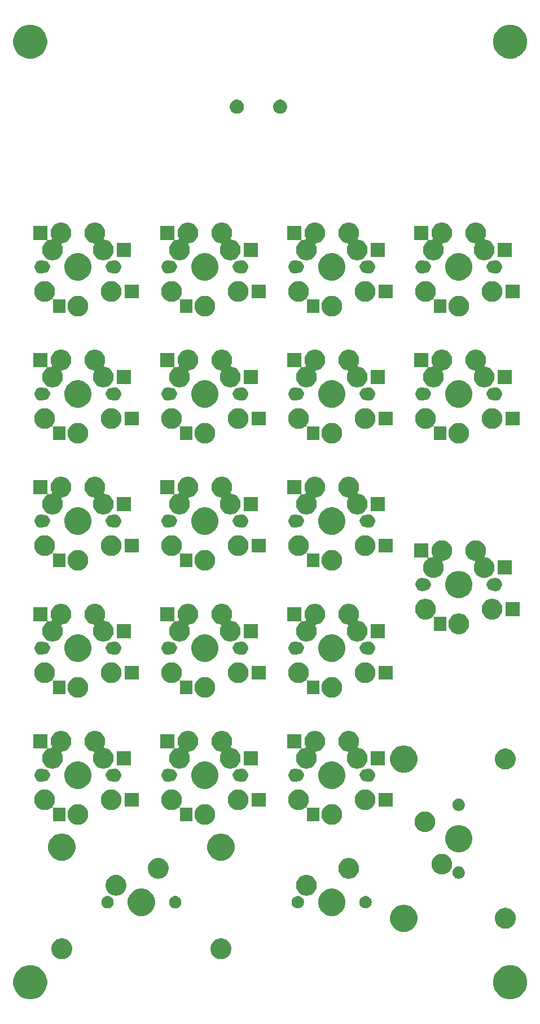
<source format=gts>
G04 #@! TF.GenerationSoftware,KiCad,Pcbnew,(5.1.2-1)-1*
G04 #@! TF.CreationDate,2019-06-16T18:53:01+09:00*
G04 #@! TF.ProjectId,tenkey,74656e6b-6579-42e6-9b69-6361645f7063,rev?*
G04 #@! TF.SameCoordinates,Original*
G04 #@! TF.FileFunction,Soldermask,Top*
G04 #@! TF.FilePolarity,Negative*
%FSLAX46Y46*%
G04 Gerber Fmt 4.6, Leading zero omitted, Abs format (unit mm)*
G04 Created by KiCad (PCBNEW (5.1.2-1)-1) date 2019-06-16 18:53:01*
%MOMM*%
%LPD*%
G04 APERTURE LIST*
%ADD10C,0.100000*%
G04 APERTURE END LIST*
D10*
G36*
X122744098Y-180997033D02*
G01*
X123208350Y-181189332D01*
X123208352Y-181189333D01*
X123626168Y-181468509D01*
X123981491Y-181823832D01*
X124260667Y-182241648D01*
X124260668Y-182241650D01*
X124452967Y-182705902D01*
X124551000Y-183198747D01*
X124551000Y-183701253D01*
X124452967Y-184194098D01*
X124260668Y-184658350D01*
X124260667Y-184658352D01*
X123981491Y-185076168D01*
X123626168Y-185431491D01*
X123208352Y-185710667D01*
X123208351Y-185710668D01*
X123208350Y-185710668D01*
X122744098Y-185902967D01*
X122251253Y-186001000D01*
X121748747Y-186001000D01*
X121255902Y-185902967D01*
X120791650Y-185710668D01*
X120791649Y-185710668D01*
X120791648Y-185710667D01*
X120373832Y-185431491D01*
X120018509Y-185076168D01*
X119739333Y-184658352D01*
X119739332Y-184658350D01*
X119547033Y-184194098D01*
X119449000Y-183701253D01*
X119449000Y-183198747D01*
X119547033Y-182705902D01*
X119739332Y-182241650D01*
X119739333Y-182241648D01*
X120018509Y-181823832D01*
X120373832Y-181468509D01*
X120791648Y-181189333D01*
X120791650Y-181189332D01*
X121255902Y-180997033D01*
X121748747Y-180899000D01*
X122251253Y-180899000D01*
X122744098Y-180997033D01*
X122744098Y-180997033D01*
G37*
G36*
X50744098Y-180997033D02*
G01*
X51208350Y-181189332D01*
X51208352Y-181189333D01*
X51626168Y-181468509D01*
X51981491Y-181823832D01*
X52260667Y-182241648D01*
X52260668Y-182241650D01*
X52452967Y-182705902D01*
X52551000Y-183198747D01*
X52551000Y-183701253D01*
X52452967Y-184194098D01*
X52260668Y-184658350D01*
X52260667Y-184658352D01*
X51981491Y-185076168D01*
X51626168Y-185431491D01*
X51208352Y-185710667D01*
X51208351Y-185710668D01*
X51208350Y-185710668D01*
X50744098Y-185902967D01*
X50251253Y-186001000D01*
X49748747Y-186001000D01*
X49255902Y-185902967D01*
X48791650Y-185710668D01*
X48791649Y-185710668D01*
X48791648Y-185710667D01*
X48373832Y-185431491D01*
X48018509Y-185076168D01*
X47739333Y-184658352D01*
X47739332Y-184658350D01*
X47547033Y-184194098D01*
X47449000Y-183701253D01*
X47449000Y-183198747D01*
X47547033Y-182705902D01*
X47739332Y-182241650D01*
X47739333Y-182241648D01*
X48018509Y-181823832D01*
X48373832Y-181468509D01*
X48791648Y-181189333D01*
X48791650Y-181189332D01*
X49255902Y-180997033D01*
X49748747Y-180899000D01*
X50251253Y-180899000D01*
X50744098Y-180997033D01*
X50744098Y-180997033D01*
G37*
G36*
X55044267Y-176890263D02*
G01*
X55196411Y-176920526D01*
X55315137Y-176969704D01*
X55483041Y-177039252D01*
X55483042Y-177039253D01*
X55741004Y-177211617D01*
X55960383Y-177430996D01*
X56075553Y-177603361D01*
X56132748Y-177688959D01*
X56251474Y-177975590D01*
X56312000Y-178279875D01*
X56312000Y-178590125D01*
X56251474Y-178894410D01*
X56132748Y-179181041D01*
X56132747Y-179181042D01*
X55960383Y-179439004D01*
X55741004Y-179658383D01*
X55568639Y-179773553D01*
X55483041Y-179830748D01*
X55315137Y-179900296D01*
X55196411Y-179949474D01*
X54892125Y-180010000D01*
X54581875Y-180010000D01*
X54277589Y-179949474D01*
X54158863Y-179900296D01*
X53990959Y-179830748D01*
X53905361Y-179773553D01*
X53732996Y-179658383D01*
X53513617Y-179439004D01*
X53341253Y-179181042D01*
X53341252Y-179181041D01*
X53222526Y-178894410D01*
X53162000Y-178590125D01*
X53162000Y-178279875D01*
X53222526Y-177975590D01*
X53341252Y-177688959D01*
X53398447Y-177603361D01*
X53513617Y-177430996D01*
X53732996Y-177211617D01*
X53990958Y-177039253D01*
X53990959Y-177039252D01*
X54158863Y-176969704D01*
X54277589Y-176920526D01*
X54429733Y-176890263D01*
X54581875Y-176860000D01*
X54892125Y-176860000D01*
X55044267Y-176890263D01*
X55044267Y-176890263D01*
G37*
G36*
X78920267Y-176890263D02*
G01*
X79072411Y-176920526D01*
X79191137Y-176969704D01*
X79359041Y-177039252D01*
X79359042Y-177039253D01*
X79617004Y-177211617D01*
X79836383Y-177430996D01*
X79951553Y-177603361D01*
X80008748Y-177688959D01*
X80127474Y-177975590D01*
X80188000Y-178279875D01*
X80188000Y-178590125D01*
X80127474Y-178894410D01*
X80008748Y-179181041D01*
X80008747Y-179181042D01*
X79836383Y-179439004D01*
X79617004Y-179658383D01*
X79444639Y-179773553D01*
X79359041Y-179830748D01*
X79191137Y-179900296D01*
X79072411Y-179949474D01*
X78768125Y-180010000D01*
X78457875Y-180010000D01*
X78153589Y-179949474D01*
X78034863Y-179900296D01*
X77866959Y-179830748D01*
X77781361Y-179773553D01*
X77608996Y-179658383D01*
X77389617Y-179439004D01*
X77217253Y-179181042D01*
X77217252Y-179181041D01*
X77098526Y-178894410D01*
X77038000Y-178590125D01*
X77038000Y-178279875D01*
X77098526Y-177975590D01*
X77217252Y-177688959D01*
X77274447Y-177603361D01*
X77389617Y-177430996D01*
X77608996Y-177211617D01*
X77866958Y-177039253D01*
X77866959Y-177039252D01*
X78034863Y-176969704D01*
X78153589Y-176920526D01*
X78305733Y-176890263D01*
X78457875Y-176860000D01*
X78768125Y-176860000D01*
X78920267Y-176890263D01*
X78920267Y-176890263D01*
G37*
G36*
X106641474Y-171896684D02*
G01*
X106859474Y-171986983D01*
X107013623Y-172050833D01*
X107348548Y-172274623D01*
X107633377Y-172559452D01*
X107857167Y-172894377D01*
X107857167Y-172894378D01*
X108011316Y-173266526D01*
X108089900Y-173661594D01*
X108089900Y-174064406D01*
X108011316Y-174459474D01*
X107949363Y-174609041D01*
X107857167Y-174831623D01*
X107633377Y-175166548D01*
X107348548Y-175451377D01*
X107013623Y-175675167D01*
X106859474Y-175739017D01*
X106641474Y-175829316D01*
X106246406Y-175907900D01*
X105843594Y-175907900D01*
X105448526Y-175829316D01*
X105230526Y-175739017D01*
X105076377Y-175675167D01*
X104741452Y-175451377D01*
X104456623Y-175166548D01*
X104232833Y-174831623D01*
X104140637Y-174609041D01*
X104078684Y-174459474D01*
X104000100Y-174064406D01*
X104000100Y-173661594D01*
X104078684Y-173266526D01*
X104232833Y-172894378D01*
X104232833Y-172894377D01*
X104456623Y-172559452D01*
X104741452Y-172274623D01*
X105076377Y-172050833D01*
X105230526Y-171986983D01*
X105448526Y-171896684D01*
X105843594Y-171818100D01*
X106246406Y-171818100D01*
X106641474Y-171896684D01*
X106641474Y-171896684D01*
G37*
G36*
X121592267Y-172318263D02*
G01*
X121744411Y-172348526D01*
X121863137Y-172397704D01*
X122031041Y-172467252D01*
X122031042Y-172467253D01*
X122289004Y-172639617D01*
X122508383Y-172858996D01*
X122532024Y-172894378D01*
X122680748Y-173116959D01*
X122740895Y-173262167D01*
X122799474Y-173403589D01*
X122817637Y-173494900D01*
X122860000Y-173707875D01*
X122860000Y-174018125D01*
X122799474Y-174322410D01*
X122680748Y-174609041D01*
X122680747Y-174609042D01*
X122508383Y-174867004D01*
X122289004Y-175086383D01*
X122169028Y-175166548D01*
X122031041Y-175258748D01*
X121863137Y-175328296D01*
X121744411Y-175377474D01*
X121440125Y-175438000D01*
X121129875Y-175438000D01*
X120825589Y-175377474D01*
X120706863Y-175328296D01*
X120538959Y-175258748D01*
X120400972Y-175166548D01*
X120280996Y-175086383D01*
X120061617Y-174867004D01*
X119889253Y-174609042D01*
X119889252Y-174609041D01*
X119770526Y-174322410D01*
X119710000Y-174018125D01*
X119710000Y-173707875D01*
X119752363Y-173494900D01*
X119770526Y-173403589D01*
X119829105Y-173262167D01*
X119889252Y-173116959D01*
X120037976Y-172894378D01*
X120061617Y-172858996D01*
X120280996Y-172639617D01*
X120538958Y-172467253D01*
X120538959Y-172467252D01*
X120706863Y-172397704D01*
X120825589Y-172348526D01*
X120977733Y-172318263D01*
X121129875Y-172288000D01*
X121440125Y-172288000D01*
X121592267Y-172318263D01*
X121592267Y-172318263D01*
G37*
G36*
X95846474Y-169483684D02*
G01*
X96064474Y-169573983D01*
X96218623Y-169637833D01*
X96553548Y-169861623D01*
X96838377Y-170146452D01*
X97062167Y-170481377D01*
X97094562Y-170559586D01*
X97216316Y-170853526D01*
X97294900Y-171248594D01*
X97294900Y-171651406D01*
X97216316Y-172046474D01*
X97165451Y-172169272D01*
X97062167Y-172418623D01*
X96838377Y-172753548D01*
X96553548Y-173038377D01*
X96218623Y-173262167D01*
X96064474Y-173326017D01*
X95846474Y-173416316D01*
X95451406Y-173494900D01*
X95048594Y-173494900D01*
X94653526Y-173416316D01*
X94435526Y-173326017D01*
X94281377Y-173262167D01*
X93946452Y-173038377D01*
X93661623Y-172753548D01*
X93437833Y-172418623D01*
X93334549Y-172169272D01*
X93283684Y-172046474D01*
X93205100Y-171651406D01*
X93205100Y-171248594D01*
X93283684Y-170853526D01*
X93405438Y-170559586D01*
X93437833Y-170481377D01*
X93661623Y-170146452D01*
X93946452Y-169861623D01*
X94281377Y-169637833D01*
X94435526Y-169573983D01*
X94653526Y-169483684D01*
X95048594Y-169405100D01*
X95451406Y-169405100D01*
X95846474Y-169483684D01*
X95846474Y-169483684D01*
G37*
G36*
X67271474Y-169483684D02*
G01*
X67489474Y-169573983D01*
X67643623Y-169637833D01*
X67978548Y-169861623D01*
X68263377Y-170146452D01*
X68487167Y-170481377D01*
X68519562Y-170559586D01*
X68641316Y-170853526D01*
X68719900Y-171248594D01*
X68719900Y-171651406D01*
X68641316Y-172046474D01*
X68590451Y-172169272D01*
X68487167Y-172418623D01*
X68263377Y-172753548D01*
X67978548Y-173038377D01*
X67643623Y-173262167D01*
X67489474Y-173326017D01*
X67271474Y-173416316D01*
X66876406Y-173494900D01*
X66473594Y-173494900D01*
X66078526Y-173416316D01*
X65860526Y-173326017D01*
X65706377Y-173262167D01*
X65371452Y-173038377D01*
X65086623Y-172753548D01*
X64862833Y-172418623D01*
X64759549Y-172169272D01*
X64708684Y-172046474D01*
X64630100Y-171651406D01*
X64630100Y-171248594D01*
X64708684Y-170853526D01*
X64830438Y-170559586D01*
X64862833Y-170481377D01*
X65086623Y-170146452D01*
X65371452Y-169861623D01*
X65706377Y-169637833D01*
X65860526Y-169573983D01*
X66078526Y-169483684D01*
X66473594Y-169405100D01*
X66876406Y-169405100D01*
X67271474Y-169483684D01*
X67271474Y-169483684D01*
G37*
G36*
X90440104Y-170559585D02*
G01*
X90608626Y-170629389D01*
X90760291Y-170730728D01*
X90889272Y-170859709D01*
X90990611Y-171011374D01*
X91060415Y-171179896D01*
X91096000Y-171358797D01*
X91096000Y-171541203D01*
X91060415Y-171720104D01*
X90990611Y-171888626D01*
X90889272Y-172040291D01*
X90760291Y-172169272D01*
X90608626Y-172270611D01*
X90440104Y-172340415D01*
X90261203Y-172376000D01*
X90078797Y-172376000D01*
X89899896Y-172340415D01*
X89731374Y-172270611D01*
X89579709Y-172169272D01*
X89450728Y-172040291D01*
X89349389Y-171888626D01*
X89279585Y-171720104D01*
X89244000Y-171541203D01*
X89244000Y-171358797D01*
X89279585Y-171179896D01*
X89349389Y-171011374D01*
X89450728Y-170859709D01*
X89579709Y-170730728D01*
X89731374Y-170629389D01*
X89899896Y-170559585D01*
X90078797Y-170524000D01*
X90261203Y-170524000D01*
X90440104Y-170559585D01*
X90440104Y-170559585D01*
G37*
G36*
X100600104Y-170559585D02*
G01*
X100768626Y-170629389D01*
X100920291Y-170730728D01*
X101049272Y-170859709D01*
X101150611Y-171011374D01*
X101220415Y-171179896D01*
X101256000Y-171358797D01*
X101256000Y-171541203D01*
X101220415Y-171720104D01*
X101150611Y-171888626D01*
X101049272Y-172040291D01*
X100920291Y-172169272D01*
X100768626Y-172270611D01*
X100600104Y-172340415D01*
X100421203Y-172376000D01*
X100238797Y-172376000D01*
X100059896Y-172340415D01*
X99891374Y-172270611D01*
X99739709Y-172169272D01*
X99610728Y-172040291D01*
X99509389Y-171888626D01*
X99439585Y-171720104D01*
X99404000Y-171541203D01*
X99404000Y-171358797D01*
X99439585Y-171179896D01*
X99509389Y-171011374D01*
X99610728Y-170859709D01*
X99739709Y-170730728D01*
X99891374Y-170629389D01*
X100059896Y-170559585D01*
X100238797Y-170524000D01*
X100421203Y-170524000D01*
X100600104Y-170559585D01*
X100600104Y-170559585D01*
G37*
G36*
X61865104Y-170559585D02*
G01*
X62033626Y-170629389D01*
X62185291Y-170730728D01*
X62314272Y-170859709D01*
X62415611Y-171011374D01*
X62485415Y-171179896D01*
X62521000Y-171358797D01*
X62521000Y-171541203D01*
X62485415Y-171720104D01*
X62415611Y-171888626D01*
X62314272Y-172040291D01*
X62185291Y-172169272D01*
X62033626Y-172270611D01*
X61865104Y-172340415D01*
X61686203Y-172376000D01*
X61503797Y-172376000D01*
X61324896Y-172340415D01*
X61156374Y-172270611D01*
X61004709Y-172169272D01*
X60875728Y-172040291D01*
X60774389Y-171888626D01*
X60704585Y-171720104D01*
X60669000Y-171541203D01*
X60669000Y-171358797D01*
X60704585Y-171179896D01*
X60774389Y-171011374D01*
X60875728Y-170859709D01*
X61004709Y-170730728D01*
X61156374Y-170629389D01*
X61324896Y-170559585D01*
X61503797Y-170524000D01*
X61686203Y-170524000D01*
X61865104Y-170559585D01*
X61865104Y-170559585D01*
G37*
G36*
X72025104Y-170559585D02*
G01*
X72193626Y-170629389D01*
X72345291Y-170730728D01*
X72474272Y-170859709D01*
X72575611Y-171011374D01*
X72645415Y-171179896D01*
X72681000Y-171358797D01*
X72681000Y-171541203D01*
X72645415Y-171720104D01*
X72575611Y-171888626D01*
X72474272Y-172040291D01*
X72345291Y-172169272D01*
X72193626Y-172270611D01*
X72025104Y-172340415D01*
X71846203Y-172376000D01*
X71663797Y-172376000D01*
X71484896Y-172340415D01*
X71316374Y-172270611D01*
X71164709Y-172169272D01*
X71035728Y-172040291D01*
X70934389Y-171888626D01*
X70864585Y-171720104D01*
X70829000Y-171541203D01*
X70829000Y-171358797D01*
X70864585Y-171179896D01*
X70934389Y-171011374D01*
X71035728Y-170859709D01*
X71164709Y-170730728D01*
X71316374Y-170629389D01*
X71484896Y-170559585D01*
X71663797Y-170524000D01*
X71846203Y-170524000D01*
X72025104Y-170559585D01*
X72025104Y-170559585D01*
G37*
G36*
X91742585Y-167388802D02*
G01*
X91892410Y-167418604D01*
X92174674Y-167535521D01*
X92428705Y-167705259D01*
X92644741Y-167921295D01*
X92814479Y-168175326D01*
X92931396Y-168457590D01*
X92991000Y-168757240D01*
X92991000Y-169062760D01*
X92931396Y-169362410D01*
X92814479Y-169644674D01*
X92644741Y-169898705D01*
X92428705Y-170114741D01*
X92174674Y-170284479D01*
X91892410Y-170401396D01*
X91742585Y-170431198D01*
X91592761Y-170461000D01*
X91287239Y-170461000D01*
X91137415Y-170431198D01*
X90987590Y-170401396D01*
X90705326Y-170284479D01*
X90451295Y-170114741D01*
X90235259Y-169898705D01*
X90065521Y-169644674D01*
X89948604Y-169362410D01*
X89889000Y-169062760D01*
X89889000Y-168757240D01*
X89948604Y-168457590D01*
X90065521Y-168175326D01*
X90235259Y-167921295D01*
X90451295Y-167705259D01*
X90705326Y-167535521D01*
X90987590Y-167418604D01*
X91137415Y-167388802D01*
X91287239Y-167359000D01*
X91592761Y-167359000D01*
X91742585Y-167388802D01*
X91742585Y-167388802D01*
G37*
G36*
X63167585Y-167388802D02*
G01*
X63317410Y-167418604D01*
X63599674Y-167535521D01*
X63853705Y-167705259D01*
X64069741Y-167921295D01*
X64239479Y-168175326D01*
X64356396Y-168457590D01*
X64416000Y-168757240D01*
X64416000Y-169062760D01*
X64356396Y-169362410D01*
X64239479Y-169644674D01*
X64069741Y-169898705D01*
X63853705Y-170114741D01*
X63599674Y-170284479D01*
X63317410Y-170401396D01*
X63167585Y-170431198D01*
X63017761Y-170461000D01*
X62712239Y-170461000D01*
X62562415Y-170431198D01*
X62412590Y-170401396D01*
X62130326Y-170284479D01*
X61876295Y-170114741D01*
X61660259Y-169898705D01*
X61490521Y-169644674D01*
X61373604Y-169362410D01*
X61314000Y-169062760D01*
X61314000Y-168757240D01*
X61373604Y-168457590D01*
X61490521Y-168175326D01*
X61660259Y-167921295D01*
X61876295Y-167705259D01*
X62130326Y-167535521D01*
X62412590Y-167418604D01*
X62562415Y-167388802D01*
X62712239Y-167359000D01*
X63017761Y-167359000D01*
X63167585Y-167388802D01*
X63167585Y-167388802D01*
G37*
G36*
X114570104Y-166114585D02*
G01*
X114738626Y-166184389D01*
X114890291Y-166285728D01*
X115019272Y-166414709D01*
X115120611Y-166566374D01*
X115190415Y-166734896D01*
X115226000Y-166913797D01*
X115226000Y-167096203D01*
X115190415Y-167275104D01*
X115120611Y-167443626D01*
X115019272Y-167595291D01*
X114890291Y-167724272D01*
X114738626Y-167825611D01*
X114570104Y-167895415D01*
X114391203Y-167931000D01*
X114208797Y-167931000D01*
X114029896Y-167895415D01*
X113861374Y-167825611D01*
X113709709Y-167724272D01*
X113580728Y-167595291D01*
X113479389Y-167443626D01*
X113409585Y-167275104D01*
X113374000Y-167096203D01*
X113374000Y-166913797D01*
X113409585Y-166734896D01*
X113479389Y-166566374D01*
X113580728Y-166414709D01*
X113709709Y-166285728D01*
X113861374Y-166184389D01*
X114029896Y-166114585D01*
X114208797Y-166079000D01*
X114391203Y-166079000D01*
X114570104Y-166114585D01*
X114570104Y-166114585D01*
G37*
G36*
X98092585Y-164848802D02*
G01*
X98242410Y-164878604D01*
X98524674Y-164995521D01*
X98778705Y-165165259D01*
X98994741Y-165381295D01*
X99164479Y-165635326D01*
X99269040Y-165887760D01*
X99281396Y-165917591D01*
X99341000Y-166217239D01*
X99341000Y-166522761D01*
X99311198Y-166672585D01*
X99281396Y-166822410D01*
X99164479Y-167104674D01*
X98994741Y-167358705D01*
X98778705Y-167574741D01*
X98524674Y-167744479D01*
X98242410Y-167861396D01*
X98092585Y-167891198D01*
X97942761Y-167921000D01*
X97637239Y-167921000D01*
X97487415Y-167891198D01*
X97337590Y-167861396D01*
X97055326Y-167744479D01*
X96801295Y-167574741D01*
X96585259Y-167358705D01*
X96415521Y-167104674D01*
X96298604Y-166822410D01*
X96268802Y-166672585D01*
X96239000Y-166522761D01*
X96239000Y-166217239D01*
X96298604Y-165917591D01*
X96310960Y-165887760D01*
X96415521Y-165635326D01*
X96585259Y-165381295D01*
X96801295Y-165165259D01*
X97055326Y-164995521D01*
X97337590Y-164878604D01*
X97487415Y-164848802D01*
X97637239Y-164819000D01*
X97942761Y-164819000D01*
X98092585Y-164848802D01*
X98092585Y-164848802D01*
G37*
G36*
X69517585Y-164848802D02*
G01*
X69667410Y-164878604D01*
X69949674Y-164995521D01*
X70203705Y-165165259D01*
X70419741Y-165381295D01*
X70589479Y-165635326D01*
X70694040Y-165887760D01*
X70706396Y-165917591D01*
X70766000Y-166217239D01*
X70766000Y-166522761D01*
X70736198Y-166672585D01*
X70706396Y-166822410D01*
X70589479Y-167104674D01*
X70419741Y-167358705D01*
X70203705Y-167574741D01*
X69949674Y-167744479D01*
X69667410Y-167861396D01*
X69517585Y-167891198D01*
X69367761Y-167921000D01*
X69062239Y-167921000D01*
X68912415Y-167891198D01*
X68762590Y-167861396D01*
X68480326Y-167744479D01*
X68226295Y-167574741D01*
X68010259Y-167358705D01*
X67840521Y-167104674D01*
X67723604Y-166822410D01*
X67693802Y-166672585D01*
X67664000Y-166522761D01*
X67664000Y-166217239D01*
X67723604Y-165917591D01*
X67735960Y-165887760D01*
X67840521Y-165635326D01*
X68010259Y-165381295D01*
X68226295Y-165165259D01*
X68480326Y-164995521D01*
X68762590Y-164878604D01*
X68912415Y-164848802D01*
X69062239Y-164819000D01*
X69367761Y-164819000D01*
X69517585Y-164848802D01*
X69517585Y-164848802D01*
G37*
G36*
X112062585Y-164213802D02*
G01*
X112212410Y-164243604D01*
X112494674Y-164360521D01*
X112748705Y-164530259D01*
X112964741Y-164746295D01*
X113134479Y-165000326D01*
X113233713Y-165239900D01*
X113251396Y-165282591D01*
X113311000Y-165582239D01*
X113311000Y-165887761D01*
X113305066Y-165917591D01*
X113251396Y-166187410D01*
X113134479Y-166469674D01*
X112964741Y-166723705D01*
X112748705Y-166939741D01*
X112494674Y-167109479D01*
X112212410Y-167226396D01*
X112062585Y-167256198D01*
X111912761Y-167286000D01*
X111607239Y-167286000D01*
X111457415Y-167256198D01*
X111307590Y-167226396D01*
X111025326Y-167109479D01*
X110771295Y-166939741D01*
X110555259Y-166723705D01*
X110385521Y-166469674D01*
X110268604Y-166187410D01*
X110214934Y-165917591D01*
X110209000Y-165887761D01*
X110209000Y-165582239D01*
X110268604Y-165282591D01*
X110286287Y-165239900D01*
X110385521Y-165000326D01*
X110555259Y-164746295D01*
X110771295Y-164530259D01*
X111025326Y-164360521D01*
X111307590Y-164243604D01*
X111457415Y-164213802D01*
X111607239Y-164184000D01*
X111912761Y-164184000D01*
X112062585Y-164213802D01*
X112062585Y-164213802D01*
G37*
G36*
X79209474Y-161228684D02*
G01*
X79427474Y-161318983D01*
X79581623Y-161382833D01*
X79916548Y-161606623D01*
X80201377Y-161891452D01*
X80425167Y-162226377D01*
X80425167Y-162226378D01*
X80579316Y-162598526D01*
X80657900Y-162993594D01*
X80657900Y-163396406D01*
X80579316Y-163791474D01*
X80537960Y-163891315D01*
X80425167Y-164163623D01*
X80201377Y-164498548D01*
X79916548Y-164783377D01*
X79581623Y-165007167D01*
X79427474Y-165071017D01*
X79209474Y-165161316D01*
X78814406Y-165239900D01*
X78411594Y-165239900D01*
X78016526Y-165161316D01*
X77798526Y-165071017D01*
X77644377Y-165007167D01*
X77309452Y-164783377D01*
X77024623Y-164498548D01*
X76800833Y-164163623D01*
X76688040Y-163891315D01*
X76646684Y-163791474D01*
X76568100Y-163396406D01*
X76568100Y-162993594D01*
X76646684Y-162598526D01*
X76800833Y-162226378D01*
X76800833Y-162226377D01*
X77024623Y-161891452D01*
X77309452Y-161606623D01*
X77644377Y-161382833D01*
X77798526Y-161318983D01*
X78016526Y-161228684D01*
X78411594Y-161150100D01*
X78814406Y-161150100D01*
X79209474Y-161228684D01*
X79209474Y-161228684D01*
G37*
G36*
X55333474Y-161228684D02*
G01*
X55551474Y-161318983D01*
X55705623Y-161382833D01*
X56040548Y-161606623D01*
X56325377Y-161891452D01*
X56549167Y-162226377D01*
X56549167Y-162226378D01*
X56703316Y-162598526D01*
X56781900Y-162993594D01*
X56781900Y-163396406D01*
X56703316Y-163791474D01*
X56661960Y-163891315D01*
X56549167Y-164163623D01*
X56325377Y-164498548D01*
X56040548Y-164783377D01*
X55705623Y-165007167D01*
X55551474Y-165071017D01*
X55333474Y-165161316D01*
X54938406Y-165239900D01*
X54535594Y-165239900D01*
X54140526Y-165161316D01*
X53922526Y-165071017D01*
X53768377Y-165007167D01*
X53433452Y-164783377D01*
X53148623Y-164498548D01*
X52924833Y-164163623D01*
X52812040Y-163891315D01*
X52770684Y-163791474D01*
X52692100Y-163396406D01*
X52692100Y-162993594D01*
X52770684Y-162598526D01*
X52924833Y-162226378D01*
X52924833Y-162226377D01*
X53148623Y-161891452D01*
X53433452Y-161606623D01*
X53768377Y-161382833D01*
X53922526Y-161318983D01*
X54140526Y-161228684D01*
X54535594Y-161150100D01*
X54938406Y-161150100D01*
X55333474Y-161228684D01*
X55333474Y-161228684D01*
G37*
G36*
X114896474Y-159958684D02*
G01*
X115114474Y-160048983D01*
X115268623Y-160112833D01*
X115603548Y-160336623D01*
X115888377Y-160621452D01*
X116112167Y-160956377D01*
X116112167Y-160956378D01*
X116266316Y-161328526D01*
X116344900Y-161723594D01*
X116344900Y-162126406D01*
X116266316Y-162521474D01*
X116234400Y-162598525D01*
X116112167Y-162893623D01*
X115888377Y-163228548D01*
X115603548Y-163513377D01*
X115268623Y-163737167D01*
X115137514Y-163791474D01*
X114896474Y-163891316D01*
X114501406Y-163969900D01*
X114098594Y-163969900D01*
X113703526Y-163891316D01*
X113462486Y-163791474D01*
X113331377Y-163737167D01*
X112996452Y-163513377D01*
X112711623Y-163228548D01*
X112487833Y-162893623D01*
X112365600Y-162598525D01*
X112333684Y-162521474D01*
X112255100Y-162126406D01*
X112255100Y-161723594D01*
X112333684Y-161328526D01*
X112487833Y-160956378D01*
X112487833Y-160956377D01*
X112711623Y-160621452D01*
X112996452Y-160336623D01*
X113331377Y-160112833D01*
X113485526Y-160048983D01*
X113703526Y-159958684D01*
X114098594Y-159880100D01*
X114501406Y-159880100D01*
X114896474Y-159958684D01*
X114896474Y-159958684D01*
G37*
G36*
X109441082Y-157847590D02*
G01*
X109672410Y-157893604D01*
X109954674Y-158010521D01*
X110208705Y-158180259D01*
X110424741Y-158396295D01*
X110594479Y-158650326D01*
X110711396Y-158932590D01*
X110771000Y-159232240D01*
X110771000Y-159537760D01*
X110711396Y-159837410D01*
X110594479Y-160119674D01*
X110424741Y-160373705D01*
X110208705Y-160589741D01*
X109954674Y-160759479D01*
X109672410Y-160876396D01*
X109522585Y-160906198D01*
X109372761Y-160936000D01*
X109067239Y-160936000D01*
X108917415Y-160906198D01*
X108767590Y-160876396D01*
X108485326Y-160759479D01*
X108231295Y-160589741D01*
X108015259Y-160373705D01*
X107845521Y-160119674D01*
X107728604Y-159837410D01*
X107669000Y-159537760D01*
X107669000Y-159232240D01*
X107728604Y-158932590D01*
X107845521Y-158650326D01*
X108015259Y-158396295D01*
X108231295Y-158180259D01*
X108485326Y-158010521D01*
X108767590Y-157893604D01*
X108998918Y-157847590D01*
X109067239Y-157834000D01*
X109372761Y-157834000D01*
X109441082Y-157847590D01*
X109441082Y-157847590D01*
G37*
G36*
X95552585Y-156778802D02*
G01*
X95702410Y-156808604D01*
X95984674Y-156925521D01*
X96238705Y-157095259D01*
X96454741Y-157311295D01*
X96624479Y-157565326D01*
X96741396Y-157847590D01*
X96801000Y-158147240D01*
X96801000Y-158452760D01*
X96741396Y-158752410D01*
X96624479Y-159034674D01*
X96454741Y-159288705D01*
X96238705Y-159504741D01*
X95984674Y-159674479D01*
X95702410Y-159791396D01*
X95552585Y-159821198D01*
X95402761Y-159851000D01*
X95097239Y-159851000D01*
X94947415Y-159821198D01*
X94797590Y-159791396D01*
X94515326Y-159674479D01*
X94261295Y-159504741D01*
X94045259Y-159288705D01*
X93875521Y-159034674D01*
X93758604Y-158752410D01*
X93699000Y-158452760D01*
X93699000Y-158147240D01*
X93758604Y-157847590D01*
X93875521Y-157565326D01*
X94045259Y-157311295D01*
X94261295Y-157095259D01*
X94515326Y-156925521D01*
X94797590Y-156808604D01*
X94947415Y-156778802D01*
X95097239Y-156749000D01*
X95402761Y-156749000D01*
X95552585Y-156778802D01*
X95552585Y-156778802D01*
G37*
G36*
X57452585Y-156778802D02*
G01*
X57602410Y-156808604D01*
X57884674Y-156925521D01*
X58138705Y-157095259D01*
X58354741Y-157311295D01*
X58524479Y-157565326D01*
X58641396Y-157847590D01*
X58701000Y-158147240D01*
X58701000Y-158452760D01*
X58641396Y-158752410D01*
X58524479Y-159034674D01*
X58354741Y-159288705D01*
X58138705Y-159504741D01*
X57884674Y-159674479D01*
X57602410Y-159791396D01*
X57452585Y-159821198D01*
X57302761Y-159851000D01*
X56997239Y-159851000D01*
X56847415Y-159821198D01*
X56697590Y-159791396D01*
X56415326Y-159674479D01*
X56161295Y-159504741D01*
X55945259Y-159288705D01*
X55775521Y-159034674D01*
X55658604Y-158752410D01*
X55599000Y-158452760D01*
X55599000Y-158147240D01*
X55658604Y-157847590D01*
X55775521Y-157565326D01*
X55945259Y-157311295D01*
X56161295Y-157095259D01*
X56415326Y-156925521D01*
X56697590Y-156808604D01*
X56847415Y-156778802D01*
X56997239Y-156749000D01*
X57302761Y-156749000D01*
X57452585Y-156778802D01*
X57452585Y-156778802D01*
G37*
G36*
X76502585Y-156778802D02*
G01*
X76652410Y-156808604D01*
X76934674Y-156925521D01*
X77188705Y-157095259D01*
X77404741Y-157311295D01*
X77574479Y-157565326D01*
X77691396Y-157847590D01*
X77751000Y-158147240D01*
X77751000Y-158452760D01*
X77691396Y-158752410D01*
X77574479Y-159034674D01*
X77404741Y-159288705D01*
X77188705Y-159504741D01*
X76934674Y-159674479D01*
X76652410Y-159791396D01*
X76502585Y-159821198D01*
X76352761Y-159851000D01*
X76047239Y-159851000D01*
X75897415Y-159821198D01*
X75747590Y-159791396D01*
X75465326Y-159674479D01*
X75211295Y-159504741D01*
X74995259Y-159288705D01*
X74825521Y-159034674D01*
X74708604Y-158752410D01*
X74649000Y-158452760D01*
X74649000Y-158147240D01*
X74708604Y-157847590D01*
X74825521Y-157565326D01*
X74995259Y-157311295D01*
X75211295Y-157095259D01*
X75465326Y-156925521D01*
X75747590Y-156808604D01*
X75897415Y-156778802D01*
X76047239Y-156749000D01*
X76352761Y-156749000D01*
X76502585Y-156778802D01*
X76502585Y-156778802D01*
G37*
G36*
X52452585Y-154578802D02*
G01*
X52602410Y-154608604D01*
X52884674Y-154725521D01*
X53138705Y-154895259D01*
X53354741Y-155111295D01*
X53524479Y-155365326D01*
X53641396Y-155647590D01*
X53641396Y-155647591D01*
X53701000Y-155947239D01*
X53701000Y-156252761D01*
X53700612Y-156254710D01*
X53641396Y-156552410D01*
X53524479Y-156834674D01*
X53377553Y-157054565D01*
X53366007Y-157076166D01*
X53358894Y-157099615D01*
X53356492Y-157124001D01*
X53358894Y-157148387D01*
X53366007Y-157171836D01*
X53377558Y-157193447D01*
X53393103Y-157212389D01*
X53412045Y-157227934D01*
X53433656Y-157239485D01*
X53457105Y-157246598D01*
X53481491Y-157249000D01*
X55301000Y-157249000D01*
X55301000Y-159351000D01*
X53399000Y-159351000D01*
X53399000Y-157346219D01*
X53396598Y-157321833D01*
X53389485Y-157298384D01*
X53377934Y-157276773D01*
X53362389Y-157257831D01*
X53343447Y-157242286D01*
X53321836Y-157230735D01*
X53298387Y-157223622D01*
X53274001Y-157221220D01*
X53249615Y-157223622D01*
X53226166Y-157230735D01*
X53204555Y-157242286D01*
X53185624Y-157257822D01*
X53138705Y-157304741D01*
X52884674Y-157474479D01*
X52602410Y-157591396D01*
X52452585Y-157621198D01*
X52302761Y-157651000D01*
X51997239Y-157651000D01*
X51847415Y-157621198D01*
X51697590Y-157591396D01*
X51415326Y-157474479D01*
X51161295Y-157304741D01*
X50945259Y-157088705D01*
X50775521Y-156834674D01*
X50658604Y-156552410D01*
X50599388Y-156254710D01*
X50599000Y-156252761D01*
X50599000Y-155947239D01*
X50658604Y-155647591D01*
X50658604Y-155647590D01*
X50775521Y-155365326D01*
X50945259Y-155111295D01*
X51161295Y-154895259D01*
X51415326Y-154725521D01*
X51697590Y-154608604D01*
X51847415Y-154578802D01*
X51997239Y-154549000D01*
X52302761Y-154549000D01*
X52452585Y-154578802D01*
X52452585Y-154578802D01*
G37*
G36*
X71502585Y-154578802D02*
G01*
X71652410Y-154608604D01*
X71934674Y-154725521D01*
X72188705Y-154895259D01*
X72404741Y-155111295D01*
X72574479Y-155365326D01*
X72691396Y-155647590D01*
X72691396Y-155647591D01*
X72751000Y-155947239D01*
X72751000Y-156252761D01*
X72750612Y-156254710D01*
X72691396Y-156552410D01*
X72574479Y-156834674D01*
X72427553Y-157054565D01*
X72416007Y-157076166D01*
X72408894Y-157099615D01*
X72406492Y-157124001D01*
X72408894Y-157148387D01*
X72416007Y-157171836D01*
X72427558Y-157193447D01*
X72443103Y-157212389D01*
X72462045Y-157227934D01*
X72483656Y-157239485D01*
X72507105Y-157246598D01*
X72531491Y-157249000D01*
X74351000Y-157249000D01*
X74351000Y-159351000D01*
X72449000Y-159351000D01*
X72449000Y-157346219D01*
X72446598Y-157321833D01*
X72439485Y-157298384D01*
X72427934Y-157276773D01*
X72412389Y-157257831D01*
X72393447Y-157242286D01*
X72371836Y-157230735D01*
X72348387Y-157223622D01*
X72324001Y-157221220D01*
X72299615Y-157223622D01*
X72276166Y-157230735D01*
X72254555Y-157242286D01*
X72235624Y-157257822D01*
X72188705Y-157304741D01*
X71934674Y-157474479D01*
X71652410Y-157591396D01*
X71502585Y-157621198D01*
X71352761Y-157651000D01*
X71047239Y-157651000D01*
X70897415Y-157621198D01*
X70747590Y-157591396D01*
X70465326Y-157474479D01*
X70211295Y-157304741D01*
X69995259Y-157088705D01*
X69825521Y-156834674D01*
X69708604Y-156552410D01*
X69649388Y-156254710D01*
X69649000Y-156252761D01*
X69649000Y-155947239D01*
X69708604Y-155647591D01*
X69708604Y-155647590D01*
X69825521Y-155365326D01*
X69995259Y-155111295D01*
X70211295Y-154895259D01*
X70465326Y-154725521D01*
X70747590Y-154608604D01*
X70897415Y-154578802D01*
X71047239Y-154549000D01*
X71352761Y-154549000D01*
X71502585Y-154578802D01*
X71502585Y-154578802D01*
G37*
G36*
X90552585Y-154578802D02*
G01*
X90702410Y-154608604D01*
X90984674Y-154725521D01*
X91238705Y-154895259D01*
X91454741Y-155111295D01*
X91624479Y-155365326D01*
X91741396Y-155647590D01*
X91741396Y-155647591D01*
X91801000Y-155947239D01*
X91801000Y-156252761D01*
X91800612Y-156254710D01*
X91741396Y-156552410D01*
X91624479Y-156834674D01*
X91477553Y-157054565D01*
X91466007Y-157076166D01*
X91458894Y-157099615D01*
X91456492Y-157124001D01*
X91458894Y-157148387D01*
X91466007Y-157171836D01*
X91477558Y-157193447D01*
X91493103Y-157212389D01*
X91512045Y-157227934D01*
X91533656Y-157239485D01*
X91557105Y-157246598D01*
X91581491Y-157249000D01*
X93401000Y-157249000D01*
X93401000Y-159351000D01*
X91499000Y-159351000D01*
X91499000Y-157346219D01*
X91496598Y-157321833D01*
X91489485Y-157298384D01*
X91477934Y-157276773D01*
X91462389Y-157257831D01*
X91443447Y-157242286D01*
X91421836Y-157230735D01*
X91398387Y-157223622D01*
X91374001Y-157221220D01*
X91349615Y-157223622D01*
X91326166Y-157230735D01*
X91304555Y-157242286D01*
X91285624Y-157257822D01*
X91238705Y-157304741D01*
X90984674Y-157474479D01*
X90702410Y-157591396D01*
X90552585Y-157621198D01*
X90402761Y-157651000D01*
X90097239Y-157651000D01*
X89947415Y-157621198D01*
X89797590Y-157591396D01*
X89515326Y-157474479D01*
X89261295Y-157304741D01*
X89045259Y-157088705D01*
X88875521Y-156834674D01*
X88758604Y-156552410D01*
X88699388Y-156254710D01*
X88699000Y-156252761D01*
X88699000Y-155947239D01*
X88758604Y-155647591D01*
X88758604Y-155647590D01*
X88875521Y-155365326D01*
X89045259Y-155111295D01*
X89261295Y-154895259D01*
X89515326Y-154725521D01*
X89797590Y-154608604D01*
X89947415Y-154578802D01*
X90097239Y-154549000D01*
X90402761Y-154549000D01*
X90552585Y-154578802D01*
X90552585Y-154578802D01*
G37*
G36*
X114570104Y-155954585D02*
G01*
X114738626Y-156024389D01*
X114890291Y-156125728D01*
X115019272Y-156254709D01*
X115120611Y-156406374D01*
X115190415Y-156574896D01*
X115226000Y-156753797D01*
X115226000Y-156936203D01*
X115190415Y-157115104D01*
X115120611Y-157283626D01*
X115019272Y-157435291D01*
X114890291Y-157564272D01*
X114738626Y-157665611D01*
X114570104Y-157735415D01*
X114391203Y-157771000D01*
X114208797Y-157771000D01*
X114029896Y-157735415D01*
X113861374Y-157665611D01*
X113709709Y-157564272D01*
X113580728Y-157435291D01*
X113479389Y-157283626D01*
X113409585Y-157115104D01*
X113374000Y-156936203D01*
X113374000Y-156753797D01*
X113409585Y-156574896D01*
X113479389Y-156406374D01*
X113580728Y-156254709D01*
X113709709Y-156125728D01*
X113861374Y-156024389D01*
X114029896Y-155954585D01*
X114208797Y-155919000D01*
X114391203Y-155919000D01*
X114570104Y-155954585D01*
X114570104Y-155954585D01*
G37*
G36*
X100552585Y-154578802D02*
G01*
X100702410Y-154608604D01*
X100984674Y-154725521D01*
X101238705Y-154895259D01*
X101454741Y-155111295D01*
X101624479Y-155365326D01*
X101741396Y-155647590D01*
X101741396Y-155647591D01*
X101801000Y-155947239D01*
X101801000Y-156252761D01*
X101800612Y-156254710D01*
X101741396Y-156552410D01*
X101624479Y-156834674D01*
X101454741Y-157088705D01*
X101238705Y-157304741D01*
X100984674Y-157474479D01*
X100702410Y-157591396D01*
X100552585Y-157621198D01*
X100402761Y-157651000D01*
X100097239Y-157651000D01*
X99947415Y-157621198D01*
X99797590Y-157591396D01*
X99515326Y-157474479D01*
X99261295Y-157304741D01*
X99045259Y-157088705D01*
X98875521Y-156834674D01*
X98758604Y-156552410D01*
X98699388Y-156254710D01*
X98699000Y-156252761D01*
X98699000Y-155947239D01*
X98758604Y-155647591D01*
X98758604Y-155647590D01*
X98875521Y-155365326D01*
X99045259Y-155111295D01*
X99261295Y-154895259D01*
X99515326Y-154725521D01*
X99797590Y-154608604D01*
X99947415Y-154578802D01*
X100097239Y-154549000D01*
X100402761Y-154549000D01*
X100552585Y-154578802D01*
X100552585Y-154578802D01*
G37*
G36*
X81502585Y-154578802D02*
G01*
X81652410Y-154608604D01*
X81934674Y-154725521D01*
X82188705Y-154895259D01*
X82404741Y-155111295D01*
X82574479Y-155365326D01*
X82691396Y-155647590D01*
X82691396Y-155647591D01*
X82751000Y-155947239D01*
X82751000Y-156252761D01*
X82750612Y-156254710D01*
X82691396Y-156552410D01*
X82574479Y-156834674D01*
X82404741Y-157088705D01*
X82188705Y-157304741D01*
X81934674Y-157474479D01*
X81652410Y-157591396D01*
X81502585Y-157621198D01*
X81352761Y-157651000D01*
X81047239Y-157651000D01*
X80897415Y-157621198D01*
X80747590Y-157591396D01*
X80465326Y-157474479D01*
X80211295Y-157304741D01*
X79995259Y-157088705D01*
X79825521Y-156834674D01*
X79708604Y-156552410D01*
X79649388Y-156254710D01*
X79649000Y-156252761D01*
X79649000Y-155947239D01*
X79708604Y-155647591D01*
X79708604Y-155647590D01*
X79825521Y-155365326D01*
X79995259Y-155111295D01*
X80211295Y-154895259D01*
X80465326Y-154725521D01*
X80747590Y-154608604D01*
X80897415Y-154578802D01*
X81047239Y-154549000D01*
X81352761Y-154549000D01*
X81502585Y-154578802D01*
X81502585Y-154578802D01*
G37*
G36*
X62452585Y-154578802D02*
G01*
X62602410Y-154608604D01*
X62884674Y-154725521D01*
X63138705Y-154895259D01*
X63354741Y-155111295D01*
X63524479Y-155365326D01*
X63641396Y-155647590D01*
X63641396Y-155647591D01*
X63701000Y-155947239D01*
X63701000Y-156252761D01*
X63700612Y-156254710D01*
X63641396Y-156552410D01*
X63524479Y-156834674D01*
X63354741Y-157088705D01*
X63138705Y-157304741D01*
X62884674Y-157474479D01*
X62602410Y-157591396D01*
X62452585Y-157621198D01*
X62302761Y-157651000D01*
X61997239Y-157651000D01*
X61847415Y-157621198D01*
X61697590Y-157591396D01*
X61415326Y-157474479D01*
X61161295Y-157304741D01*
X60945259Y-157088705D01*
X60775521Y-156834674D01*
X60658604Y-156552410D01*
X60599388Y-156254710D01*
X60599000Y-156252761D01*
X60599000Y-155947239D01*
X60658604Y-155647591D01*
X60658604Y-155647590D01*
X60775521Y-155365326D01*
X60945259Y-155111295D01*
X61161295Y-154895259D01*
X61415326Y-154725521D01*
X61697590Y-154608604D01*
X61847415Y-154578802D01*
X61997239Y-154549000D01*
X62302761Y-154549000D01*
X62452585Y-154578802D01*
X62452585Y-154578802D01*
G37*
G36*
X104401000Y-157151000D02*
G01*
X102299000Y-157151000D01*
X102299000Y-155049000D01*
X104401000Y-155049000D01*
X104401000Y-157151000D01*
X104401000Y-157151000D01*
G37*
G36*
X85351000Y-157151000D02*
G01*
X83249000Y-157151000D01*
X83249000Y-155049000D01*
X85351000Y-155049000D01*
X85351000Y-157151000D01*
X85351000Y-157151000D01*
G37*
G36*
X66301000Y-157151000D02*
G01*
X64199000Y-157151000D01*
X64199000Y-155049000D01*
X66301000Y-155049000D01*
X66301000Y-157151000D01*
X66301000Y-157151000D01*
G37*
G36*
X76798254Y-150427818D02*
G01*
X77171511Y-150582426D01*
X77171513Y-150582427D01*
X77507436Y-150806884D01*
X77793116Y-151092564D01*
X78005889Y-151411000D01*
X78017574Y-151428489D01*
X78172182Y-151801746D01*
X78251000Y-152197993D01*
X78251000Y-152602007D01*
X78172182Y-152998254D01*
X78042839Y-153310515D01*
X78017573Y-153371513D01*
X77793116Y-153707436D01*
X77507436Y-153993116D01*
X77171513Y-154217573D01*
X77171512Y-154217574D01*
X77171511Y-154217574D01*
X76798254Y-154372182D01*
X76402007Y-154451000D01*
X75997993Y-154451000D01*
X75601746Y-154372182D01*
X75228489Y-154217574D01*
X75228488Y-154217574D01*
X75228487Y-154217573D01*
X74892564Y-153993116D01*
X74606884Y-153707436D01*
X74382427Y-153371513D01*
X74357161Y-153310515D01*
X74227818Y-152998254D01*
X74149000Y-152602007D01*
X74149000Y-152197993D01*
X74227818Y-151801746D01*
X74382426Y-151428489D01*
X74394112Y-151411000D01*
X74606884Y-151092564D01*
X74892564Y-150806884D01*
X75228487Y-150582427D01*
X75228489Y-150582426D01*
X75601746Y-150427818D01*
X75997993Y-150349000D01*
X76402007Y-150349000D01*
X76798254Y-150427818D01*
X76798254Y-150427818D01*
G37*
G36*
X95848254Y-150427818D02*
G01*
X96221511Y-150582426D01*
X96221513Y-150582427D01*
X96557436Y-150806884D01*
X96843116Y-151092564D01*
X97055889Y-151411000D01*
X97067574Y-151428489D01*
X97222182Y-151801746D01*
X97301000Y-152197993D01*
X97301000Y-152602007D01*
X97222182Y-152998254D01*
X97092839Y-153310515D01*
X97067573Y-153371513D01*
X96843116Y-153707436D01*
X96557436Y-153993116D01*
X96221513Y-154217573D01*
X96221512Y-154217574D01*
X96221511Y-154217574D01*
X95848254Y-154372182D01*
X95452007Y-154451000D01*
X95047993Y-154451000D01*
X94651746Y-154372182D01*
X94278489Y-154217574D01*
X94278488Y-154217574D01*
X94278487Y-154217573D01*
X93942564Y-153993116D01*
X93656884Y-153707436D01*
X93432427Y-153371513D01*
X93407161Y-153310515D01*
X93277818Y-152998254D01*
X93199000Y-152602007D01*
X93199000Y-152197993D01*
X93277818Y-151801746D01*
X93432426Y-151428489D01*
X93444112Y-151411000D01*
X93656884Y-151092564D01*
X93942564Y-150806884D01*
X94278487Y-150582427D01*
X94278489Y-150582426D01*
X94651746Y-150427818D01*
X95047993Y-150349000D01*
X95452007Y-150349000D01*
X95848254Y-150427818D01*
X95848254Y-150427818D01*
G37*
G36*
X57748254Y-150427818D02*
G01*
X58121511Y-150582426D01*
X58121513Y-150582427D01*
X58457436Y-150806884D01*
X58743116Y-151092564D01*
X58955889Y-151411000D01*
X58967574Y-151428489D01*
X59122182Y-151801746D01*
X59201000Y-152197993D01*
X59201000Y-152602007D01*
X59122182Y-152998254D01*
X58992839Y-153310515D01*
X58967573Y-153371513D01*
X58743116Y-153707436D01*
X58457436Y-153993116D01*
X58121513Y-154217573D01*
X58121512Y-154217574D01*
X58121511Y-154217574D01*
X57748254Y-154372182D01*
X57352007Y-154451000D01*
X56947993Y-154451000D01*
X56551746Y-154372182D01*
X56178489Y-154217574D01*
X56178488Y-154217574D01*
X56178487Y-154217573D01*
X55842564Y-153993116D01*
X55556884Y-153707436D01*
X55332427Y-153371513D01*
X55307161Y-153310515D01*
X55177818Y-152998254D01*
X55099000Y-152602007D01*
X55099000Y-152197993D01*
X55177818Y-151801746D01*
X55332426Y-151428489D01*
X55344112Y-151411000D01*
X55556884Y-151092564D01*
X55842564Y-150806884D01*
X56178487Y-150582427D01*
X56178489Y-150582426D01*
X56551746Y-150427818D01*
X56947993Y-150349000D01*
X57352007Y-150349000D01*
X57748254Y-150427818D01*
X57748254Y-150427818D01*
G37*
G36*
X100908918Y-151411000D02*
G01*
X101041981Y-151437468D01*
X101224151Y-151512926D01*
X101388100Y-151622473D01*
X101527527Y-151761900D01*
X101637074Y-151925849D01*
X101712532Y-152108019D01*
X101751000Y-152301410D01*
X101751000Y-152498590D01*
X101712532Y-152691981D01*
X101637074Y-152874151D01*
X101527527Y-153038100D01*
X101388100Y-153177527D01*
X101224151Y-153287074D01*
X101041981Y-153362532D01*
X100945285Y-153381766D01*
X100848591Y-153401000D01*
X100651409Y-153401000D01*
X100554715Y-153381766D01*
X100458019Y-153362532D01*
X100332440Y-153310515D01*
X100308991Y-153303402D01*
X100284605Y-153301000D01*
X100241258Y-153301000D01*
X100216488Y-153296073D01*
X100067188Y-153266376D01*
X99903216Y-153198456D01*
X99755646Y-153099853D01*
X99630147Y-152974354D01*
X99531544Y-152826784D01*
X99463624Y-152662812D01*
X99429000Y-152488741D01*
X99429000Y-152311259D01*
X99463624Y-152137188D01*
X99531544Y-151973216D01*
X99630147Y-151825646D01*
X99755646Y-151700147D01*
X99903216Y-151601544D01*
X100067188Y-151533624D01*
X100228821Y-151501474D01*
X100241258Y-151499000D01*
X100284605Y-151499000D01*
X100308991Y-151496598D01*
X100332440Y-151489485D01*
X100337690Y-151487311D01*
X100458019Y-151437468D01*
X100591082Y-151411000D01*
X100651409Y-151399000D01*
X100848591Y-151399000D01*
X100908918Y-151411000D01*
X100908918Y-151411000D01*
G37*
G36*
X89908918Y-151411000D02*
G01*
X90041981Y-151437468D01*
X90162310Y-151487311D01*
X90167560Y-151489485D01*
X90191009Y-151496598D01*
X90215395Y-151499000D01*
X90258742Y-151499000D01*
X90271179Y-151501474D01*
X90432812Y-151533624D01*
X90596784Y-151601544D01*
X90744354Y-151700147D01*
X90869853Y-151825646D01*
X90968456Y-151973216D01*
X91036376Y-152137188D01*
X91071000Y-152311259D01*
X91071000Y-152488741D01*
X91036376Y-152662812D01*
X90968456Y-152826784D01*
X90869853Y-152974354D01*
X90744354Y-153099853D01*
X90596784Y-153198456D01*
X90432812Y-153266376D01*
X90283512Y-153296073D01*
X90258742Y-153301000D01*
X90215395Y-153301000D01*
X90191009Y-153303402D01*
X90167560Y-153310515D01*
X90041981Y-153362532D01*
X89945285Y-153381766D01*
X89848591Y-153401000D01*
X89651409Y-153401000D01*
X89554715Y-153381766D01*
X89458019Y-153362532D01*
X89275849Y-153287074D01*
X89111900Y-153177527D01*
X88972473Y-153038100D01*
X88862926Y-152874151D01*
X88787468Y-152691981D01*
X88749000Y-152498590D01*
X88749000Y-152301410D01*
X88787468Y-152108019D01*
X88862926Y-151925849D01*
X88972473Y-151761900D01*
X89111900Y-151622473D01*
X89275849Y-151512926D01*
X89458019Y-151437468D01*
X89591082Y-151411000D01*
X89651409Y-151399000D01*
X89848591Y-151399000D01*
X89908918Y-151411000D01*
X89908918Y-151411000D01*
G37*
G36*
X62808918Y-151411000D02*
G01*
X62941981Y-151437468D01*
X63124151Y-151512926D01*
X63288100Y-151622473D01*
X63427527Y-151761900D01*
X63537074Y-151925849D01*
X63612532Y-152108019D01*
X63651000Y-152301410D01*
X63651000Y-152498590D01*
X63612532Y-152691981D01*
X63537074Y-152874151D01*
X63427527Y-153038100D01*
X63288100Y-153177527D01*
X63124151Y-153287074D01*
X62941981Y-153362532D01*
X62845285Y-153381766D01*
X62748591Y-153401000D01*
X62551409Y-153401000D01*
X62454715Y-153381766D01*
X62358019Y-153362532D01*
X62232440Y-153310515D01*
X62208991Y-153303402D01*
X62184605Y-153301000D01*
X62141258Y-153301000D01*
X62116488Y-153296073D01*
X61967188Y-153266376D01*
X61803216Y-153198456D01*
X61655646Y-153099853D01*
X61530147Y-152974354D01*
X61431544Y-152826784D01*
X61363624Y-152662812D01*
X61329000Y-152488741D01*
X61329000Y-152311259D01*
X61363624Y-152137188D01*
X61431544Y-151973216D01*
X61530147Y-151825646D01*
X61655646Y-151700147D01*
X61803216Y-151601544D01*
X61967188Y-151533624D01*
X62128821Y-151501474D01*
X62141258Y-151499000D01*
X62184605Y-151499000D01*
X62208991Y-151496598D01*
X62232440Y-151489485D01*
X62237690Y-151487311D01*
X62358019Y-151437468D01*
X62491082Y-151411000D01*
X62551409Y-151399000D01*
X62748591Y-151399000D01*
X62808918Y-151411000D01*
X62808918Y-151411000D01*
G37*
G36*
X51808918Y-151411000D02*
G01*
X51941981Y-151437468D01*
X52062310Y-151487311D01*
X52067560Y-151489485D01*
X52091009Y-151496598D01*
X52115395Y-151499000D01*
X52158742Y-151499000D01*
X52171179Y-151501474D01*
X52332812Y-151533624D01*
X52496784Y-151601544D01*
X52644354Y-151700147D01*
X52769853Y-151825646D01*
X52868456Y-151973216D01*
X52936376Y-152137188D01*
X52971000Y-152311259D01*
X52971000Y-152488741D01*
X52936376Y-152662812D01*
X52868456Y-152826784D01*
X52769853Y-152974354D01*
X52644354Y-153099853D01*
X52496784Y-153198456D01*
X52332812Y-153266376D01*
X52183512Y-153296073D01*
X52158742Y-153301000D01*
X52115395Y-153301000D01*
X52091009Y-153303402D01*
X52067560Y-153310515D01*
X51941981Y-153362532D01*
X51845285Y-153381766D01*
X51748591Y-153401000D01*
X51551409Y-153401000D01*
X51454715Y-153381766D01*
X51358019Y-153362532D01*
X51175849Y-153287074D01*
X51011900Y-153177527D01*
X50872473Y-153038100D01*
X50762926Y-152874151D01*
X50687468Y-152691981D01*
X50649000Y-152498590D01*
X50649000Y-152301410D01*
X50687468Y-152108019D01*
X50762926Y-151925849D01*
X50872473Y-151761900D01*
X51011900Y-151622473D01*
X51175849Y-151512926D01*
X51358019Y-151437468D01*
X51491082Y-151411000D01*
X51551409Y-151399000D01*
X51748591Y-151399000D01*
X51808918Y-151411000D01*
X51808918Y-151411000D01*
G37*
G36*
X81858918Y-151411000D02*
G01*
X81991981Y-151437468D01*
X82174151Y-151512926D01*
X82338100Y-151622473D01*
X82477527Y-151761900D01*
X82587074Y-151925849D01*
X82662532Y-152108019D01*
X82701000Y-152301410D01*
X82701000Y-152498590D01*
X82662532Y-152691981D01*
X82587074Y-152874151D01*
X82477527Y-153038100D01*
X82338100Y-153177527D01*
X82174151Y-153287074D01*
X81991981Y-153362532D01*
X81895285Y-153381766D01*
X81798591Y-153401000D01*
X81601409Y-153401000D01*
X81504715Y-153381766D01*
X81408019Y-153362532D01*
X81282440Y-153310515D01*
X81258991Y-153303402D01*
X81234605Y-153301000D01*
X81191258Y-153301000D01*
X81166488Y-153296073D01*
X81017188Y-153266376D01*
X80853216Y-153198456D01*
X80705646Y-153099853D01*
X80580147Y-152974354D01*
X80481544Y-152826784D01*
X80413624Y-152662812D01*
X80379000Y-152488741D01*
X80379000Y-152311259D01*
X80413624Y-152137188D01*
X80481544Y-151973216D01*
X80580147Y-151825646D01*
X80705646Y-151700147D01*
X80853216Y-151601544D01*
X81017188Y-151533624D01*
X81178821Y-151501474D01*
X81191258Y-151499000D01*
X81234605Y-151499000D01*
X81258991Y-151496598D01*
X81282440Y-151489485D01*
X81287690Y-151487311D01*
X81408019Y-151437468D01*
X81541082Y-151411000D01*
X81601409Y-151399000D01*
X81798591Y-151399000D01*
X81858918Y-151411000D01*
X81858918Y-151411000D01*
G37*
G36*
X70858918Y-151411000D02*
G01*
X70991981Y-151437468D01*
X71112310Y-151487311D01*
X71117560Y-151489485D01*
X71141009Y-151496598D01*
X71165395Y-151499000D01*
X71208742Y-151499000D01*
X71221179Y-151501474D01*
X71382812Y-151533624D01*
X71546784Y-151601544D01*
X71694354Y-151700147D01*
X71819853Y-151825646D01*
X71918456Y-151973216D01*
X71986376Y-152137188D01*
X72021000Y-152311259D01*
X72021000Y-152488741D01*
X71986376Y-152662812D01*
X71918456Y-152826784D01*
X71819853Y-152974354D01*
X71694354Y-153099853D01*
X71546784Y-153198456D01*
X71382812Y-153266376D01*
X71233512Y-153296073D01*
X71208742Y-153301000D01*
X71165395Y-153301000D01*
X71141009Y-153303402D01*
X71117560Y-153310515D01*
X70991981Y-153362532D01*
X70895285Y-153381766D01*
X70798591Y-153401000D01*
X70601409Y-153401000D01*
X70504715Y-153381766D01*
X70408019Y-153362532D01*
X70225849Y-153287074D01*
X70061900Y-153177527D01*
X69922473Y-153038100D01*
X69812926Y-152874151D01*
X69737468Y-152691981D01*
X69699000Y-152498590D01*
X69699000Y-152301410D01*
X69737468Y-152108019D01*
X69812926Y-151925849D01*
X69922473Y-151761900D01*
X70061900Y-151622473D01*
X70225849Y-151512926D01*
X70408019Y-151437468D01*
X70541082Y-151411000D01*
X70601409Y-151399000D01*
X70798591Y-151399000D01*
X70858918Y-151411000D01*
X70858918Y-151411000D01*
G37*
G36*
X106641474Y-148020684D02*
G01*
X106859474Y-148110983D01*
X107013623Y-148174833D01*
X107348548Y-148398623D01*
X107633377Y-148683452D01*
X107857167Y-149018377D01*
X107901467Y-149125328D01*
X108011316Y-149390526D01*
X108089900Y-149785594D01*
X108089900Y-150188406D01*
X108011316Y-150583474D01*
X107949363Y-150733041D01*
X107857167Y-150955623D01*
X107633377Y-151290548D01*
X107348548Y-151575377D01*
X107013623Y-151799167D01*
X106949694Y-151825647D01*
X106641474Y-151953316D01*
X106246406Y-152031900D01*
X105843594Y-152031900D01*
X105448526Y-151953316D01*
X105140306Y-151825647D01*
X105076377Y-151799167D01*
X104741452Y-151575377D01*
X104456623Y-151290548D01*
X104232833Y-150955623D01*
X104140637Y-150733041D01*
X104078684Y-150583474D01*
X104000100Y-150188406D01*
X104000100Y-149785594D01*
X104078684Y-149390526D01*
X104188533Y-149125328D01*
X104232833Y-149018377D01*
X104456623Y-148683452D01*
X104741452Y-148398623D01*
X105076377Y-148174833D01*
X105230526Y-148110983D01*
X105448526Y-148020684D01*
X105843594Y-147942100D01*
X106246406Y-147942100D01*
X106641474Y-148020684D01*
X106641474Y-148020684D01*
G37*
G36*
X121744411Y-148472526D02*
G01*
X121859952Y-148520385D01*
X122031041Y-148591252D01*
X122116639Y-148648447D01*
X122289004Y-148763617D01*
X122508383Y-148982996D01*
X122548643Y-149043250D01*
X122680748Y-149240959D01*
X122799474Y-149527590D01*
X122860000Y-149831875D01*
X122860000Y-150142125D01*
X122799474Y-150446410D01*
X122680748Y-150733041D01*
X122680747Y-150733042D01*
X122508383Y-150991004D01*
X122289004Y-151210383D01*
X122169028Y-151290548D01*
X122031041Y-151382748D01*
X121863137Y-151452296D01*
X121744411Y-151501474D01*
X121686837Y-151512926D01*
X121440125Y-151562000D01*
X121129875Y-151562000D01*
X120883163Y-151512926D01*
X120825589Y-151501474D01*
X120706863Y-151452296D01*
X120538959Y-151382748D01*
X120400972Y-151290548D01*
X120280996Y-151210383D01*
X120061617Y-150991004D01*
X119889253Y-150733042D01*
X119889252Y-150733041D01*
X119770526Y-150446410D01*
X119710000Y-150142125D01*
X119710000Y-149831875D01*
X119770526Y-149527590D01*
X119889252Y-149240959D01*
X120021357Y-149043250D01*
X120061617Y-148982996D01*
X120280996Y-148763617D01*
X120453361Y-148648447D01*
X120538959Y-148591252D01*
X120710048Y-148520385D01*
X120825589Y-148472526D01*
X121129875Y-148412000D01*
X121440125Y-148412000D01*
X121744411Y-148472526D01*
X121744411Y-148472526D01*
G37*
G36*
X93012585Y-145798802D02*
G01*
X93162410Y-145828604D01*
X93444674Y-145945521D01*
X93698705Y-146115259D01*
X93914741Y-146331295D01*
X94084479Y-146585326D01*
X94201396Y-146867590D01*
X94261000Y-147167240D01*
X94261000Y-147472760D01*
X94201396Y-147772410D01*
X94084479Y-148054674D01*
X93914741Y-148308705D01*
X93698705Y-148524741D01*
X93444674Y-148694479D01*
X93162410Y-148811396D01*
X93079338Y-148827920D01*
X92853623Y-148872818D01*
X92830174Y-148879931D01*
X92808563Y-148891482D01*
X92789621Y-148907028D01*
X92774076Y-148925969D01*
X92762525Y-148947580D01*
X92755412Y-148971029D01*
X92753010Y-148995415D01*
X92755412Y-149019801D01*
X92762525Y-149043250D01*
X92774070Y-149064849D01*
X92814479Y-149125326D01*
X92931396Y-149407590D01*
X92991000Y-149707240D01*
X92991000Y-150012760D01*
X92931396Y-150312410D01*
X92814479Y-150594674D01*
X92644741Y-150848705D01*
X92428705Y-151064741D01*
X92174674Y-151234479D01*
X91892410Y-151351396D01*
X91742585Y-151381198D01*
X91592761Y-151411000D01*
X91287239Y-151411000D01*
X91137415Y-151381198D01*
X90987590Y-151351396D01*
X90705326Y-151234479D01*
X90451295Y-151064741D01*
X90235259Y-150848705D01*
X90065521Y-150594674D01*
X89948604Y-150312410D01*
X89889000Y-150012760D01*
X89889000Y-149707240D01*
X89948604Y-149407590D01*
X90065521Y-149125326D01*
X90235259Y-148871295D01*
X90451295Y-148655259D01*
X90534110Y-148599924D01*
X90553042Y-148584387D01*
X90568587Y-148565445D01*
X90580138Y-148543834D01*
X90587251Y-148520385D01*
X90589653Y-148495999D01*
X90587251Y-148471613D01*
X90580138Y-148448164D01*
X90568587Y-148426553D01*
X90553042Y-148407611D01*
X90534100Y-148392066D01*
X90512489Y-148380515D01*
X90489040Y-148373402D01*
X90464654Y-148371000D01*
X88599000Y-148371000D01*
X88599000Y-146269000D01*
X90701000Y-146269000D01*
X90701000Y-148300239D01*
X90703402Y-148324625D01*
X90710515Y-148348074D01*
X90722066Y-148369685D01*
X90737611Y-148388627D01*
X90756553Y-148404172D01*
X90778164Y-148415723D01*
X90801613Y-148422836D01*
X90825999Y-148425238D01*
X90850385Y-148422836D01*
X90873834Y-148415723D01*
X90987590Y-148368604D01*
X91296377Y-148307182D01*
X91319826Y-148300069D01*
X91341437Y-148288518D01*
X91360379Y-148272972D01*
X91375924Y-148254031D01*
X91387475Y-148232420D01*
X91394588Y-148208971D01*
X91396990Y-148184585D01*
X91394588Y-148160199D01*
X91387475Y-148136750D01*
X91375930Y-148115151D01*
X91335521Y-148054674D01*
X91218604Y-147772410D01*
X91159000Y-147472760D01*
X91159000Y-147167240D01*
X91218604Y-146867590D01*
X91335521Y-146585326D01*
X91505259Y-146331295D01*
X91721295Y-146115259D01*
X91975326Y-145945521D01*
X92257590Y-145828604D01*
X92407415Y-145798802D01*
X92557239Y-145769000D01*
X92862761Y-145769000D01*
X93012585Y-145798802D01*
X93012585Y-145798802D01*
G37*
G36*
X79042585Y-145798802D02*
G01*
X79192410Y-145828604D01*
X79474674Y-145945521D01*
X79728705Y-146115259D01*
X79944741Y-146331295D01*
X80114479Y-146585326D01*
X80231396Y-146867590D01*
X80291000Y-147167240D01*
X80291000Y-147472760D01*
X80231396Y-147772410D01*
X80114479Y-148054674D01*
X80074070Y-148115151D01*
X80062525Y-148136749D01*
X80055412Y-148160198D01*
X80053010Y-148184584D01*
X80055412Y-148208971D01*
X80062525Y-148232420D01*
X80074076Y-148254030D01*
X80089621Y-148272972D01*
X80108563Y-148288518D01*
X80130173Y-148300069D01*
X80153623Y-148307182D01*
X80359199Y-148348074D01*
X80462410Y-148368604D01*
X80744674Y-148485521D01*
X80998705Y-148655259D01*
X81214741Y-148871295D01*
X81384479Y-149125326D01*
X81501396Y-149407590D01*
X81561000Y-149707240D01*
X81561000Y-150012760D01*
X81501396Y-150312410D01*
X81384479Y-150594674D01*
X81214741Y-150848705D01*
X80998705Y-151064741D01*
X80744674Y-151234479D01*
X80462410Y-151351396D01*
X80312585Y-151381198D01*
X80162761Y-151411000D01*
X79857239Y-151411000D01*
X79707415Y-151381198D01*
X79557590Y-151351396D01*
X79275326Y-151234479D01*
X79021295Y-151064741D01*
X78805259Y-150848705D01*
X78635521Y-150594674D01*
X78518604Y-150312410D01*
X78459000Y-150012760D01*
X78459000Y-149707240D01*
X78518604Y-149407590D01*
X78635521Y-149125326D01*
X78675930Y-149064849D01*
X78687475Y-149043251D01*
X78694588Y-149019802D01*
X78696990Y-148995416D01*
X78694588Y-148971029D01*
X78687475Y-148947580D01*
X78675924Y-148925970D01*
X78660379Y-148907028D01*
X78641437Y-148891482D01*
X78619827Y-148879931D01*
X78596377Y-148872818D01*
X78370662Y-148827920D01*
X78287590Y-148811396D01*
X78005326Y-148694479D01*
X77751295Y-148524741D01*
X77535259Y-148308705D01*
X77365521Y-148054674D01*
X77248604Y-147772410D01*
X77189000Y-147472760D01*
X77189000Y-147167240D01*
X77248604Y-146867590D01*
X77365521Y-146585326D01*
X77535259Y-146331295D01*
X77751295Y-146115259D01*
X78005326Y-145945521D01*
X78287590Y-145828604D01*
X78437415Y-145798802D01*
X78587239Y-145769000D01*
X78892761Y-145769000D01*
X79042585Y-145798802D01*
X79042585Y-145798802D01*
G37*
G36*
X59992585Y-145798802D02*
G01*
X60142410Y-145828604D01*
X60424674Y-145945521D01*
X60678705Y-146115259D01*
X60894741Y-146331295D01*
X61064479Y-146585326D01*
X61181396Y-146867590D01*
X61241000Y-147167240D01*
X61241000Y-147472760D01*
X61181396Y-147772410D01*
X61064479Y-148054674D01*
X61024070Y-148115151D01*
X61012525Y-148136749D01*
X61005412Y-148160198D01*
X61003010Y-148184584D01*
X61005412Y-148208971D01*
X61012525Y-148232420D01*
X61024076Y-148254030D01*
X61039621Y-148272972D01*
X61058563Y-148288518D01*
X61080173Y-148300069D01*
X61103623Y-148307182D01*
X61309199Y-148348074D01*
X61412410Y-148368604D01*
X61694674Y-148485521D01*
X61948705Y-148655259D01*
X62164741Y-148871295D01*
X62334479Y-149125326D01*
X62451396Y-149407590D01*
X62511000Y-149707240D01*
X62511000Y-150012760D01*
X62451396Y-150312410D01*
X62334479Y-150594674D01*
X62164741Y-150848705D01*
X61948705Y-151064741D01*
X61694674Y-151234479D01*
X61412410Y-151351396D01*
X61262585Y-151381198D01*
X61112761Y-151411000D01*
X60807239Y-151411000D01*
X60657415Y-151381198D01*
X60507590Y-151351396D01*
X60225326Y-151234479D01*
X59971295Y-151064741D01*
X59755259Y-150848705D01*
X59585521Y-150594674D01*
X59468604Y-150312410D01*
X59409000Y-150012760D01*
X59409000Y-149707240D01*
X59468604Y-149407590D01*
X59585521Y-149125326D01*
X59625930Y-149064849D01*
X59637475Y-149043251D01*
X59644588Y-149019802D01*
X59646990Y-148995416D01*
X59644588Y-148971029D01*
X59637475Y-148947580D01*
X59625924Y-148925970D01*
X59610379Y-148907028D01*
X59591437Y-148891482D01*
X59569827Y-148879931D01*
X59546377Y-148872818D01*
X59320662Y-148827920D01*
X59237590Y-148811396D01*
X58955326Y-148694479D01*
X58701295Y-148524741D01*
X58485259Y-148308705D01*
X58315521Y-148054674D01*
X58198604Y-147772410D01*
X58139000Y-147472760D01*
X58139000Y-147167240D01*
X58198604Y-146867590D01*
X58315521Y-146585326D01*
X58485259Y-146331295D01*
X58701295Y-146115259D01*
X58955326Y-145945521D01*
X59237590Y-145828604D01*
X59387415Y-145798802D01*
X59537239Y-145769000D01*
X59842761Y-145769000D01*
X59992585Y-145798802D01*
X59992585Y-145798802D01*
G37*
G36*
X98092585Y-145798802D02*
G01*
X98242410Y-145828604D01*
X98524674Y-145945521D01*
X98778705Y-146115259D01*
X98994741Y-146331295D01*
X99164479Y-146585326D01*
X99281396Y-146867590D01*
X99341000Y-147167240D01*
X99341000Y-147472760D01*
X99281396Y-147772410D01*
X99164479Y-148054674D01*
X99124070Y-148115151D01*
X99112525Y-148136749D01*
X99105412Y-148160198D01*
X99103010Y-148184584D01*
X99105412Y-148208971D01*
X99112525Y-148232420D01*
X99124076Y-148254030D01*
X99139621Y-148272972D01*
X99158563Y-148288518D01*
X99180173Y-148300069D01*
X99203623Y-148307182D01*
X99409199Y-148348074D01*
X99512410Y-148368604D01*
X99794674Y-148485521D01*
X100048705Y-148655259D01*
X100264741Y-148871295D01*
X100434479Y-149125326D01*
X100551396Y-149407590D01*
X100611000Y-149707240D01*
X100611000Y-150012760D01*
X100551396Y-150312410D01*
X100434479Y-150594674D01*
X100264741Y-150848705D01*
X100048705Y-151064741D01*
X99794674Y-151234479D01*
X99512410Y-151351396D01*
X99362585Y-151381198D01*
X99212761Y-151411000D01*
X98907239Y-151411000D01*
X98757415Y-151381198D01*
X98607590Y-151351396D01*
X98325326Y-151234479D01*
X98071295Y-151064741D01*
X97855259Y-150848705D01*
X97685521Y-150594674D01*
X97568604Y-150312410D01*
X97509000Y-150012760D01*
X97509000Y-149707240D01*
X97568604Y-149407590D01*
X97685521Y-149125326D01*
X97725930Y-149064849D01*
X97737475Y-149043251D01*
X97744588Y-149019802D01*
X97746990Y-148995416D01*
X97744588Y-148971029D01*
X97737475Y-148947580D01*
X97725924Y-148925970D01*
X97710379Y-148907028D01*
X97691437Y-148891482D01*
X97669827Y-148879931D01*
X97646377Y-148872818D01*
X97420662Y-148827920D01*
X97337590Y-148811396D01*
X97055326Y-148694479D01*
X96801295Y-148524741D01*
X96585259Y-148308705D01*
X96415521Y-148054674D01*
X96298604Y-147772410D01*
X96239000Y-147472760D01*
X96239000Y-147167240D01*
X96298604Y-146867590D01*
X96415521Y-146585326D01*
X96585259Y-146331295D01*
X96801295Y-146115259D01*
X97055326Y-145945521D01*
X97337590Y-145828604D01*
X97487415Y-145798802D01*
X97637239Y-145769000D01*
X97942761Y-145769000D01*
X98092585Y-145798802D01*
X98092585Y-145798802D01*
G37*
G36*
X54912585Y-145798802D02*
G01*
X55062410Y-145828604D01*
X55344674Y-145945521D01*
X55598705Y-146115259D01*
X55814741Y-146331295D01*
X55984479Y-146585326D01*
X56101396Y-146867590D01*
X56161000Y-147167240D01*
X56161000Y-147472760D01*
X56101396Y-147772410D01*
X55984479Y-148054674D01*
X55814741Y-148308705D01*
X55598705Y-148524741D01*
X55344674Y-148694479D01*
X55062410Y-148811396D01*
X54979338Y-148827920D01*
X54753623Y-148872818D01*
X54730174Y-148879931D01*
X54708563Y-148891482D01*
X54689621Y-148907028D01*
X54674076Y-148925969D01*
X54662525Y-148947580D01*
X54655412Y-148971029D01*
X54653010Y-148995415D01*
X54655412Y-149019801D01*
X54662525Y-149043250D01*
X54674070Y-149064849D01*
X54714479Y-149125326D01*
X54831396Y-149407590D01*
X54891000Y-149707240D01*
X54891000Y-150012760D01*
X54831396Y-150312410D01*
X54714479Y-150594674D01*
X54544741Y-150848705D01*
X54328705Y-151064741D01*
X54074674Y-151234479D01*
X53792410Y-151351396D01*
X53642585Y-151381198D01*
X53492761Y-151411000D01*
X53187239Y-151411000D01*
X53037415Y-151381198D01*
X52887590Y-151351396D01*
X52605326Y-151234479D01*
X52351295Y-151064741D01*
X52135259Y-150848705D01*
X51965521Y-150594674D01*
X51848604Y-150312410D01*
X51789000Y-150012760D01*
X51789000Y-149707240D01*
X51848604Y-149407590D01*
X51965521Y-149125326D01*
X52135259Y-148871295D01*
X52351295Y-148655259D01*
X52434110Y-148599924D01*
X52453042Y-148584387D01*
X52468587Y-148565445D01*
X52480138Y-148543834D01*
X52487251Y-148520385D01*
X52489653Y-148495999D01*
X52487251Y-148471613D01*
X52480138Y-148448164D01*
X52468587Y-148426553D01*
X52453042Y-148407611D01*
X52434100Y-148392066D01*
X52412489Y-148380515D01*
X52389040Y-148373402D01*
X52364654Y-148371000D01*
X50499000Y-148371000D01*
X50499000Y-146269000D01*
X52601000Y-146269000D01*
X52601000Y-148300239D01*
X52603402Y-148324625D01*
X52610515Y-148348074D01*
X52622066Y-148369685D01*
X52637611Y-148388627D01*
X52656553Y-148404172D01*
X52678164Y-148415723D01*
X52701613Y-148422836D01*
X52725999Y-148425238D01*
X52750385Y-148422836D01*
X52773834Y-148415723D01*
X52887590Y-148368604D01*
X53196377Y-148307182D01*
X53219826Y-148300069D01*
X53241437Y-148288518D01*
X53260379Y-148272972D01*
X53275924Y-148254031D01*
X53287475Y-148232420D01*
X53294588Y-148208971D01*
X53296990Y-148184585D01*
X53294588Y-148160199D01*
X53287475Y-148136750D01*
X53275930Y-148115151D01*
X53235521Y-148054674D01*
X53118604Y-147772410D01*
X53059000Y-147472760D01*
X53059000Y-147167240D01*
X53118604Y-146867590D01*
X53235521Y-146585326D01*
X53405259Y-146331295D01*
X53621295Y-146115259D01*
X53875326Y-145945521D01*
X54157590Y-145828604D01*
X54307415Y-145798802D01*
X54457239Y-145769000D01*
X54762761Y-145769000D01*
X54912585Y-145798802D01*
X54912585Y-145798802D01*
G37*
G36*
X73962585Y-145798802D02*
G01*
X74112410Y-145828604D01*
X74394674Y-145945521D01*
X74648705Y-146115259D01*
X74864741Y-146331295D01*
X75034479Y-146585326D01*
X75151396Y-146867590D01*
X75211000Y-147167240D01*
X75211000Y-147472760D01*
X75151396Y-147772410D01*
X75034479Y-148054674D01*
X74864741Y-148308705D01*
X74648705Y-148524741D01*
X74394674Y-148694479D01*
X74112410Y-148811396D01*
X74029338Y-148827920D01*
X73803623Y-148872818D01*
X73780174Y-148879931D01*
X73758563Y-148891482D01*
X73739621Y-148907028D01*
X73724076Y-148925969D01*
X73712525Y-148947580D01*
X73705412Y-148971029D01*
X73703010Y-148995415D01*
X73705412Y-149019801D01*
X73712525Y-149043250D01*
X73724070Y-149064849D01*
X73764479Y-149125326D01*
X73881396Y-149407590D01*
X73941000Y-149707240D01*
X73941000Y-150012760D01*
X73881396Y-150312410D01*
X73764479Y-150594674D01*
X73594741Y-150848705D01*
X73378705Y-151064741D01*
X73124674Y-151234479D01*
X72842410Y-151351396D01*
X72692585Y-151381198D01*
X72542761Y-151411000D01*
X72237239Y-151411000D01*
X72087415Y-151381198D01*
X71937590Y-151351396D01*
X71655326Y-151234479D01*
X71401295Y-151064741D01*
X71185259Y-150848705D01*
X71015521Y-150594674D01*
X70898604Y-150312410D01*
X70839000Y-150012760D01*
X70839000Y-149707240D01*
X70898604Y-149407590D01*
X71015521Y-149125326D01*
X71185259Y-148871295D01*
X71401295Y-148655259D01*
X71484110Y-148599924D01*
X71503042Y-148584387D01*
X71518587Y-148565445D01*
X71530138Y-148543834D01*
X71537251Y-148520385D01*
X71539653Y-148495999D01*
X71537251Y-148471613D01*
X71530138Y-148448164D01*
X71518587Y-148426553D01*
X71503042Y-148407611D01*
X71484100Y-148392066D01*
X71462489Y-148380515D01*
X71439040Y-148373402D01*
X71414654Y-148371000D01*
X69549000Y-148371000D01*
X69549000Y-146269000D01*
X71651000Y-146269000D01*
X71651000Y-148300239D01*
X71653402Y-148324625D01*
X71660515Y-148348074D01*
X71672066Y-148369685D01*
X71687611Y-148388627D01*
X71706553Y-148404172D01*
X71728164Y-148415723D01*
X71751613Y-148422836D01*
X71775999Y-148425238D01*
X71800385Y-148422836D01*
X71823834Y-148415723D01*
X71937590Y-148368604D01*
X72246377Y-148307182D01*
X72269826Y-148300069D01*
X72291437Y-148288518D01*
X72310379Y-148272972D01*
X72325924Y-148254031D01*
X72337475Y-148232420D01*
X72344588Y-148208971D01*
X72346990Y-148184585D01*
X72344588Y-148160199D01*
X72337475Y-148136750D01*
X72325930Y-148115151D01*
X72285521Y-148054674D01*
X72168604Y-147772410D01*
X72109000Y-147472760D01*
X72109000Y-147167240D01*
X72168604Y-146867590D01*
X72285521Y-146585326D01*
X72455259Y-146331295D01*
X72671295Y-146115259D01*
X72925326Y-145945521D01*
X73207590Y-145828604D01*
X73357415Y-145798802D01*
X73507239Y-145769000D01*
X73812761Y-145769000D01*
X73962585Y-145798802D01*
X73962585Y-145798802D01*
G37*
G36*
X84151000Y-150911000D02*
G01*
X82049000Y-150911000D01*
X82049000Y-148809000D01*
X84151000Y-148809000D01*
X84151000Y-150911000D01*
X84151000Y-150911000D01*
G37*
G36*
X65101000Y-150911000D02*
G01*
X62999000Y-150911000D01*
X62999000Y-148809000D01*
X65101000Y-148809000D01*
X65101000Y-150911000D01*
X65101000Y-150911000D01*
G37*
G36*
X103201000Y-150911000D02*
G01*
X101099000Y-150911000D01*
X101099000Y-148809000D01*
X103201000Y-148809000D01*
X103201000Y-150911000D01*
X103201000Y-150911000D01*
G37*
G36*
X76502585Y-137728802D02*
G01*
X76652410Y-137758604D01*
X76934674Y-137875521D01*
X77188705Y-138045259D01*
X77404741Y-138261295D01*
X77574479Y-138515326D01*
X77691396Y-138797590D01*
X77751000Y-139097240D01*
X77751000Y-139402760D01*
X77691396Y-139702410D01*
X77574479Y-139984674D01*
X77404741Y-140238705D01*
X77188705Y-140454741D01*
X76934674Y-140624479D01*
X76652410Y-140741396D01*
X76502585Y-140771198D01*
X76352761Y-140801000D01*
X76047239Y-140801000D01*
X75897415Y-140771198D01*
X75747590Y-140741396D01*
X75465326Y-140624479D01*
X75211295Y-140454741D01*
X74995259Y-140238705D01*
X74825521Y-139984674D01*
X74708604Y-139702410D01*
X74649000Y-139402760D01*
X74649000Y-139097240D01*
X74708604Y-138797590D01*
X74825521Y-138515326D01*
X74995259Y-138261295D01*
X75211295Y-138045259D01*
X75465326Y-137875521D01*
X75747590Y-137758604D01*
X75897415Y-137728802D01*
X76047239Y-137699000D01*
X76352761Y-137699000D01*
X76502585Y-137728802D01*
X76502585Y-137728802D01*
G37*
G36*
X57452585Y-137728802D02*
G01*
X57602410Y-137758604D01*
X57884674Y-137875521D01*
X58138705Y-138045259D01*
X58354741Y-138261295D01*
X58524479Y-138515326D01*
X58641396Y-138797590D01*
X58701000Y-139097240D01*
X58701000Y-139402760D01*
X58641396Y-139702410D01*
X58524479Y-139984674D01*
X58354741Y-140238705D01*
X58138705Y-140454741D01*
X57884674Y-140624479D01*
X57602410Y-140741396D01*
X57452585Y-140771198D01*
X57302761Y-140801000D01*
X56997239Y-140801000D01*
X56847415Y-140771198D01*
X56697590Y-140741396D01*
X56415326Y-140624479D01*
X56161295Y-140454741D01*
X55945259Y-140238705D01*
X55775521Y-139984674D01*
X55658604Y-139702410D01*
X55599000Y-139402760D01*
X55599000Y-139097240D01*
X55658604Y-138797590D01*
X55775521Y-138515326D01*
X55945259Y-138261295D01*
X56161295Y-138045259D01*
X56415326Y-137875521D01*
X56697590Y-137758604D01*
X56847415Y-137728802D01*
X56997239Y-137699000D01*
X57302761Y-137699000D01*
X57452585Y-137728802D01*
X57452585Y-137728802D01*
G37*
G36*
X95552585Y-137728802D02*
G01*
X95702410Y-137758604D01*
X95984674Y-137875521D01*
X96238705Y-138045259D01*
X96454741Y-138261295D01*
X96624479Y-138515326D01*
X96741396Y-138797590D01*
X96801000Y-139097240D01*
X96801000Y-139402760D01*
X96741396Y-139702410D01*
X96624479Y-139984674D01*
X96454741Y-140238705D01*
X96238705Y-140454741D01*
X95984674Y-140624479D01*
X95702410Y-140741396D01*
X95552585Y-140771198D01*
X95402761Y-140801000D01*
X95097239Y-140801000D01*
X94947415Y-140771198D01*
X94797590Y-140741396D01*
X94515326Y-140624479D01*
X94261295Y-140454741D01*
X94045259Y-140238705D01*
X93875521Y-139984674D01*
X93758604Y-139702410D01*
X93699000Y-139402760D01*
X93699000Y-139097240D01*
X93758604Y-138797590D01*
X93875521Y-138515326D01*
X94045259Y-138261295D01*
X94261295Y-138045259D01*
X94515326Y-137875521D01*
X94797590Y-137758604D01*
X94947415Y-137728802D01*
X95097239Y-137699000D01*
X95402761Y-137699000D01*
X95552585Y-137728802D01*
X95552585Y-137728802D01*
G37*
G36*
X90552585Y-135528802D02*
G01*
X90702410Y-135558604D01*
X90984674Y-135675521D01*
X91238705Y-135845259D01*
X91454741Y-136061295D01*
X91624479Y-136315326D01*
X91741396Y-136597590D01*
X91801000Y-136897240D01*
X91801000Y-137202760D01*
X91741396Y-137502410D01*
X91624479Y-137784674D01*
X91477553Y-138004565D01*
X91466007Y-138026166D01*
X91458894Y-138049615D01*
X91456492Y-138074001D01*
X91458894Y-138098387D01*
X91466007Y-138121836D01*
X91477558Y-138143447D01*
X91493103Y-138162389D01*
X91512045Y-138177934D01*
X91533656Y-138189485D01*
X91557105Y-138196598D01*
X91581491Y-138199000D01*
X93401000Y-138199000D01*
X93401000Y-140301000D01*
X91499000Y-140301000D01*
X91499000Y-138296219D01*
X91496598Y-138271833D01*
X91489485Y-138248384D01*
X91477934Y-138226773D01*
X91462389Y-138207831D01*
X91443447Y-138192286D01*
X91421836Y-138180735D01*
X91398387Y-138173622D01*
X91374001Y-138171220D01*
X91349615Y-138173622D01*
X91326166Y-138180735D01*
X91304555Y-138192286D01*
X91285624Y-138207822D01*
X91238705Y-138254741D01*
X90984674Y-138424479D01*
X90702410Y-138541396D01*
X90552585Y-138571198D01*
X90402761Y-138601000D01*
X90097239Y-138601000D01*
X89947415Y-138571198D01*
X89797590Y-138541396D01*
X89515326Y-138424479D01*
X89261295Y-138254741D01*
X89045259Y-138038705D01*
X88875521Y-137784674D01*
X88758604Y-137502410D01*
X88699000Y-137202760D01*
X88699000Y-136897240D01*
X88758604Y-136597590D01*
X88875521Y-136315326D01*
X89045259Y-136061295D01*
X89261295Y-135845259D01*
X89515326Y-135675521D01*
X89797590Y-135558604D01*
X89947415Y-135528802D01*
X90097239Y-135499000D01*
X90402761Y-135499000D01*
X90552585Y-135528802D01*
X90552585Y-135528802D01*
G37*
G36*
X71502585Y-135528802D02*
G01*
X71652410Y-135558604D01*
X71934674Y-135675521D01*
X72188705Y-135845259D01*
X72404741Y-136061295D01*
X72574479Y-136315326D01*
X72691396Y-136597590D01*
X72751000Y-136897240D01*
X72751000Y-137202760D01*
X72691396Y-137502410D01*
X72574479Y-137784674D01*
X72427553Y-138004565D01*
X72416007Y-138026166D01*
X72408894Y-138049615D01*
X72406492Y-138074001D01*
X72408894Y-138098387D01*
X72416007Y-138121836D01*
X72427558Y-138143447D01*
X72443103Y-138162389D01*
X72462045Y-138177934D01*
X72483656Y-138189485D01*
X72507105Y-138196598D01*
X72531491Y-138199000D01*
X74351000Y-138199000D01*
X74351000Y-140301000D01*
X72449000Y-140301000D01*
X72449000Y-138296219D01*
X72446598Y-138271833D01*
X72439485Y-138248384D01*
X72427934Y-138226773D01*
X72412389Y-138207831D01*
X72393447Y-138192286D01*
X72371836Y-138180735D01*
X72348387Y-138173622D01*
X72324001Y-138171220D01*
X72299615Y-138173622D01*
X72276166Y-138180735D01*
X72254555Y-138192286D01*
X72235624Y-138207822D01*
X72188705Y-138254741D01*
X71934674Y-138424479D01*
X71652410Y-138541396D01*
X71502585Y-138571198D01*
X71352761Y-138601000D01*
X71047239Y-138601000D01*
X70897415Y-138571198D01*
X70747590Y-138541396D01*
X70465326Y-138424479D01*
X70211295Y-138254741D01*
X69995259Y-138038705D01*
X69825521Y-137784674D01*
X69708604Y-137502410D01*
X69649000Y-137202760D01*
X69649000Y-136897240D01*
X69708604Y-136597590D01*
X69825521Y-136315326D01*
X69995259Y-136061295D01*
X70211295Y-135845259D01*
X70465326Y-135675521D01*
X70747590Y-135558604D01*
X70897415Y-135528802D01*
X71047239Y-135499000D01*
X71352761Y-135499000D01*
X71502585Y-135528802D01*
X71502585Y-135528802D01*
G37*
G36*
X52452585Y-135528802D02*
G01*
X52602410Y-135558604D01*
X52884674Y-135675521D01*
X53138705Y-135845259D01*
X53354741Y-136061295D01*
X53524479Y-136315326D01*
X53641396Y-136597590D01*
X53701000Y-136897240D01*
X53701000Y-137202760D01*
X53641396Y-137502410D01*
X53524479Y-137784674D01*
X53377553Y-138004565D01*
X53366007Y-138026166D01*
X53358894Y-138049615D01*
X53356492Y-138074001D01*
X53358894Y-138098387D01*
X53366007Y-138121836D01*
X53377558Y-138143447D01*
X53393103Y-138162389D01*
X53412045Y-138177934D01*
X53433656Y-138189485D01*
X53457105Y-138196598D01*
X53481491Y-138199000D01*
X55301000Y-138199000D01*
X55301000Y-140301000D01*
X53399000Y-140301000D01*
X53399000Y-138296219D01*
X53396598Y-138271833D01*
X53389485Y-138248384D01*
X53377934Y-138226773D01*
X53362389Y-138207831D01*
X53343447Y-138192286D01*
X53321836Y-138180735D01*
X53298387Y-138173622D01*
X53274001Y-138171220D01*
X53249615Y-138173622D01*
X53226166Y-138180735D01*
X53204555Y-138192286D01*
X53185624Y-138207822D01*
X53138705Y-138254741D01*
X52884674Y-138424479D01*
X52602410Y-138541396D01*
X52452585Y-138571198D01*
X52302761Y-138601000D01*
X51997239Y-138601000D01*
X51847415Y-138571198D01*
X51697590Y-138541396D01*
X51415326Y-138424479D01*
X51161295Y-138254741D01*
X50945259Y-138038705D01*
X50775521Y-137784674D01*
X50658604Y-137502410D01*
X50599000Y-137202760D01*
X50599000Y-136897240D01*
X50658604Y-136597590D01*
X50775521Y-136315326D01*
X50945259Y-136061295D01*
X51161295Y-135845259D01*
X51415326Y-135675521D01*
X51697590Y-135558604D01*
X51847415Y-135528802D01*
X51997239Y-135499000D01*
X52302761Y-135499000D01*
X52452585Y-135528802D01*
X52452585Y-135528802D01*
G37*
G36*
X62452585Y-135528802D02*
G01*
X62602410Y-135558604D01*
X62884674Y-135675521D01*
X63138705Y-135845259D01*
X63354741Y-136061295D01*
X63524479Y-136315326D01*
X63641396Y-136597590D01*
X63701000Y-136897240D01*
X63701000Y-137202760D01*
X63641396Y-137502410D01*
X63524479Y-137784674D01*
X63354741Y-138038705D01*
X63138705Y-138254741D01*
X62884674Y-138424479D01*
X62602410Y-138541396D01*
X62452585Y-138571198D01*
X62302761Y-138601000D01*
X61997239Y-138601000D01*
X61847415Y-138571198D01*
X61697590Y-138541396D01*
X61415326Y-138424479D01*
X61161295Y-138254741D01*
X60945259Y-138038705D01*
X60775521Y-137784674D01*
X60658604Y-137502410D01*
X60599000Y-137202760D01*
X60599000Y-136897240D01*
X60658604Y-136597590D01*
X60775521Y-136315326D01*
X60945259Y-136061295D01*
X61161295Y-135845259D01*
X61415326Y-135675521D01*
X61697590Y-135558604D01*
X61847415Y-135528802D01*
X61997239Y-135499000D01*
X62302761Y-135499000D01*
X62452585Y-135528802D01*
X62452585Y-135528802D01*
G37*
G36*
X81502585Y-135528802D02*
G01*
X81652410Y-135558604D01*
X81934674Y-135675521D01*
X82188705Y-135845259D01*
X82404741Y-136061295D01*
X82574479Y-136315326D01*
X82691396Y-136597590D01*
X82751000Y-136897240D01*
X82751000Y-137202760D01*
X82691396Y-137502410D01*
X82574479Y-137784674D01*
X82404741Y-138038705D01*
X82188705Y-138254741D01*
X81934674Y-138424479D01*
X81652410Y-138541396D01*
X81502585Y-138571198D01*
X81352761Y-138601000D01*
X81047239Y-138601000D01*
X80897415Y-138571198D01*
X80747590Y-138541396D01*
X80465326Y-138424479D01*
X80211295Y-138254741D01*
X79995259Y-138038705D01*
X79825521Y-137784674D01*
X79708604Y-137502410D01*
X79649000Y-137202760D01*
X79649000Y-136897240D01*
X79708604Y-136597590D01*
X79825521Y-136315326D01*
X79995259Y-136061295D01*
X80211295Y-135845259D01*
X80465326Y-135675521D01*
X80747590Y-135558604D01*
X80897415Y-135528802D01*
X81047239Y-135499000D01*
X81352761Y-135499000D01*
X81502585Y-135528802D01*
X81502585Y-135528802D01*
G37*
G36*
X100552585Y-135528802D02*
G01*
X100702410Y-135558604D01*
X100984674Y-135675521D01*
X101238705Y-135845259D01*
X101454741Y-136061295D01*
X101624479Y-136315326D01*
X101741396Y-136597590D01*
X101801000Y-136897240D01*
X101801000Y-137202760D01*
X101741396Y-137502410D01*
X101624479Y-137784674D01*
X101454741Y-138038705D01*
X101238705Y-138254741D01*
X100984674Y-138424479D01*
X100702410Y-138541396D01*
X100552585Y-138571198D01*
X100402761Y-138601000D01*
X100097239Y-138601000D01*
X99947415Y-138571198D01*
X99797590Y-138541396D01*
X99515326Y-138424479D01*
X99261295Y-138254741D01*
X99045259Y-138038705D01*
X98875521Y-137784674D01*
X98758604Y-137502410D01*
X98699000Y-137202760D01*
X98699000Y-136897240D01*
X98758604Y-136597590D01*
X98875521Y-136315326D01*
X99045259Y-136061295D01*
X99261295Y-135845259D01*
X99515326Y-135675521D01*
X99797590Y-135558604D01*
X99947415Y-135528802D01*
X100097239Y-135499000D01*
X100402761Y-135499000D01*
X100552585Y-135528802D01*
X100552585Y-135528802D01*
G37*
G36*
X66301000Y-138101000D02*
G01*
X64199000Y-138101000D01*
X64199000Y-135999000D01*
X66301000Y-135999000D01*
X66301000Y-138101000D01*
X66301000Y-138101000D01*
G37*
G36*
X85351000Y-138101000D02*
G01*
X83249000Y-138101000D01*
X83249000Y-135999000D01*
X85351000Y-135999000D01*
X85351000Y-138101000D01*
X85351000Y-138101000D01*
G37*
G36*
X104401000Y-138101000D02*
G01*
X102299000Y-138101000D01*
X102299000Y-135999000D01*
X104401000Y-135999000D01*
X104401000Y-138101000D01*
X104401000Y-138101000D01*
G37*
G36*
X57748254Y-131377818D02*
G01*
X58121511Y-131532426D01*
X58121513Y-131532427D01*
X58457436Y-131756884D01*
X58743116Y-132042564D01*
X58955889Y-132361000D01*
X58967574Y-132378489D01*
X59122182Y-132751746D01*
X59201000Y-133147993D01*
X59201000Y-133552007D01*
X59122182Y-133948254D01*
X58992839Y-134260515D01*
X58967573Y-134321513D01*
X58743116Y-134657436D01*
X58457436Y-134943116D01*
X58121513Y-135167573D01*
X58121512Y-135167574D01*
X58121511Y-135167574D01*
X57748254Y-135322182D01*
X57352007Y-135401000D01*
X56947993Y-135401000D01*
X56551746Y-135322182D01*
X56178489Y-135167574D01*
X56178488Y-135167574D01*
X56178487Y-135167573D01*
X55842564Y-134943116D01*
X55556884Y-134657436D01*
X55332427Y-134321513D01*
X55307161Y-134260515D01*
X55177818Y-133948254D01*
X55099000Y-133552007D01*
X55099000Y-133147993D01*
X55177818Y-132751746D01*
X55332426Y-132378489D01*
X55344112Y-132361000D01*
X55556884Y-132042564D01*
X55842564Y-131756884D01*
X56178487Y-131532427D01*
X56178489Y-131532426D01*
X56551746Y-131377818D01*
X56947993Y-131299000D01*
X57352007Y-131299000D01*
X57748254Y-131377818D01*
X57748254Y-131377818D01*
G37*
G36*
X76798254Y-131377818D02*
G01*
X77171511Y-131532426D01*
X77171513Y-131532427D01*
X77507436Y-131756884D01*
X77793116Y-132042564D01*
X78005889Y-132361000D01*
X78017574Y-132378489D01*
X78172182Y-132751746D01*
X78251000Y-133147993D01*
X78251000Y-133552007D01*
X78172182Y-133948254D01*
X78042839Y-134260515D01*
X78017573Y-134321513D01*
X77793116Y-134657436D01*
X77507436Y-134943116D01*
X77171513Y-135167573D01*
X77171512Y-135167574D01*
X77171511Y-135167574D01*
X76798254Y-135322182D01*
X76402007Y-135401000D01*
X75997993Y-135401000D01*
X75601746Y-135322182D01*
X75228489Y-135167574D01*
X75228488Y-135167574D01*
X75228487Y-135167573D01*
X74892564Y-134943116D01*
X74606884Y-134657436D01*
X74382427Y-134321513D01*
X74357161Y-134260515D01*
X74227818Y-133948254D01*
X74149000Y-133552007D01*
X74149000Y-133147993D01*
X74227818Y-132751746D01*
X74382426Y-132378489D01*
X74394112Y-132361000D01*
X74606884Y-132042564D01*
X74892564Y-131756884D01*
X75228487Y-131532427D01*
X75228489Y-131532426D01*
X75601746Y-131377818D01*
X75997993Y-131299000D01*
X76402007Y-131299000D01*
X76798254Y-131377818D01*
X76798254Y-131377818D01*
G37*
G36*
X95848254Y-131377818D02*
G01*
X96221511Y-131532426D01*
X96221513Y-131532427D01*
X96557436Y-131756884D01*
X96843116Y-132042564D01*
X97055889Y-132361000D01*
X97067574Y-132378489D01*
X97222182Y-132751746D01*
X97301000Y-133147993D01*
X97301000Y-133552007D01*
X97222182Y-133948254D01*
X97092839Y-134260515D01*
X97067573Y-134321513D01*
X96843116Y-134657436D01*
X96557436Y-134943116D01*
X96221513Y-135167573D01*
X96221512Y-135167574D01*
X96221511Y-135167574D01*
X95848254Y-135322182D01*
X95452007Y-135401000D01*
X95047993Y-135401000D01*
X94651746Y-135322182D01*
X94278489Y-135167574D01*
X94278488Y-135167574D01*
X94278487Y-135167573D01*
X93942564Y-134943116D01*
X93656884Y-134657436D01*
X93432427Y-134321513D01*
X93407161Y-134260515D01*
X93277818Y-133948254D01*
X93199000Y-133552007D01*
X93199000Y-133147993D01*
X93277818Y-132751746D01*
X93432426Y-132378489D01*
X93444112Y-132361000D01*
X93656884Y-132042564D01*
X93942564Y-131756884D01*
X94278487Y-131532427D01*
X94278489Y-131532426D01*
X94651746Y-131377818D01*
X95047993Y-131299000D01*
X95452007Y-131299000D01*
X95848254Y-131377818D01*
X95848254Y-131377818D01*
G37*
G36*
X62808918Y-132361000D02*
G01*
X62941981Y-132387468D01*
X63124151Y-132462926D01*
X63288100Y-132572473D01*
X63427527Y-132711900D01*
X63537074Y-132875849D01*
X63612532Y-133058019D01*
X63651000Y-133251410D01*
X63651000Y-133448590D01*
X63612532Y-133641981D01*
X63537074Y-133824151D01*
X63427527Y-133988100D01*
X63288100Y-134127527D01*
X63124151Y-134237074D01*
X62941981Y-134312532D01*
X62748591Y-134351000D01*
X62551409Y-134351000D01*
X62358019Y-134312532D01*
X62232440Y-134260515D01*
X62208991Y-134253402D01*
X62184605Y-134251000D01*
X62141258Y-134251000D01*
X62116488Y-134246073D01*
X61967188Y-134216376D01*
X61803216Y-134148456D01*
X61655646Y-134049853D01*
X61530147Y-133924354D01*
X61431544Y-133776784D01*
X61363624Y-133612812D01*
X61329000Y-133438741D01*
X61329000Y-133261259D01*
X61363624Y-133087188D01*
X61431544Y-132923216D01*
X61530147Y-132775646D01*
X61655646Y-132650147D01*
X61803216Y-132551544D01*
X61967188Y-132483624D01*
X62116488Y-132453927D01*
X62141258Y-132449000D01*
X62184605Y-132449000D01*
X62208991Y-132446598D01*
X62232440Y-132439485D01*
X62237690Y-132437311D01*
X62358019Y-132387468D01*
X62491082Y-132361000D01*
X62551409Y-132349000D01*
X62748591Y-132349000D01*
X62808918Y-132361000D01*
X62808918Y-132361000D01*
G37*
G36*
X81858918Y-132361000D02*
G01*
X81991981Y-132387468D01*
X82174151Y-132462926D01*
X82338100Y-132572473D01*
X82477527Y-132711900D01*
X82587074Y-132875849D01*
X82662532Y-133058019D01*
X82701000Y-133251410D01*
X82701000Y-133448590D01*
X82662532Y-133641981D01*
X82587074Y-133824151D01*
X82477527Y-133988100D01*
X82338100Y-134127527D01*
X82174151Y-134237074D01*
X81991981Y-134312532D01*
X81798591Y-134351000D01*
X81601409Y-134351000D01*
X81408019Y-134312532D01*
X81282440Y-134260515D01*
X81258991Y-134253402D01*
X81234605Y-134251000D01*
X81191258Y-134251000D01*
X81166488Y-134246073D01*
X81017188Y-134216376D01*
X80853216Y-134148456D01*
X80705646Y-134049853D01*
X80580147Y-133924354D01*
X80481544Y-133776784D01*
X80413624Y-133612812D01*
X80379000Y-133438741D01*
X80379000Y-133261259D01*
X80413624Y-133087188D01*
X80481544Y-132923216D01*
X80580147Y-132775646D01*
X80705646Y-132650147D01*
X80853216Y-132551544D01*
X81017188Y-132483624D01*
X81166488Y-132453927D01*
X81191258Y-132449000D01*
X81234605Y-132449000D01*
X81258991Y-132446598D01*
X81282440Y-132439485D01*
X81287690Y-132437311D01*
X81408019Y-132387468D01*
X81541082Y-132361000D01*
X81601409Y-132349000D01*
X81798591Y-132349000D01*
X81858918Y-132361000D01*
X81858918Y-132361000D01*
G37*
G36*
X70858918Y-132361000D02*
G01*
X70991981Y-132387468D01*
X71112310Y-132437311D01*
X71117560Y-132439485D01*
X71141009Y-132446598D01*
X71165395Y-132449000D01*
X71208742Y-132449000D01*
X71233512Y-132453927D01*
X71382812Y-132483624D01*
X71546784Y-132551544D01*
X71694354Y-132650147D01*
X71819853Y-132775646D01*
X71918456Y-132923216D01*
X71986376Y-133087188D01*
X72021000Y-133261259D01*
X72021000Y-133438741D01*
X71986376Y-133612812D01*
X71918456Y-133776784D01*
X71819853Y-133924354D01*
X71694354Y-134049853D01*
X71546784Y-134148456D01*
X71382812Y-134216376D01*
X71233512Y-134246073D01*
X71208742Y-134251000D01*
X71165395Y-134251000D01*
X71141009Y-134253402D01*
X71117560Y-134260515D01*
X70991981Y-134312532D01*
X70798591Y-134351000D01*
X70601409Y-134351000D01*
X70408019Y-134312532D01*
X70225849Y-134237074D01*
X70061900Y-134127527D01*
X69922473Y-133988100D01*
X69812926Y-133824151D01*
X69737468Y-133641981D01*
X69699000Y-133448590D01*
X69699000Y-133251410D01*
X69737468Y-133058019D01*
X69812926Y-132875849D01*
X69922473Y-132711900D01*
X70061900Y-132572473D01*
X70225849Y-132462926D01*
X70408019Y-132387468D01*
X70541082Y-132361000D01*
X70601409Y-132349000D01*
X70798591Y-132349000D01*
X70858918Y-132361000D01*
X70858918Y-132361000D01*
G37*
G36*
X51808918Y-132361000D02*
G01*
X51941981Y-132387468D01*
X52062310Y-132437311D01*
X52067560Y-132439485D01*
X52091009Y-132446598D01*
X52115395Y-132449000D01*
X52158742Y-132449000D01*
X52183512Y-132453927D01*
X52332812Y-132483624D01*
X52496784Y-132551544D01*
X52644354Y-132650147D01*
X52769853Y-132775646D01*
X52868456Y-132923216D01*
X52936376Y-133087188D01*
X52971000Y-133261259D01*
X52971000Y-133438741D01*
X52936376Y-133612812D01*
X52868456Y-133776784D01*
X52769853Y-133924354D01*
X52644354Y-134049853D01*
X52496784Y-134148456D01*
X52332812Y-134216376D01*
X52183512Y-134246073D01*
X52158742Y-134251000D01*
X52115395Y-134251000D01*
X52091009Y-134253402D01*
X52067560Y-134260515D01*
X51941981Y-134312532D01*
X51748591Y-134351000D01*
X51551409Y-134351000D01*
X51358019Y-134312532D01*
X51175849Y-134237074D01*
X51011900Y-134127527D01*
X50872473Y-133988100D01*
X50762926Y-133824151D01*
X50687468Y-133641981D01*
X50649000Y-133448590D01*
X50649000Y-133251410D01*
X50687468Y-133058019D01*
X50762926Y-132875849D01*
X50872473Y-132711900D01*
X51011900Y-132572473D01*
X51175849Y-132462926D01*
X51358019Y-132387468D01*
X51491082Y-132361000D01*
X51551409Y-132349000D01*
X51748591Y-132349000D01*
X51808918Y-132361000D01*
X51808918Y-132361000D01*
G37*
G36*
X100908918Y-132361000D02*
G01*
X101041981Y-132387468D01*
X101224151Y-132462926D01*
X101388100Y-132572473D01*
X101527527Y-132711900D01*
X101637074Y-132875849D01*
X101712532Y-133058019D01*
X101751000Y-133251410D01*
X101751000Y-133448590D01*
X101712532Y-133641981D01*
X101637074Y-133824151D01*
X101527527Y-133988100D01*
X101388100Y-134127527D01*
X101224151Y-134237074D01*
X101041981Y-134312532D01*
X100848591Y-134351000D01*
X100651409Y-134351000D01*
X100458019Y-134312532D01*
X100332440Y-134260515D01*
X100308991Y-134253402D01*
X100284605Y-134251000D01*
X100241258Y-134251000D01*
X100216488Y-134246073D01*
X100067188Y-134216376D01*
X99903216Y-134148456D01*
X99755646Y-134049853D01*
X99630147Y-133924354D01*
X99531544Y-133776784D01*
X99463624Y-133612812D01*
X99429000Y-133438741D01*
X99429000Y-133261259D01*
X99463624Y-133087188D01*
X99531544Y-132923216D01*
X99630147Y-132775646D01*
X99755646Y-132650147D01*
X99903216Y-132551544D01*
X100067188Y-132483624D01*
X100216488Y-132453927D01*
X100241258Y-132449000D01*
X100284605Y-132449000D01*
X100308991Y-132446598D01*
X100332440Y-132439485D01*
X100337690Y-132437311D01*
X100458019Y-132387468D01*
X100591082Y-132361000D01*
X100651409Y-132349000D01*
X100848591Y-132349000D01*
X100908918Y-132361000D01*
X100908918Y-132361000D01*
G37*
G36*
X89908918Y-132361000D02*
G01*
X90041981Y-132387468D01*
X90162310Y-132437311D01*
X90167560Y-132439485D01*
X90191009Y-132446598D01*
X90215395Y-132449000D01*
X90258742Y-132449000D01*
X90283512Y-132453927D01*
X90432812Y-132483624D01*
X90596784Y-132551544D01*
X90744354Y-132650147D01*
X90869853Y-132775646D01*
X90968456Y-132923216D01*
X91036376Y-133087188D01*
X91071000Y-133261259D01*
X91071000Y-133438741D01*
X91036376Y-133612812D01*
X90968456Y-133776784D01*
X90869853Y-133924354D01*
X90744354Y-134049853D01*
X90596784Y-134148456D01*
X90432812Y-134216376D01*
X90283512Y-134246073D01*
X90258742Y-134251000D01*
X90215395Y-134251000D01*
X90191009Y-134253402D01*
X90167560Y-134260515D01*
X90041981Y-134312532D01*
X89848591Y-134351000D01*
X89651409Y-134351000D01*
X89458019Y-134312532D01*
X89275849Y-134237074D01*
X89111900Y-134127527D01*
X88972473Y-133988100D01*
X88862926Y-133824151D01*
X88787468Y-133641981D01*
X88749000Y-133448590D01*
X88749000Y-133251410D01*
X88787468Y-133058019D01*
X88862926Y-132875849D01*
X88972473Y-132711900D01*
X89111900Y-132572473D01*
X89275849Y-132462926D01*
X89458019Y-132387468D01*
X89591082Y-132361000D01*
X89651409Y-132349000D01*
X89848591Y-132349000D01*
X89908918Y-132361000D01*
X89908918Y-132361000D01*
G37*
G36*
X59992585Y-126748802D02*
G01*
X60142410Y-126778604D01*
X60424674Y-126895521D01*
X60678705Y-127065259D01*
X60894741Y-127281295D01*
X61064479Y-127535326D01*
X61181396Y-127817590D01*
X61241000Y-128117240D01*
X61241000Y-128422760D01*
X61181396Y-128722410D01*
X61064479Y-129004674D01*
X61024070Y-129065151D01*
X61012525Y-129086749D01*
X61005412Y-129110198D01*
X61003010Y-129134584D01*
X61005412Y-129158971D01*
X61012525Y-129182420D01*
X61024076Y-129204030D01*
X61039621Y-129222972D01*
X61058563Y-129238518D01*
X61080173Y-129250069D01*
X61103623Y-129257182D01*
X61309199Y-129298074D01*
X61412410Y-129318604D01*
X61694674Y-129435521D01*
X61948705Y-129605259D01*
X62164741Y-129821295D01*
X62334479Y-130075326D01*
X62451396Y-130357590D01*
X62511000Y-130657240D01*
X62511000Y-130962760D01*
X62451396Y-131262410D01*
X62334479Y-131544674D01*
X62164741Y-131798705D01*
X61948705Y-132014741D01*
X61694674Y-132184479D01*
X61412410Y-132301396D01*
X61262585Y-132331198D01*
X61112761Y-132361000D01*
X60807239Y-132361000D01*
X60657415Y-132331198D01*
X60507590Y-132301396D01*
X60225326Y-132184479D01*
X59971295Y-132014741D01*
X59755259Y-131798705D01*
X59585521Y-131544674D01*
X59468604Y-131262410D01*
X59409000Y-130962760D01*
X59409000Y-130657240D01*
X59468604Y-130357590D01*
X59585521Y-130075326D01*
X59625930Y-130014849D01*
X59637475Y-129993251D01*
X59644588Y-129969802D01*
X59646990Y-129945416D01*
X59644588Y-129921029D01*
X59637475Y-129897580D01*
X59625924Y-129875970D01*
X59610379Y-129857028D01*
X59591437Y-129841482D01*
X59569827Y-129829931D01*
X59546377Y-129822818D01*
X59320662Y-129777920D01*
X59237590Y-129761396D01*
X58955326Y-129644479D01*
X58701295Y-129474741D01*
X58485259Y-129258705D01*
X58315521Y-129004674D01*
X58198604Y-128722410D01*
X58139000Y-128422760D01*
X58139000Y-128117240D01*
X58198604Y-127817590D01*
X58315521Y-127535326D01*
X58485259Y-127281295D01*
X58701295Y-127065259D01*
X58955326Y-126895521D01*
X59237590Y-126778604D01*
X59387415Y-126748802D01*
X59537239Y-126719000D01*
X59842761Y-126719000D01*
X59992585Y-126748802D01*
X59992585Y-126748802D01*
G37*
G36*
X93012585Y-126748802D02*
G01*
X93162410Y-126778604D01*
X93444674Y-126895521D01*
X93698705Y-127065259D01*
X93914741Y-127281295D01*
X94084479Y-127535326D01*
X94201396Y-127817590D01*
X94261000Y-128117240D01*
X94261000Y-128422760D01*
X94201396Y-128722410D01*
X94084479Y-129004674D01*
X93914741Y-129258705D01*
X93698705Y-129474741D01*
X93444674Y-129644479D01*
X93162410Y-129761396D01*
X93079338Y-129777920D01*
X92853623Y-129822818D01*
X92830174Y-129829931D01*
X92808563Y-129841482D01*
X92789621Y-129857028D01*
X92774076Y-129875969D01*
X92762525Y-129897580D01*
X92755412Y-129921029D01*
X92753010Y-129945415D01*
X92755412Y-129969801D01*
X92762525Y-129993250D01*
X92774070Y-130014849D01*
X92814479Y-130075326D01*
X92931396Y-130357590D01*
X92991000Y-130657240D01*
X92991000Y-130962760D01*
X92931396Y-131262410D01*
X92814479Y-131544674D01*
X92644741Y-131798705D01*
X92428705Y-132014741D01*
X92174674Y-132184479D01*
X91892410Y-132301396D01*
X91742585Y-132331198D01*
X91592761Y-132361000D01*
X91287239Y-132361000D01*
X91137415Y-132331198D01*
X90987590Y-132301396D01*
X90705326Y-132184479D01*
X90451295Y-132014741D01*
X90235259Y-131798705D01*
X90065521Y-131544674D01*
X89948604Y-131262410D01*
X89889000Y-130962760D01*
X89889000Y-130657240D01*
X89948604Y-130357590D01*
X90065521Y-130075326D01*
X90235259Y-129821295D01*
X90451295Y-129605259D01*
X90534110Y-129549924D01*
X90553042Y-129534387D01*
X90568587Y-129515445D01*
X90580138Y-129493834D01*
X90587251Y-129470385D01*
X90589653Y-129445999D01*
X90587251Y-129421613D01*
X90580138Y-129398164D01*
X90568587Y-129376553D01*
X90553042Y-129357611D01*
X90534100Y-129342066D01*
X90512489Y-129330515D01*
X90489040Y-129323402D01*
X90464654Y-129321000D01*
X88599000Y-129321000D01*
X88599000Y-127219000D01*
X90701000Y-127219000D01*
X90701000Y-129250239D01*
X90703402Y-129274625D01*
X90710515Y-129298074D01*
X90722066Y-129319685D01*
X90737611Y-129338627D01*
X90756553Y-129354172D01*
X90778164Y-129365723D01*
X90801613Y-129372836D01*
X90825999Y-129375238D01*
X90850385Y-129372836D01*
X90873834Y-129365723D01*
X90987590Y-129318604D01*
X91296377Y-129257182D01*
X91319826Y-129250069D01*
X91341437Y-129238518D01*
X91360379Y-129222972D01*
X91375924Y-129204031D01*
X91387475Y-129182420D01*
X91394588Y-129158971D01*
X91396990Y-129134585D01*
X91394588Y-129110199D01*
X91387475Y-129086750D01*
X91375930Y-129065151D01*
X91335521Y-129004674D01*
X91218604Y-128722410D01*
X91159000Y-128422760D01*
X91159000Y-128117240D01*
X91218604Y-127817590D01*
X91335521Y-127535326D01*
X91505259Y-127281295D01*
X91721295Y-127065259D01*
X91975326Y-126895521D01*
X92257590Y-126778604D01*
X92407415Y-126748802D01*
X92557239Y-126719000D01*
X92862761Y-126719000D01*
X93012585Y-126748802D01*
X93012585Y-126748802D01*
G37*
G36*
X98092585Y-126748802D02*
G01*
X98242410Y-126778604D01*
X98524674Y-126895521D01*
X98778705Y-127065259D01*
X98994741Y-127281295D01*
X99164479Y-127535326D01*
X99281396Y-127817590D01*
X99341000Y-128117240D01*
X99341000Y-128422760D01*
X99281396Y-128722410D01*
X99164479Y-129004674D01*
X99124070Y-129065151D01*
X99112525Y-129086749D01*
X99105412Y-129110198D01*
X99103010Y-129134584D01*
X99105412Y-129158971D01*
X99112525Y-129182420D01*
X99124076Y-129204030D01*
X99139621Y-129222972D01*
X99158563Y-129238518D01*
X99180173Y-129250069D01*
X99203623Y-129257182D01*
X99409199Y-129298074D01*
X99512410Y-129318604D01*
X99794674Y-129435521D01*
X100048705Y-129605259D01*
X100264741Y-129821295D01*
X100434479Y-130075326D01*
X100551396Y-130357590D01*
X100611000Y-130657240D01*
X100611000Y-130962760D01*
X100551396Y-131262410D01*
X100434479Y-131544674D01*
X100264741Y-131798705D01*
X100048705Y-132014741D01*
X99794674Y-132184479D01*
X99512410Y-132301396D01*
X99362585Y-132331198D01*
X99212761Y-132361000D01*
X98907239Y-132361000D01*
X98757415Y-132331198D01*
X98607590Y-132301396D01*
X98325326Y-132184479D01*
X98071295Y-132014741D01*
X97855259Y-131798705D01*
X97685521Y-131544674D01*
X97568604Y-131262410D01*
X97509000Y-130962760D01*
X97509000Y-130657240D01*
X97568604Y-130357590D01*
X97685521Y-130075326D01*
X97725930Y-130014849D01*
X97737475Y-129993251D01*
X97744588Y-129969802D01*
X97746990Y-129945416D01*
X97744588Y-129921029D01*
X97737475Y-129897580D01*
X97725924Y-129875970D01*
X97710379Y-129857028D01*
X97691437Y-129841482D01*
X97669827Y-129829931D01*
X97646377Y-129822818D01*
X97420662Y-129777920D01*
X97337590Y-129761396D01*
X97055326Y-129644479D01*
X96801295Y-129474741D01*
X96585259Y-129258705D01*
X96415521Y-129004674D01*
X96298604Y-128722410D01*
X96239000Y-128422760D01*
X96239000Y-128117240D01*
X96298604Y-127817590D01*
X96415521Y-127535326D01*
X96585259Y-127281295D01*
X96801295Y-127065259D01*
X97055326Y-126895521D01*
X97337590Y-126778604D01*
X97487415Y-126748802D01*
X97637239Y-126719000D01*
X97942761Y-126719000D01*
X98092585Y-126748802D01*
X98092585Y-126748802D01*
G37*
G36*
X73962585Y-126748802D02*
G01*
X74112410Y-126778604D01*
X74394674Y-126895521D01*
X74648705Y-127065259D01*
X74864741Y-127281295D01*
X75034479Y-127535326D01*
X75151396Y-127817590D01*
X75211000Y-128117240D01*
X75211000Y-128422760D01*
X75151396Y-128722410D01*
X75034479Y-129004674D01*
X74864741Y-129258705D01*
X74648705Y-129474741D01*
X74394674Y-129644479D01*
X74112410Y-129761396D01*
X74029338Y-129777920D01*
X73803623Y-129822818D01*
X73780174Y-129829931D01*
X73758563Y-129841482D01*
X73739621Y-129857028D01*
X73724076Y-129875969D01*
X73712525Y-129897580D01*
X73705412Y-129921029D01*
X73703010Y-129945415D01*
X73705412Y-129969801D01*
X73712525Y-129993250D01*
X73724070Y-130014849D01*
X73764479Y-130075326D01*
X73881396Y-130357590D01*
X73941000Y-130657240D01*
X73941000Y-130962760D01*
X73881396Y-131262410D01*
X73764479Y-131544674D01*
X73594741Y-131798705D01*
X73378705Y-132014741D01*
X73124674Y-132184479D01*
X72842410Y-132301396D01*
X72692585Y-132331198D01*
X72542761Y-132361000D01*
X72237239Y-132361000D01*
X72087415Y-132331198D01*
X71937590Y-132301396D01*
X71655326Y-132184479D01*
X71401295Y-132014741D01*
X71185259Y-131798705D01*
X71015521Y-131544674D01*
X70898604Y-131262410D01*
X70839000Y-130962760D01*
X70839000Y-130657240D01*
X70898604Y-130357590D01*
X71015521Y-130075326D01*
X71185259Y-129821295D01*
X71401295Y-129605259D01*
X71484110Y-129549924D01*
X71503042Y-129534387D01*
X71518587Y-129515445D01*
X71530138Y-129493834D01*
X71537251Y-129470385D01*
X71539653Y-129445999D01*
X71537251Y-129421613D01*
X71530138Y-129398164D01*
X71518587Y-129376553D01*
X71503042Y-129357611D01*
X71484100Y-129342066D01*
X71462489Y-129330515D01*
X71439040Y-129323402D01*
X71414654Y-129321000D01*
X69549000Y-129321000D01*
X69549000Y-127219000D01*
X71651000Y-127219000D01*
X71651000Y-129250239D01*
X71653402Y-129274625D01*
X71660515Y-129298074D01*
X71672066Y-129319685D01*
X71687611Y-129338627D01*
X71706553Y-129354172D01*
X71728164Y-129365723D01*
X71751613Y-129372836D01*
X71775999Y-129375238D01*
X71800385Y-129372836D01*
X71823834Y-129365723D01*
X71937590Y-129318604D01*
X72246377Y-129257182D01*
X72269826Y-129250069D01*
X72291437Y-129238518D01*
X72310379Y-129222972D01*
X72325924Y-129204031D01*
X72337475Y-129182420D01*
X72344588Y-129158971D01*
X72346990Y-129134585D01*
X72344588Y-129110199D01*
X72337475Y-129086750D01*
X72325930Y-129065151D01*
X72285521Y-129004674D01*
X72168604Y-128722410D01*
X72109000Y-128422760D01*
X72109000Y-128117240D01*
X72168604Y-127817590D01*
X72285521Y-127535326D01*
X72455259Y-127281295D01*
X72671295Y-127065259D01*
X72925326Y-126895521D01*
X73207590Y-126778604D01*
X73357415Y-126748802D01*
X73507239Y-126719000D01*
X73812761Y-126719000D01*
X73962585Y-126748802D01*
X73962585Y-126748802D01*
G37*
G36*
X79042585Y-126748802D02*
G01*
X79192410Y-126778604D01*
X79474674Y-126895521D01*
X79728705Y-127065259D01*
X79944741Y-127281295D01*
X80114479Y-127535326D01*
X80231396Y-127817590D01*
X80291000Y-128117240D01*
X80291000Y-128422760D01*
X80231396Y-128722410D01*
X80114479Y-129004674D01*
X80074070Y-129065151D01*
X80062525Y-129086749D01*
X80055412Y-129110198D01*
X80053010Y-129134584D01*
X80055412Y-129158971D01*
X80062525Y-129182420D01*
X80074076Y-129204030D01*
X80089621Y-129222972D01*
X80108563Y-129238518D01*
X80130173Y-129250069D01*
X80153623Y-129257182D01*
X80359199Y-129298074D01*
X80462410Y-129318604D01*
X80744674Y-129435521D01*
X80998705Y-129605259D01*
X81214741Y-129821295D01*
X81384479Y-130075326D01*
X81501396Y-130357590D01*
X81561000Y-130657240D01*
X81561000Y-130962760D01*
X81501396Y-131262410D01*
X81384479Y-131544674D01*
X81214741Y-131798705D01*
X80998705Y-132014741D01*
X80744674Y-132184479D01*
X80462410Y-132301396D01*
X80312585Y-132331198D01*
X80162761Y-132361000D01*
X79857239Y-132361000D01*
X79707415Y-132331198D01*
X79557590Y-132301396D01*
X79275326Y-132184479D01*
X79021295Y-132014741D01*
X78805259Y-131798705D01*
X78635521Y-131544674D01*
X78518604Y-131262410D01*
X78459000Y-130962760D01*
X78459000Y-130657240D01*
X78518604Y-130357590D01*
X78635521Y-130075326D01*
X78675930Y-130014849D01*
X78687475Y-129993251D01*
X78694588Y-129969802D01*
X78696990Y-129945416D01*
X78694588Y-129921029D01*
X78687475Y-129897580D01*
X78675924Y-129875970D01*
X78660379Y-129857028D01*
X78641437Y-129841482D01*
X78619827Y-129829931D01*
X78596377Y-129822818D01*
X78370662Y-129777920D01*
X78287590Y-129761396D01*
X78005326Y-129644479D01*
X77751295Y-129474741D01*
X77535259Y-129258705D01*
X77365521Y-129004674D01*
X77248604Y-128722410D01*
X77189000Y-128422760D01*
X77189000Y-128117240D01*
X77248604Y-127817590D01*
X77365521Y-127535326D01*
X77535259Y-127281295D01*
X77751295Y-127065259D01*
X78005326Y-126895521D01*
X78287590Y-126778604D01*
X78437415Y-126748802D01*
X78587239Y-126719000D01*
X78892761Y-126719000D01*
X79042585Y-126748802D01*
X79042585Y-126748802D01*
G37*
G36*
X54912585Y-126748802D02*
G01*
X55062410Y-126778604D01*
X55344674Y-126895521D01*
X55598705Y-127065259D01*
X55814741Y-127281295D01*
X55984479Y-127535326D01*
X56101396Y-127817590D01*
X56161000Y-128117240D01*
X56161000Y-128422760D01*
X56101396Y-128722410D01*
X55984479Y-129004674D01*
X55814741Y-129258705D01*
X55598705Y-129474741D01*
X55344674Y-129644479D01*
X55062410Y-129761396D01*
X54979338Y-129777920D01*
X54753623Y-129822818D01*
X54730174Y-129829931D01*
X54708563Y-129841482D01*
X54689621Y-129857028D01*
X54674076Y-129875969D01*
X54662525Y-129897580D01*
X54655412Y-129921029D01*
X54653010Y-129945415D01*
X54655412Y-129969801D01*
X54662525Y-129993250D01*
X54674070Y-130014849D01*
X54714479Y-130075326D01*
X54831396Y-130357590D01*
X54891000Y-130657240D01*
X54891000Y-130962760D01*
X54831396Y-131262410D01*
X54714479Y-131544674D01*
X54544741Y-131798705D01*
X54328705Y-132014741D01*
X54074674Y-132184479D01*
X53792410Y-132301396D01*
X53642585Y-132331198D01*
X53492761Y-132361000D01*
X53187239Y-132361000D01*
X53037415Y-132331198D01*
X52887590Y-132301396D01*
X52605326Y-132184479D01*
X52351295Y-132014741D01*
X52135259Y-131798705D01*
X51965521Y-131544674D01*
X51848604Y-131262410D01*
X51789000Y-130962760D01*
X51789000Y-130657240D01*
X51848604Y-130357590D01*
X51965521Y-130075326D01*
X52135259Y-129821295D01*
X52351295Y-129605259D01*
X52434110Y-129549924D01*
X52453042Y-129534387D01*
X52468587Y-129515445D01*
X52480138Y-129493834D01*
X52487251Y-129470385D01*
X52489653Y-129445999D01*
X52487251Y-129421613D01*
X52480138Y-129398164D01*
X52468587Y-129376553D01*
X52453042Y-129357611D01*
X52434100Y-129342066D01*
X52412489Y-129330515D01*
X52389040Y-129323402D01*
X52364654Y-129321000D01*
X50499000Y-129321000D01*
X50499000Y-127219000D01*
X52601000Y-127219000D01*
X52601000Y-129250239D01*
X52603402Y-129274625D01*
X52610515Y-129298074D01*
X52622066Y-129319685D01*
X52637611Y-129338627D01*
X52656553Y-129354172D01*
X52678164Y-129365723D01*
X52701613Y-129372836D01*
X52725999Y-129375238D01*
X52750385Y-129372836D01*
X52773834Y-129365723D01*
X52887590Y-129318604D01*
X53196377Y-129257182D01*
X53219826Y-129250069D01*
X53241437Y-129238518D01*
X53260379Y-129222972D01*
X53275924Y-129204031D01*
X53287475Y-129182420D01*
X53294588Y-129158971D01*
X53296990Y-129134585D01*
X53294588Y-129110199D01*
X53287475Y-129086750D01*
X53275930Y-129065151D01*
X53235521Y-129004674D01*
X53118604Y-128722410D01*
X53059000Y-128422760D01*
X53059000Y-128117240D01*
X53118604Y-127817590D01*
X53235521Y-127535326D01*
X53405259Y-127281295D01*
X53621295Y-127065259D01*
X53875326Y-126895521D01*
X54157590Y-126778604D01*
X54307415Y-126748802D01*
X54457239Y-126719000D01*
X54762761Y-126719000D01*
X54912585Y-126748802D01*
X54912585Y-126748802D01*
G37*
G36*
X65101000Y-131861000D02*
G01*
X62999000Y-131861000D01*
X62999000Y-129759000D01*
X65101000Y-129759000D01*
X65101000Y-131861000D01*
X65101000Y-131861000D01*
G37*
G36*
X103201000Y-131861000D02*
G01*
X101099000Y-131861000D01*
X101099000Y-129759000D01*
X103201000Y-129759000D01*
X103201000Y-131861000D01*
X103201000Y-131861000D01*
G37*
G36*
X84151000Y-131861000D02*
G01*
X82049000Y-131861000D01*
X82049000Y-129759000D01*
X84151000Y-129759000D01*
X84151000Y-131861000D01*
X84151000Y-131861000D01*
G37*
G36*
X114602585Y-128203802D02*
G01*
X114752410Y-128233604D01*
X115034674Y-128350521D01*
X115288705Y-128520259D01*
X115504741Y-128736295D01*
X115674479Y-128990326D01*
X115791396Y-129272590D01*
X115805216Y-129342066D01*
X115851000Y-129572239D01*
X115851000Y-129877761D01*
X115832692Y-129969801D01*
X115791396Y-130177410D01*
X115674479Y-130459674D01*
X115504741Y-130713705D01*
X115288705Y-130929741D01*
X115034674Y-131099479D01*
X114752410Y-131216396D01*
X114602585Y-131246198D01*
X114452761Y-131276000D01*
X114147239Y-131276000D01*
X113997415Y-131246198D01*
X113847590Y-131216396D01*
X113565326Y-131099479D01*
X113311295Y-130929741D01*
X113095259Y-130713705D01*
X112925521Y-130459674D01*
X112808604Y-130177410D01*
X112767308Y-129969801D01*
X112749000Y-129877761D01*
X112749000Y-129572239D01*
X112794784Y-129342066D01*
X112808604Y-129272590D01*
X112925521Y-128990326D01*
X113095259Y-128736295D01*
X113311295Y-128520259D01*
X113565326Y-128350521D01*
X113847590Y-128233604D01*
X113997415Y-128203802D01*
X114147239Y-128174000D01*
X114452761Y-128174000D01*
X114602585Y-128203802D01*
X114602585Y-128203802D01*
G37*
G36*
X109602585Y-126003802D02*
G01*
X109752410Y-126033604D01*
X110034674Y-126150521D01*
X110288705Y-126320259D01*
X110504741Y-126536295D01*
X110674479Y-126790326D01*
X110791396Y-127072590D01*
X110851000Y-127372240D01*
X110851000Y-127677760D01*
X110791396Y-127977410D01*
X110674479Y-128259674D01*
X110527553Y-128479565D01*
X110516007Y-128501166D01*
X110508894Y-128524615D01*
X110506492Y-128549001D01*
X110508894Y-128573387D01*
X110516007Y-128596836D01*
X110527558Y-128618447D01*
X110543103Y-128637389D01*
X110562045Y-128652934D01*
X110583656Y-128664485D01*
X110607105Y-128671598D01*
X110631491Y-128674000D01*
X112451000Y-128674000D01*
X112451000Y-130776000D01*
X110549000Y-130776000D01*
X110549000Y-128771219D01*
X110546598Y-128746833D01*
X110539485Y-128723384D01*
X110527934Y-128701773D01*
X110512389Y-128682831D01*
X110493447Y-128667286D01*
X110471836Y-128655735D01*
X110448387Y-128648622D01*
X110424001Y-128646220D01*
X110399615Y-128648622D01*
X110376166Y-128655735D01*
X110354555Y-128667286D01*
X110335624Y-128682822D01*
X110288705Y-128729741D01*
X110034674Y-128899479D01*
X109752410Y-129016396D01*
X109602585Y-129046198D01*
X109452761Y-129076000D01*
X109147239Y-129076000D01*
X108997415Y-129046198D01*
X108847590Y-129016396D01*
X108565326Y-128899479D01*
X108311295Y-128729741D01*
X108095259Y-128513705D01*
X107925521Y-128259674D01*
X107808604Y-127977410D01*
X107749000Y-127677760D01*
X107749000Y-127372240D01*
X107808604Y-127072590D01*
X107925521Y-126790326D01*
X108095259Y-126536295D01*
X108311295Y-126320259D01*
X108565326Y-126150521D01*
X108847590Y-126033604D01*
X108997415Y-126003802D01*
X109147239Y-125974000D01*
X109452761Y-125974000D01*
X109602585Y-126003802D01*
X109602585Y-126003802D01*
G37*
G36*
X119602585Y-126003802D02*
G01*
X119752410Y-126033604D01*
X120034674Y-126150521D01*
X120288705Y-126320259D01*
X120504741Y-126536295D01*
X120674479Y-126790326D01*
X120791396Y-127072590D01*
X120851000Y-127372240D01*
X120851000Y-127677760D01*
X120791396Y-127977410D01*
X120674479Y-128259674D01*
X120504741Y-128513705D01*
X120288705Y-128729741D01*
X120034674Y-128899479D01*
X119752410Y-129016396D01*
X119602585Y-129046198D01*
X119452761Y-129076000D01*
X119147239Y-129076000D01*
X118997415Y-129046198D01*
X118847590Y-129016396D01*
X118565326Y-128899479D01*
X118311295Y-128729741D01*
X118095259Y-128513705D01*
X117925521Y-128259674D01*
X117808604Y-127977410D01*
X117749000Y-127677760D01*
X117749000Y-127372240D01*
X117808604Y-127072590D01*
X117925521Y-126790326D01*
X118095259Y-126536295D01*
X118311295Y-126320259D01*
X118565326Y-126150521D01*
X118847590Y-126033604D01*
X118997415Y-126003802D01*
X119147239Y-125974000D01*
X119452761Y-125974000D01*
X119602585Y-126003802D01*
X119602585Y-126003802D01*
G37*
G36*
X123451000Y-128576000D02*
G01*
X121349000Y-128576000D01*
X121349000Y-126474000D01*
X123451000Y-126474000D01*
X123451000Y-128576000D01*
X123451000Y-128576000D01*
G37*
G36*
X114898254Y-121852818D02*
G01*
X115271511Y-122007426D01*
X115271513Y-122007427D01*
X115607436Y-122231884D01*
X115893116Y-122517564D01*
X116105889Y-122836000D01*
X116117574Y-122853489D01*
X116272182Y-123226746D01*
X116351000Y-123622993D01*
X116351000Y-124027007D01*
X116272182Y-124423254D01*
X116142839Y-124735515D01*
X116117573Y-124796513D01*
X115893116Y-125132436D01*
X115607436Y-125418116D01*
X115271513Y-125642573D01*
X115271512Y-125642574D01*
X115271511Y-125642574D01*
X114898254Y-125797182D01*
X114502007Y-125876000D01*
X114097993Y-125876000D01*
X113701746Y-125797182D01*
X113328489Y-125642574D01*
X113328488Y-125642574D01*
X113328487Y-125642573D01*
X112992564Y-125418116D01*
X112706884Y-125132436D01*
X112482427Y-124796513D01*
X112457161Y-124735515D01*
X112327818Y-124423254D01*
X112249000Y-124027007D01*
X112249000Y-123622993D01*
X112327818Y-123226746D01*
X112482426Y-122853489D01*
X112494112Y-122836000D01*
X112706884Y-122517564D01*
X112992564Y-122231884D01*
X113328487Y-122007427D01*
X113328489Y-122007426D01*
X113701746Y-121852818D01*
X114097993Y-121774000D01*
X114502007Y-121774000D01*
X114898254Y-121852818D01*
X114898254Y-121852818D01*
G37*
G36*
X119958918Y-122836000D02*
G01*
X120091981Y-122862468D01*
X120274151Y-122937926D01*
X120438100Y-123047473D01*
X120577527Y-123186900D01*
X120687074Y-123350849D01*
X120762532Y-123533019D01*
X120801000Y-123726410D01*
X120801000Y-123923590D01*
X120762532Y-124116981D01*
X120687074Y-124299151D01*
X120577527Y-124463100D01*
X120438100Y-124602527D01*
X120274151Y-124712074D01*
X120091981Y-124787532D01*
X119995285Y-124806766D01*
X119898591Y-124826000D01*
X119701409Y-124826000D01*
X119604715Y-124806766D01*
X119508019Y-124787532D01*
X119382440Y-124735515D01*
X119358991Y-124728402D01*
X119334605Y-124726000D01*
X119291258Y-124726000D01*
X119266488Y-124721073D01*
X119117188Y-124691376D01*
X118953216Y-124623456D01*
X118805646Y-124524853D01*
X118680147Y-124399354D01*
X118581544Y-124251784D01*
X118513624Y-124087812D01*
X118479000Y-123913741D01*
X118479000Y-123736259D01*
X118513624Y-123562188D01*
X118581544Y-123398216D01*
X118680147Y-123250646D01*
X118805646Y-123125147D01*
X118953216Y-123026544D01*
X119117188Y-122958624D01*
X119266488Y-122928927D01*
X119291258Y-122924000D01*
X119334605Y-122924000D01*
X119358991Y-122921598D01*
X119382440Y-122914485D01*
X119387690Y-122912311D01*
X119508019Y-122862468D01*
X119641082Y-122836000D01*
X119701409Y-122824000D01*
X119898591Y-122824000D01*
X119958918Y-122836000D01*
X119958918Y-122836000D01*
G37*
G36*
X108958918Y-122836000D02*
G01*
X109091981Y-122862468D01*
X109212310Y-122912311D01*
X109217560Y-122914485D01*
X109241009Y-122921598D01*
X109265395Y-122924000D01*
X109308742Y-122924000D01*
X109333512Y-122928927D01*
X109482812Y-122958624D01*
X109646784Y-123026544D01*
X109794354Y-123125147D01*
X109919853Y-123250646D01*
X110018456Y-123398216D01*
X110086376Y-123562188D01*
X110121000Y-123736259D01*
X110121000Y-123913741D01*
X110086376Y-124087812D01*
X110018456Y-124251784D01*
X109919853Y-124399354D01*
X109794354Y-124524853D01*
X109646784Y-124623456D01*
X109482812Y-124691376D01*
X109333512Y-124721073D01*
X109308742Y-124726000D01*
X109265395Y-124726000D01*
X109241009Y-124728402D01*
X109217560Y-124735515D01*
X109091981Y-124787532D01*
X108995285Y-124806766D01*
X108898591Y-124826000D01*
X108701409Y-124826000D01*
X108604715Y-124806766D01*
X108508019Y-124787532D01*
X108325849Y-124712074D01*
X108161900Y-124602527D01*
X108022473Y-124463100D01*
X107912926Y-124299151D01*
X107837468Y-124116981D01*
X107799000Y-123923590D01*
X107799000Y-123726410D01*
X107837468Y-123533019D01*
X107912926Y-123350849D01*
X108022473Y-123186900D01*
X108161900Y-123047473D01*
X108325849Y-122937926D01*
X108508019Y-122862468D01*
X108641082Y-122836000D01*
X108701409Y-122824000D01*
X108898591Y-122824000D01*
X108958918Y-122836000D01*
X108958918Y-122836000D01*
G37*
G36*
X117142585Y-117223802D02*
G01*
X117292410Y-117253604D01*
X117574674Y-117370521D01*
X117828705Y-117540259D01*
X118044741Y-117756295D01*
X118214479Y-118010326D01*
X118331396Y-118292590D01*
X118391000Y-118592240D01*
X118391000Y-118897760D01*
X118331396Y-119197410D01*
X118214479Y-119479674D01*
X118174070Y-119540151D01*
X118162525Y-119561749D01*
X118155412Y-119585198D01*
X118153010Y-119609584D01*
X118155412Y-119633971D01*
X118162525Y-119657420D01*
X118174076Y-119679030D01*
X118189621Y-119697972D01*
X118208563Y-119713518D01*
X118230173Y-119725069D01*
X118253623Y-119732182D01*
X118459199Y-119773074D01*
X118562410Y-119793604D01*
X118844674Y-119910521D01*
X119098705Y-120080259D01*
X119314741Y-120296295D01*
X119484479Y-120550326D01*
X119601396Y-120832590D01*
X119661000Y-121132240D01*
X119661000Y-121437760D01*
X119601396Y-121737410D01*
X119484479Y-122019674D01*
X119314741Y-122273705D01*
X119098705Y-122489741D01*
X118844674Y-122659479D01*
X118562410Y-122776396D01*
X118412585Y-122806198D01*
X118262761Y-122836000D01*
X117957239Y-122836000D01*
X117807415Y-122806198D01*
X117657590Y-122776396D01*
X117375326Y-122659479D01*
X117121295Y-122489741D01*
X116905259Y-122273705D01*
X116735521Y-122019674D01*
X116618604Y-121737410D01*
X116559000Y-121437760D01*
X116559000Y-121132240D01*
X116618604Y-120832590D01*
X116735521Y-120550326D01*
X116775930Y-120489849D01*
X116787475Y-120468251D01*
X116794588Y-120444802D01*
X116796990Y-120420416D01*
X116794588Y-120396029D01*
X116787475Y-120372580D01*
X116775924Y-120350970D01*
X116760379Y-120332028D01*
X116741437Y-120316482D01*
X116719827Y-120304931D01*
X116696377Y-120297818D01*
X116470662Y-120252920D01*
X116387590Y-120236396D01*
X116105326Y-120119479D01*
X115851295Y-119949741D01*
X115635259Y-119733705D01*
X115465521Y-119479674D01*
X115348604Y-119197410D01*
X115289000Y-118897760D01*
X115289000Y-118592240D01*
X115348604Y-118292590D01*
X115465521Y-118010326D01*
X115635259Y-117756295D01*
X115851295Y-117540259D01*
X116105326Y-117370521D01*
X116387590Y-117253604D01*
X116537415Y-117223802D01*
X116687239Y-117194000D01*
X116992761Y-117194000D01*
X117142585Y-117223802D01*
X117142585Y-117223802D01*
G37*
G36*
X112062585Y-117223802D02*
G01*
X112212410Y-117253604D01*
X112494674Y-117370521D01*
X112748705Y-117540259D01*
X112964741Y-117756295D01*
X113134479Y-118010326D01*
X113251396Y-118292590D01*
X113311000Y-118592240D01*
X113311000Y-118897760D01*
X113251396Y-119197410D01*
X113134479Y-119479674D01*
X112964741Y-119733705D01*
X112748705Y-119949741D01*
X112494674Y-120119479D01*
X112212410Y-120236396D01*
X112129338Y-120252920D01*
X111903623Y-120297818D01*
X111880174Y-120304931D01*
X111858563Y-120316482D01*
X111839621Y-120332028D01*
X111824076Y-120350969D01*
X111812525Y-120372580D01*
X111805412Y-120396029D01*
X111803010Y-120420415D01*
X111805412Y-120444801D01*
X111812525Y-120468250D01*
X111824070Y-120489849D01*
X111864479Y-120550326D01*
X111981396Y-120832590D01*
X112041000Y-121132240D01*
X112041000Y-121437760D01*
X111981396Y-121737410D01*
X111864479Y-122019674D01*
X111694741Y-122273705D01*
X111478705Y-122489741D01*
X111224674Y-122659479D01*
X110942410Y-122776396D01*
X110792585Y-122806198D01*
X110642761Y-122836000D01*
X110337239Y-122836000D01*
X110187415Y-122806198D01*
X110037590Y-122776396D01*
X109755326Y-122659479D01*
X109501295Y-122489741D01*
X109285259Y-122273705D01*
X109115521Y-122019674D01*
X108998604Y-121737410D01*
X108939000Y-121437760D01*
X108939000Y-121132240D01*
X108998604Y-120832590D01*
X109115521Y-120550326D01*
X109285259Y-120296295D01*
X109501295Y-120080259D01*
X109584110Y-120024924D01*
X109603042Y-120009387D01*
X109618587Y-119990445D01*
X109630138Y-119968834D01*
X109637251Y-119945385D01*
X109639653Y-119920999D01*
X109637251Y-119896613D01*
X109630138Y-119873164D01*
X109618587Y-119851553D01*
X109603042Y-119832611D01*
X109584100Y-119817066D01*
X109562489Y-119805515D01*
X109539040Y-119798402D01*
X109514654Y-119796000D01*
X107649000Y-119796000D01*
X107649000Y-117694000D01*
X109751000Y-117694000D01*
X109751000Y-119725239D01*
X109753402Y-119749625D01*
X109760515Y-119773074D01*
X109772066Y-119794685D01*
X109787611Y-119813627D01*
X109806553Y-119829172D01*
X109828164Y-119840723D01*
X109851613Y-119847836D01*
X109875999Y-119850238D01*
X109900385Y-119847836D01*
X109923834Y-119840723D01*
X110037590Y-119793604D01*
X110346377Y-119732182D01*
X110369826Y-119725069D01*
X110391437Y-119713518D01*
X110410379Y-119697972D01*
X110425924Y-119679031D01*
X110437475Y-119657420D01*
X110444588Y-119633971D01*
X110446990Y-119609585D01*
X110444588Y-119585199D01*
X110437475Y-119561750D01*
X110425930Y-119540151D01*
X110385521Y-119479674D01*
X110268604Y-119197410D01*
X110209000Y-118897760D01*
X110209000Y-118592240D01*
X110268604Y-118292590D01*
X110385521Y-118010326D01*
X110555259Y-117756295D01*
X110771295Y-117540259D01*
X111025326Y-117370521D01*
X111307590Y-117253604D01*
X111457415Y-117223802D01*
X111607239Y-117194000D01*
X111912761Y-117194000D01*
X112062585Y-117223802D01*
X112062585Y-117223802D01*
G37*
G36*
X122251000Y-122336000D02*
G01*
X120149000Y-122336000D01*
X120149000Y-120234000D01*
X122251000Y-120234000D01*
X122251000Y-122336000D01*
X122251000Y-122336000D01*
G37*
G36*
X95552585Y-118678802D02*
G01*
X95702410Y-118708604D01*
X95984674Y-118825521D01*
X96238705Y-118995259D01*
X96454741Y-119211295D01*
X96624479Y-119465326D01*
X96741396Y-119747590D01*
X96755216Y-119817066D01*
X96801000Y-120047239D01*
X96801000Y-120352761D01*
X96782692Y-120444801D01*
X96741396Y-120652410D01*
X96624479Y-120934674D01*
X96454741Y-121188705D01*
X96238705Y-121404741D01*
X95984674Y-121574479D01*
X95702410Y-121691396D01*
X95552585Y-121721198D01*
X95402761Y-121751000D01*
X95097239Y-121751000D01*
X94947415Y-121721198D01*
X94797590Y-121691396D01*
X94515326Y-121574479D01*
X94261295Y-121404741D01*
X94045259Y-121188705D01*
X93875521Y-120934674D01*
X93758604Y-120652410D01*
X93717308Y-120444801D01*
X93699000Y-120352761D01*
X93699000Y-120047239D01*
X93744784Y-119817066D01*
X93758604Y-119747590D01*
X93875521Y-119465326D01*
X94045259Y-119211295D01*
X94261295Y-118995259D01*
X94515326Y-118825521D01*
X94797590Y-118708604D01*
X94947415Y-118678802D01*
X95097239Y-118649000D01*
X95402761Y-118649000D01*
X95552585Y-118678802D01*
X95552585Y-118678802D01*
G37*
G36*
X57452585Y-118678802D02*
G01*
X57602410Y-118708604D01*
X57884674Y-118825521D01*
X58138705Y-118995259D01*
X58354741Y-119211295D01*
X58524479Y-119465326D01*
X58641396Y-119747590D01*
X58655216Y-119817066D01*
X58701000Y-120047239D01*
X58701000Y-120352761D01*
X58682692Y-120444801D01*
X58641396Y-120652410D01*
X58524479Y-120934674D01*
X58354741Y-121188705D01*
X58138705Y-121404741D01*
X57884674Y-121574479D01*
X57602410Y-121691396D01*
X57452585Y-121721198D01*
X57302761Y-121751000D01*
X56997239Y-121751000D01*
X56847415Y-121721198D01*
X56697590Y-121691396D01*
X56415326Y-121574479D01*
X56161295Y-121404741D01*
X55945259Y-121188705D01*
X55775521Y-120934674D01*
X55658604Y-120652410D01*
X55617308Y-120444801D01*
X55599000Y-120352761D01*
X55599000Y-120047239D01*
X55644784Y-119817066D01*
X55658604Y-119747590D01*
X55775521Y-119465326D01*
X55945259Y-119211295D01*
X56161295Y-118995259D01*
X56415326Y-118825521D01*
X56697590Y-118708604D01*
X56847415Y-118678802D01*
X56997239Y-118649000D01*
X57302761Y-118649000D01*
X57452585Y-118678802D01*
X57452585Y-118678802D01*
G37*
G36*
X76502585Y-118678802D02*
G01*
X76652410Y-118708604D01*
X76934674Y-118825521D01*
X77188705Y-118995259D01*
X77404741Y-119211295D01*
X77574479Y-119465326D01*
X77691396Y-119747590D01*
X77705216Y-119817066D01*
X77751000Y-120047239D01*
X77751000Y-120352761D01*
X77732692Y-120444801D01*
X77691396Y-120652410D01*
X77574479Y-120934674D01*
X77404741Y-121188705D01*
X77188705Y-121404741D01*
X76934674Y-121574479D01*
X76652410Y-121691396D01*
X76502585Y-121721198D01*
X76352761Y-121751000D01*
X76047239Y-121751000D01*
X75897415Y-121721198D01*
X75747590Y-121691396D01*
X75465326Y-121574479D01*
X75211295Y-121404741D01*
X74995259Y-121188705D01*
X74825521Y-120934674D01*
X74708604Y-120652410D01*
X74667308Y-120444801D01*
X74649000Y-120352761D01*
X74649000Y-120047239D01*
X74694784Y-119817066D01*
X74708604Y-119747590D01*
X74825521Y-119465326D01*
X74995259Y-119211295D01*
X75211295Y-118995259D01*
X75465326Y-118825521D01*
X75747590Y-118708604D01*
X75897415Y-118678802D01*
X76047239Y-118649000D01*
X76352761Y-118649000D01*
X76502585Y-118678802D01*
X76502585Y-118678802D01*
G37*
G36*
X52452585Y-116478802D02*
G01*
X52602410Y-116508604D01*
X52884674Y-116625521D01*
X53138705Y-116795259D01*
X53354741Y-117011295D01*
X53524479Y-117265326D01*
X53641396Y-117547590D01*
X53701000Y-117847240D01*
X53701000Y-118152760D01*
X53641396Y-118452410D01*
X53524479Y-118734674D01*
X53377553Y-118954565D01*
X53366007Y-118976166D01*
X53358894Y-118999615D01*
X53356492Y-119024001D01*
X53358894Y-119048387D01*
X53366007Y-119071836D01*
X53377558Y-119093447D01*
X53393103Y-119112389D01*
X53412045Y-119127934D01*
X53433656Y-119139485D01*
X53457105Y-119146598D01*
X53481491Y-119149000D01*
X55301000Y-119149000D01*
X55301000Y-121251000D01*
X53399000Y-121251000D01*
X53399000Y-119246219D01*
X53396598Y-119221833D01*
X53389485Y-119198384D01*
X53377934Y-119176773D01*
X53362389Y-119157831D01*
X53343447Y-119142286D01*
X53321836Y-119130735D01*
X53298387Y-119123622D01*
X53274001Y-119121220D01*
X53249615Y-119123622D01*
X53226166Y-119130735D01*
X53204555Y-119142286D01*
X53185624Y-119157822D01*
X53138705Y-119204741D01*
X52884674Y-119374479D01*
X52602410Y-119491396D01*
X52452585Y-119521198D01*
X52302761Y-119551000D01*
X51997239Y-119551000D01*
X51847415Y-119521198D01*
X51697590Y-119491396D01*
X51415326Y-119374479D01*
X51161295Y-119204741D01*
X50945259Y-118988705D01*
X50775521Y-118734674D01*
X50658604Y-118452410D01*
X50599000Y-118152760D01*
X50599000Y-117847240D01*
X50658604Y-117547590D01*
X50775521Y-117265326D01*
X50945259Y-117011295D01*
X51161295Y-116795259D01*
X51415326Y-116625521D01*
X51697590Y-116508604D01*
X51847415Y-116478802D01*
X51997239Y-116449000D01*
X52302761Y-116449000D01*
X52452585Y-116478802D01*
X52452585Y-116478802D01*
G37*
G36*
X90552585Y-116478802D02*
G01*
X90702410Y-116508604D01*
X90984674Y-116625521D01*
X91238705Y-116795259D01*
X91454741Y-117011295D01*
X91624479Y-117265326D01*
X91741396Y-117547590D01*
X91801000Y-117847240D01*
X91801000Y-118152760D01*
X91741396Y-118452410D01*
X91624479Y-118734674D01*
X91477553Y-118954565D01*
X91466007Y-118976166D01*
X91458894Y-118999615D01*
X91456492Y-119024001D01*
X91458894Y-119048387D01*
X91466007Y-119071836D01*
X91477558Y-119093447D01*
X91493103Y-119112389D01*
X91512045Y-119127934D01*
X91533656Y-119139485D01*
X91557105Y-119146598D01*
X91581491Y-119149000D01*
X93401000Y-119149000D01*
X93401000Y-121251000D01*
X91499000Y-121251000D01*
X91499000Y-119246219D01*
X91496598Y-119221833D01*
X91489485Y-119198384D01*
X91477934Y-119176773D01*
X91462389Y-119157831D01*
X91443447Y-119142286D01*
X91421836Y-119130735D01*
X91398387Y-119123622D01*
X91374001Y-119121220D01*
X91349615Y-119123622D01*
X91326166Y-119130735D01*
X91304555Y-119142286D01*
X91285624Y-119157822D01*
X91238705Y-119204741D01*
X90984674Y-119374479D01*
X90702410Y-119491396D01*
X90552585Y-119521198D01*
X90402761Y-119551000D01*
X90097239Y-119551000D01*
X89947415Y-119521198D01*
X89797590Y-119491396D01*
X89515326Y-119374479D01*
X89261295Y-119204741D01*
X89045259Y-118988705D01*
X88875521Y-118734674D01*
X88758604Y-118452410D01*
X88699000Y-118152760D01*
X88699000Y-117847240D01*
X88758604Y-117547590D01*
X88875521Y-117265326D01*
X89045259Y-117011295D01*
X89261295Y-116795259D01*
X89515326Y-116625521D01*
X89797590Y-116508604D01*
X89947415Y-116478802D01*
X90097239Y-116449000D01*
X90402761Y-116449000D01*
X90552585Y-116478802D01*
X90552585Y-116478802D01*
G37*
G36*
X71502585Y-116478802D02*
G01*
X71652410Y-116508604D01*
X71934674Y-116625521D01*
X72188705Y-116795259D01*
X72404741Y-117011295D01*
X72574479Y-117265326D01*
X72691396Y-117547590D01*
X72751000Y-117847240D01*
X72751000Y-118152760D01*
X72691396Y-118452410D01*
X72574479Y-118734674D01*
X72427553Y-118954565D01*
X72416007Y-118976166D01*
X72408894Y-118999615D01*
X72406492Y-119024001D01*
X72408894Y-119048387D01*
X72416007Y-119071836D01*
X72427558Y-119093447D01*
X72443103Y-119112389D01*
X72462045Y-119127934D01*
X72483656Y-119139485D01*
X72507105Y-119146598D01*
X72531491Y-119149000D01*
X74351000Y-119149000D01*
X74351000Y-121251000D01*
X72449000Y-121251000D01*
X72449000Y-119246219D01*
X72446598Y-119221833D01*
X72439485Y-119198384D01*
X72427934Y-119176773D01*
X72412389Y-119157831D01*
X72393447Y-119142286D01*
X72371836Y-119130735D01*
X72348387Y-119123622D01*
X72324001Y-119121220D01*
X72299615Y-119123622D01*
X72276166Y-119130735D01*
X72254555Y-119142286D01*
X72235624Y-119157822D01*
X72188705Y-119204741D01*
X71934674Y-119374479D01*
X71652410Y-119491396D01*
X71502585Y-119521198D01*
X71352761Y-119551000D01*
X71047239Y-119551000D01*
X70897415Y-119521198D01*
X70747590Y-119491396D01*
X70465326Y-119374479D01*
X70211295Y-119204741D01*
X69995259Y-118988705D01*
X69825521Y-118734674D01*
X69708604Y-118452410D01*
X69649000Y-118152760D01*
X69649000Y-117847240D01*
X69708604Y-117547590D01*
X69825521Y-117265326D01*
X69995259Y-117011295D01*
X70211295Y-116795259D01*
X70465326Y-116625521D01*
X70747590Y-116508604D01*
X70897415Y-116478802D01*
X71047239Y-116449000D01*
X71352761Y-116449000D01*
X71502585Y-116478802D01*
X71502585Y-116478802D01*
G37*
G36*
X81502585Y-116478802D02*
G01*
X81652410Y-116508604D01*
X81934674Y-116625521D01*
X82188705Y-116795259D01*
X82404741Y-117011295D01*
X82574479Y-117265326D01*
X82691396Y-117547590D01*
X82751000Y-117847240D01*
X82751000Y-118152760D01*
X82691396Y-118452410D01*
X82574479Y-118734674D01*
X82404741Y-118988705D01*
X82188705Y-119204741D01*
X81934674Y-119374479D01*
X81652410Y-119491396D01*
X81502585Y-119521198D01*
X81352761Y-119551000D01*
X81047239Y-119551000D01*
X80897415Y-119521198D01*
X80747590Y-119491396D01*
X80465326Y-119374479D01*
X80211295Y-119204741D01*
X79995259Y-118988705D01*
X79825521Y-118734674D01*
X79708604Y-118452410D01*
X79649000Y-118152760D01*
X79649000Y-117847240D01*
X79708604Y-117547590D01*
X79825521Y-117265326D01*
X79995259Y-117011295D01*
X80211295Y-116795259D01*
X80465326Y-116625521D01*
X80747590Y-116508604D01*
X80897415Y-116478802D01*
X81047239Y-116449000D01*
X81352761Y-116449000D01*
X81502585Y-116478802D01*
X81502585Y-116478802D01*
G37*
G36*
X62452585Y-116478802D02*
G01*
X62602410Y-116508604D01*
X62884674Y-116625521D01*
X63138705Y-116795259D01*
X63354741Y-117011295D01*
X63524479Y-117265326D01*
X63641396Y-117547590D01*
X63701000Y-117847240D01*
X63701000Y-118152760D01*
X63641396Y-118452410D01*
X63524479Y-118734674D01*
X63354741Y-118988705D01*
X63138705Y-119204741D01*
X62884674Y-119374479D01*
X62602410Y-119491396D01*
X62452585Y-119521198D01*
X62302761Y-119551000D01*
X61997239Y-119551000D01*
X61847415Y-119521198D01*
X61697590Y-119491396D01*
X61415326Y-119374479D01*
X61161295Y-119204741D01*
X60945259Y-118988705D01*
X60775521Y-118734674D01*
X60658604Y-118452410D01*
X60599000Y-118152760D01*
X60599000Y-117847240D01*
X60658604Y-117547590D01*
X60775521Y-117265326D01*
X60945259Y-117011295D01*
X61161295Y-116795259D01*
X61415326Y-116625521D01*
X61697590Y-116508604D01*
X61847415Y-116478802D01*
X61997239Y-116449000D01*
X62302761Y-116449000D01*
X62452585Y-116478802D01*
X62452585Y-116478802D01*
G37*
G36*
X100552585Y-116478802D02*
G01*
X100702410Y-116508604D01*
X100984674Y-116625521D01*
X101238705Y-116795259D01*
X101454741Y-117011295D01*
X101624479Y-117265326D01*
X101741396Y-117547590D01*
X101801000Y-117847240D01*
X101801000Y-118152760D01*
X101741396Y-118452410D01*
X101624479Y-118734674D01*
X101454741Y-118988705D01*
X101238705Y-119204741D01*
X100984674Y-119374479D01*
X100702410Y-119491396D01*
X100552585Y-119521198D01*
X100402761Y-119551000D01*
X100097239Y-119551000D01*
X99947415Y-119521198D01*
X99797590Y-119491396D01*
X99515326Y-119374479D01*
X99261295Y-119204741D01*
X99045259Y-118988705D01*
X98875521Y-118734674D01*
X98758604Y-118452410D01*
X98699000Y-118152760D01*
X98699000Y-117847240D01*
X98758604Y-117547590D01*
X98875521Y-117265326D01*
X99045259Y-117011295D01*
X99261295Y-116795259D01*
X99515326Y-116625521D01*
X99797590Y-116508604D01*
X99947415Y-116478802D01*
X100097239Y-116449000D01*
X100402761Y-116449000D01*
X100552585Y-116478802D01*
X100552585Y-116478802D01*
G37*
G36*
X104401000Y-119051000D02*
G01*
X102299000Y-119051000D01*
X102299000Y-116949000D01*
X104401000Y-116949000D01*
X104401000Y-119051000D01*
X104401000Y-119051000D01*
G37*
G36*
X66301000Y-119051000D02*
G01*
X64199000Y-119051000D01*
X64199000Y-116949000D01*
X66301000Y-116949000D01*
X66301000Y-119051000D01*
X66301000Y-119051000D01*
G37*
G36*
X85351000Y-119051000D02*
G01*
X83249000Y-119051000D01*
X83249000Y-116949000D01*
X85351000Y-116949000D01*
X85351000Y-119051000D01*
X85351000Y-119051000D01*
G37*
G36*
X57748254Y-112327818D02*
G01*
X58121511Y-112482426D01*
X58121513Y-112482427D01*
X58457436Y-112706884D01*
X58743116Y-112992564D01*
X58955889Y-113311000D01*
X58967574Y-113328489D01*
X59122182Y-113701746D01*
X59201000Y-114097993D01*
X59201000Y-114502007D01*
X59122182Y-114898254D01*
X58992839Y-115210515D01*
X58967573Y-115271513D01*
X58743116Y-115607436D01*
X58457436Y-115893116D01*
X58121513Y-116117573D01*
X58121512Y-116117574D01*
X58121511Y-116117574D01*
X57748254Y-116272182D01*
X57352007Y-116351000D01*
X56947993Y-116351000D01*
X56551746Y-116272182D01*
X56178489Y-116117574D01*
X56178488Y-116117574D01*
X56178487Y-116117573D01*
X55842564Y-115893116D01*
X55556884Y-115607436D01*
X55332427Y-115271513D01*
X55307161Y-115210515D01*
X55177818Y-114898254D01*
X55099000Y-114502007D01*
X55099000Y-114097993D01*
X55177818Y-113701746D01*
X55332426Y-113328489D01*
X55344112Y-113311000D01*
X55556884Y-112992564D01*
X55842564Y-112706884D01*
X56178487Y-112482427D01*
X56178489Y-112482426D01*
X56551746Y-112327818D01*
X56947993Y-112249000D01*
X57352007Y-112249000D01*
X57748254Y-112327818D01*
X57748254Y-112327818D01*
G37*
G36*
X76798254Y-112327818D02*
G01*
X77171511Y-112482426D01*
X77171513Y-112482427D01*
X77507436Y-112706884D01*
X77793116Y-112992564D01*
X78005889Y-113311000D01*
X78017574Y-113328489D01*
X78172182Y-113701746D01*
X78251000Y-114097993D01*
X78251000Y-114502007D01*
X78172182Y-114898254D01*
X78042839Y-115210515D01*
X78017573Y-115271513D01*
X77793116Y-115607436D01*
X77507436Y-115893116D01*
X77171513Y-116117573D01*
X77171512Y-116117574D01*
X77171511Y-116117574D01*
X76798254Y-116272182D01*
X76402007Y-116351000D01*
X75997993Y-116351000D01*
X75601746Y-116272182D01*
X75228489Y-116117574D01*
X75228488Y-116117574D01*
X75228487Y-116117573D01*
X74892564Y-115893116D01*
X74606884Y-115607436D01*
X74382427Y-115271513D01*
X74357161Y-115210515D01*
X74227818Y-114898254D01*
X74149000Y-114502007D01*
X74149000Y-114097993D01*
X74227818Y-113701746D01*
X74382426Y-113328489D01*
X74394112Y-113311000D01*
X74606884Y-112992564D01*
X74892564Y-112706884D01*
X75228487Y-112482427D01*
X75228489Y-112482426D01*
X75601746Y-112327818D01*
X75997993Y-112249000D01*
X76402007Y-112249000D01*
X76798254Y-112327818D01*
X76798254Y-112327818D01*
G37*
G36*
X95848254Y-112327818D02*
G01*
X96221511Y-112482426D01*
X96221513Y-112482427D01*
X96557436Y-112706884D01*
X96843116Y-112992564D01*
X97055889Y-113311000D01*
X97067574Y-113328489D01*
X97222182Y-113701746D01*
X97301000Y-114097993D01*
X97301000Y-114502007D01*
X97222182Y-114898254D01*
X97092839Y-115210515D01*
X97067573Y-115271513D01*
X96843116Y-115607436D01*
X96557436Y-115893116D01*
X96221513Y-116117573D01*
X96221512Y-116117574D01*
X96221511Y-116117574D01*
X95848254Y-116272182D01*
X95452007Y-116351000D01*
X95047993Y-116351000D01*
X94651746Y-116272182D01*
X94278489Y-116117574D01*
X94278488Y-116117574D01*
X94278487Y-116117573D01*
X93942564Y-115893116D01*
X93656884Y-115607436D01*
X93432427Y-115271513D01*
X93407161Y-115210515D01*
X93277818Y-114898254D01*
X93199000Y-114502007D01*
X93199000Y-114097993D01*
X93277818Y-113701746D01*
X93432426Y-113328489D01*
X93444112Y-113311000D01*
X93656884Y-112992564D01*
X93942564Y-112706884D01*
X94278487Y-112482427D01*
X94278489Y-112482426D01*
X94651746Y-112327818D01*
X95047993Y-112249000D01*
X95452007Y-112249000D01*
X95848254Y-112327818D01*
X95848254Y-112327818D01*
G37*
G36*
X81858918Y-113311000D02*
G01*
X81991981Y-113337468D01*
X82174151Y-113412926D01*
X82338100Y-113522473D01*
X82477527Y-113661900D01*
X82587074Y-113825849D01*
X82662532Y-114008019D01*
X82701000Y-114201410D01*
X82701000Y-114398590D01*
X82662532Y-114591981D01*
X82587074Y-114774151D01*
X82477527Y-114938100D01*
X82338100Y-115077527D01*
X82174151Y-115187074D01*
X81991981Y-115262532D01*
X81798591Y-115301000D01*
X81601409Y-115301000D01*
X81408019Y-115262532D01*
X81282440Y-115210515D01*
X81258991Y-115203402D01*
X81234605Y-115201000D01*
X81191258Y-115201000D01*
X81166488Y-115196073D01*
X81017188Y-115166376D01*
X80853216Y-115098456D01*
X80705646Y-114999853D01*
X80580147Y-114874354D01*
X80481544Y-114726784D01*
X80413624Y-114562812D01*
X80379000Y-114388741D01*
X80379000Y-114211259D01*
X80413624Y-114037188D01*
X80481544Y-113873216D01*
X80580147Y-113725646D01*
X80705646Y-113600147D01*
X80853216Y-113501544D01*
X81017188Y-113433624D01*
X81166488Y-113403927D01*
X81191258Y-113399000D01*
X81234605Y-113399000D01*
X81258991Y-113396598D01*
X81282440Y-113389485D01*
X81287690Y-113387311D01*
X81408019Y-113337468D01*
X81541082Y-113311000D01*
X81601409Y-113299000D01*
X81798591Y-113299000D01*
X81858918Y-113311000D01*
X81858918Y-113311000D01*
G37*
G36*
X89908918Y-113311000D02*
G01*
X90041981Y-113337468D01*
X90162310Y-113387311D01*
X90167560Y-113389485D01*
X90191009Y-113396598D01*
X90215395Y-113399000D01*
X90258742Y-113399000D01*
X90283512Y-113403927D01*
X90432812Y-113433624D01*
X90596784Y-113501544D01*
X90744354Y-113600147D01*
X90869853Y-113725646D01*
X90968456Y-113873216D01*
X91036376Y-114037188D01*
X91071000Y-114211259D01*
X91071000Y-114388741D01*
X91036376Y-114562812D01*
X90968456Y-114726784D01*
X90869853Y-114874354D01*
X90744354Y-114999853D01*
X90596784Y-115098456D01*
X90432812Y-115166376D01*
X90283512Y-115196073D01*
X90258742Y-115201000D01*
X90215395Y-115201000D01*
X90191009Y-115203402D01*
X90167560Y-115210515D01*
X90041981Y-115262532D01*
X89848591Y-115301000D01*
X89651409Y-115301000D01*
X89458019Y-115262532D01*
X89275849Y-115187074D01*
X89111900Y-115077527D01*
X88972473Y-114938100D01*
X88862926Y-114774151D01*
X88787468Y-114591981D01*
X88749000Y-114398590D01*
X88749000Y-114201410D01*
X88787468Y-114008019D01*
X88862926Y-113825849D01*
X88972473Y-113661900D01*
X89111900Y-113522473D01*
X89275849Y-113412926D01*
X89458019Y-113337468D01*
X89591082Y-113311000D01*
X89651409Y-113299000D01*
X89848591Y-113299000D01*
X89908918Y-113311000D01*
X89908918Y-113311000D01*
G37*
G36*
X100908918Y-113311000D02*
G01*
X101041981Y-113337468D01*
X101224151Y-113412926D01*
X101388100Y-113522473D01*
X101527527Y-113661900D01*
X101637074Y-113825849D01*
X101712532Y-114008019D01*
X101751000Y-114201410D01*
X101751000Y-114398590D01*
X101712532Y-114591981D01*
X101637074Y-114774151D01*
X101527527Y-114938100D01*
X101388100Y-115077527D01*
X101224151Y-115187074D01*
X101041981Y-115262532D01*
X100848591Y-115301000D01*
X100651409Y-115301000D01*
X100458019Y-115262532D01*
X100332440Y-115210515D01*
X100308991Y-115203402D01*
X100284605Y-115201000D01*
X100241258Y-115201000D01*
X100216488Y-115196073D01*
X100067188Y-115166376D01*
X99903216Y-115098456D01*
X99755646Y-114999853D01*
X99630147Y-114874354D01*
X99531544Y-114726784D01*
X99463624Y-114562812D01*
X99429000Y-114388741D01*
X99429000Y-114211259D01*
X99463624Y-114037188D01*
X99531544Y-113873216D01*
X99630147Y-113725646D01*
X99755646Y-113600147D01*
X99903216Y-113501544D01*
X100067188Y-113433624D01*
X100216488Y-113403927D01*
X100241258Y-113399000D01*
X100284605Y-113399000D01*
X100308991Y-113396598D01*
X100332440Y-113389485D01*
X100337690Y-113387311D01*
X100458019Y-113337468D01*
X100591082Y-113311000D01*
X100651409Y-113299000D01*
X100848591Y-113299000D01*
X100908918Y-113311000D01*
X100908918Y-113311000D01*
G37*
G36*
X70858918Y-113311000D02*
G01*
X70991981Y-113337468D01*
X71112310Y-113387311D01*
X71117560Y-113389485D01*
X71141009Y-113396598D01*
X71165395Y-113399000D01*
X71208742Y-113399000D01*
X71233512Y-113403927D01*
X71382812Y-113433624D01*
X71546784Y-113501544D01*
X71694354Y-113600147D01*
X71819853Y-113725646D01*
X71918456Y-113873216D01*
X71986376Y-114037188D01*
X72021000Y-114211259D01*
X72021000Y-114388741D01*
X71986376Y-114562812D01*
X71918456Y-114726784D01*
X71819853Y-114874354D01*
X71694354Y-114999853D01*
X71546784Y-115098456D01*
X71382812Y-115166376D01*
X71233512Y-115196073D01*
X71208742Y-115201000D01*
X71165395Y-115201000D01*
X71141009Y-115203402D01*
X71117560Y-115210515D01*
X70991981Y-115262532D01*
X70798591Y-115301000D01*
X70601409Y-115301000D01*
X70408019Y-115262532D01*
X70225849Y-115187074D01*
X70061900Y-115077527D01*
X69922473Y-114938100D01*
X69812926Y-114774151D01*
X69737468Y-114591981D01*
X69699000Y-114398590D01*
X69699000Y-114201410D01*
X69737468Y-114008019D01*
X69812926Y-113825849D01*
X69922473Y-113661900D01*
X70061900Y-113522473D01*
X70225849Y-113412926D01*
X70408019Y-113337468D01*
X70541082Y-113311000D01*
X70601409Y-113299000D01*
X70798591Y-113299000D01*
X70858918Y-113311000D01*
X70858918Y-113311000D01*
G37*
G36*
X51808918Y-113311000D02*
G01*
X51941981Y-113337468D01*
X52062310Y-113387311D01*
X52067560Y-113389485D01*
X52091009Y-113396598D01*
X52115395Y-113399000D01*
X52158742Y-113399000D01*
X52183512Y-113403927D01*
X52332812Y-113433624D01*
X52496784Y-113501544D01*
X52644354Y-113600147D01*
X52769853Y-113725646D01*
X52868456Y-113873216D01*
X52936376Y-114037188D01*
X52971000Y-114211259D01*
X52971000Y-114388741D01*
X52936376Y-114562812D01*
X52868456Y-114726784D01*
X52769853Y-114874354D01*
X52644354Y-114999853D01*
X52496784Y-115098456D01*
X52332812Y-115166376D01*
X52183512Y-115196073D01*
X52158742Y-115201000D01*
X52115395Y-115201000D01*
X52091009Y-115203402D01*
X52067560Y-115210515D01*
X51941981Y-115262532D01*
X51748591Y-115301000D01*
X51551409Y-115301000D01*
X51358019Y-115262532D01*
X51175849Y-115187074D01*
X51011900Y-115077527D01*
X50872473Y-114938100D01*
X50762926Y-114774151D01*
X50687468Y-114591981D01*
X50649000Y-114398590D01*
X50649000Y-114201410D01*
X50687468Y-114008019D01*
X50762926Y-113825849D01*
X50872473Y-113661900D01*
X51011900Y-113522473D01*
X51175849Y-113412926D01*
X51358019Y-113337468D01*
X51491082Y-113311000D01*
X51551409Y-113299000D01*
X51748591Y-113299000D01*
X51808918Y-113311000D01*
X51808918Y-113311000D01*
G37*
G36*
X62808918Y-113311000D02*
G01*
X62941981Y-113337468D01*
X63124151Y-113412926D01*
X63288100Y-113522473D01*
X63427527Y-113661900D01*
X63537074Y-113825849D01*
X63612532Y-114008019D01*
X63651000Y-114201410D01*
X63651000Y-114398590D01*
X63612532Y-114591981D01*
X63537074Y-114774151D01*
X63427527Y-114938100D01*
X63288100Y-115077527D01*
X63124151Y-115187074D01*
X62941981Y-115262532D01*
X62748591Y-115301000D01*
X62551409Y-115301000D01*
X62358019Y-115262532D01*
X62232440Y-115210515D01*
X62208991Y-115203402D01*
X62184605Y-115201000D01*
X62141258Y-115201000D01*
X62116488Y-115196073D01*
X61967188Y-115166376D01*
X61803216Y-115098456D01*
X61655646Y-114999853D01*
X61530147Y-114874354D01*
X61431544Y-114726784D01*
X61363624Y-114562812D01*
X61329000Y-114388741D01*
X61329000Y-114211259D01*
X61363624Y-114037188D01*
X61431544Y-113873216D01*
X61530147Y-113725646D01*
X61655646Y-113600147D01*
X61803216Y-113501544D01*
X61967188Y-113433624D01*
X62116488Y-113403927D01*
X62141258Y-113399000D01*
X62184605Y-113399000D01*
X62208991Y-113396598D01*
X62232440Y-113389485D01*
X62237690Y-113387311D01*
X62358019Y-113337468D01*
X62491082Y-113311000D01*
X62551409Y-113299000D01*
X62748591Y-113299000D01*
X62808918Y-113311000D01*
X62808918Y-113311000D01*
G37*
G36*
X98092585Y-107698802D02*
G01*
X98242410Y-107728604D01*
X98524674Y-107845521D01*
X98778705Y-108015259D01*
X98994741Y-108231295D01*
X99164479Y-108485326D01*
X99281396Y-108767590D01*
X99341000Y-109067240D01*
X99341000Y-109372760D01*
X99281396Y-109672410D01*
X99164479Y-109954674D01*
X99124070Y-110015151D01*
X99112525Y-110036749D01*
X99105412Y-110060198D01*
X99103010Y-110084584D01*
X99105412Y-110108971D01*
X99112525Y-110132420D01*
X99124076Y-110154030D01*
X99139621Y-110172972D01*
X99158563Y-110188518D01*
X99180173Y-110200069D01*
X99203623Y-110207182D01*
X99409199Y-110248074D01*
X99512410Y-110268604D01*
X99794674Y-110385521D01*
X100048705Y-110555259D01*
X100264741Y-110771295D01*
X100434479Y-111025326D01*
X100551396Y-111307590D01*
X100611000Y-111607240D01*
X100611000Y-111912760D01*
X100551396Y-112212410D01*
X100434479Y-112494674D01*
X100264741Y-112748705D01*
X100048705Y-112964741D01*
X99794674Y-113134479D01*
X99512410Y-113251396D01*
X99362585Y-113281198D01*
X99212761Y-113311000D01*
X98907239Y-113311000D01*
X98757415Y-113281198D01*
X98607590Y-113251396D01*
X98325326Y-113134479D01*
X98071295Y-112964741D01*
X97855259Y-112748705D01*
X97685521Y-112494674D01*
X97568604Y-112212410D01*
X97509000Y-111912760D01*
X97509000Y-111607240D01*
X97568604Y-111307590D01*
X97685521Y-111025326D01*
X97725930Y-110964849D01*
X97737475Y-110943251D01*
X97744588Y-110919802D01*
X97746990Y-110895416D01*
X97744588Y-110871029D01*
X97737475Y-110847580D01*
X97725924Y-110825970D01*
X97710379Y-110807028D01*
X97691437Y-110791482D01*
X97669827Y-110779931D01*
X97646377Y-110772818D01*
X97420662Y-110727920D01*
X97337590Y-110711396D01*
X97055326Y-110594479D01*
X96801295Y-110424741D01*
X96585259Y-110208705D01*
X96415521Y-109954674D01*
X96298604Y-109672410D01*
X96239000Y-109372760D01*
X96239000Y-109067240D01*
X96298604Y-108767590D01*
X96415521Y-108485326D01*
X96585259Y-108231295D01*
X96801295Y-108015259D01*
X97055326Y-107845521D01*
X97337590Y-107728604D01*
X97487415Y-107698802D01*
X97637239Y-107669000D01*
X97942761Y-107669000D01*
X98092585Y-107698802D01*
X98092585Y-107698802D01*
G37*
G36*
X93012585Y-107698802D02*
G01*
X93162410Y-107728604D01*
X93444674Y-107845521D01*
X93698705Y-108015259D01*
X93914741Y-108231295D01*
X94084479Y-108485326D01*
X94201396Y-108767590D01*
X94261000Y-109067240D01*
X94261000Y-109372760D01*
X94201396Y-109672410D01*
X94084479Y-109954674D01*
X93914741Y-110208705D01*
X93698705Y-110424741D01*
X93444674Y-110594479D01*
X93162410Y-110711396D01*
X93079338Y-110727920D01*
X92853623Y-110772818D01*
X92830174Y-110779931D01*
X92808563Y-110791482D01*
X92789621Y-110807028D01*
X92774076Y-110825969D01*
X92762525Y-110847580D01*
X92755412Y-110871029D01*
X92753010Y-110895415D01*
X92755412Y-110919801D01*
X92762525Y-110943250D01*
X92774070Y-110964849D01*
X92814479Y-111025326D01*
X92931396Y-111307590D01*
X92991000Y-111607240D01*
X92991000Y-111912760D01*
X92931396Y-112212410D01*
X92814479Y-112494674D01*
X92644741Y-112748705D01*
X92428705Y-112964741D01*
X92174674Y-113134479D01*
X91892410Y-113251396D01*
X91742585Y-113281198D01*
X91592761Y-113311000D01*
X91287239Y-113311000D01*
X91137415Y-113281198D01*
X90987590Y-113251396D01*
X90705326Y-113134479D01*
X90451295Y-112964741D01*
X90235259Y-112748705D01*
X90065521Y-112494674D01*
X89948604Y-112212410D01*
X89889000Y-111912760D01*
X89889000Y-111607240D01*
X89948604Y-111307590D01*
X90065521Y-111025326D01*
X90235259Y-110771295D01*
X90451295Y-110555259D01*
X90534110Y-110499924D01*
X90553042Y-110484387D01*
X90568587Y-110465445D01*
X90580138Y-110443834D01*
X90587251Y-110420385D01*
X90589653Y-110395999D01*
X90587251Y-110371613D01*
X90580138Y-110348164D01*
X90568587Y-110326553D01*
X90553042Y-110307611D01*
X90534100Y-110292066D01*
X90512489Y-110280515D01*
X90489040Y-110273402D01*
X90464654Y-110271000D01*
X88599000Y-110271000D01*
X88599000Y-108169000D01*
X90701000Y-108169000D01*
X90701000Y-110200239D01*
X90703402Y-110224625D01*
X90710515Y-110248074D01*
X90722066Y-110269685D01*
X90737611Y-110288627D01*
X90756553Y-110304172D01*
X90778164Y-110315723D01*
X90801613Y-110322836D01*
X90825999Y-110325238D01*
X90850385Y-110322836D01*
X90873834Y-110315723D01*
X90987590Y-110268604D01*
X91296377Y-110207182D01*
X91319826Y-110200069D01*
X91341437Y-110188518D01*
X91360379Y-110172972D01*
X91375924Y-110154031D01*
X91387475Y-110132420D01*
X91394588Y-110108971D01*
X91396990Y-110084585D01*
X91394588Y-110060199D01*
X91387475Y-110036750D01*
X91375930Y-110015151D01*
X91335521Y-109954674D01*
X91218604Y-109672410D01*
X91159000Y-109372760D01*
X91159000Y-109067240D01*
X91218604Y-108767590D01*
X91335521Y-108485326D01*
X91505259Y-108231295D01*
X91721295Y-108015259D01*
X91975326Y-107845521D01*
X92257590Y-107728604D01*
X92407415Y-107698802D01*
X92557239Y-107669000D01*
X92862761Y-107669000D01*
X93012585Y-107698802D01*
X93012585Y-107698802D01*
G37*
G36*
X79042585Y-107698802D02*
G01*
X79192410Y-107728604D01*
X79474674Y-107845521D01*
X79728705Y-108015259D01*
X79944741Y-108231295D01*
X80114479Y-108485326D01*
X80231396Y-108767590D01*
X80291000Y-109067240D01*
X80291000Y-109372760D01*
X80231396Y-109672410D01*
X80114479Y-109954674D01*
X80074070Y-110015151D01*
X80062525Y-110036749D01*
X80055412Y-110060198D01*
X80053010Y-110084584D01*
X80055412Y-110108971D01*
X80062525Y-110132420D01*
X80074076Y-110154030D01*
X80089621Y-110172972D01*
X80108563Y-110188518D01*
X80130173Y-110200069D01*
X80153623Y-110207182D01*
X80359199Y-110248074D01*
X80462410Y-110268604D01*
X80744674Y-110385521D01*
X80998705Y-110555259D01*
X81214741Y-110771295D01*
X81384479Y-111025326D01*
X81501396Y-111307590D01*
X81561000Y-111607240D01*
X81561000Y-111912760D01*
X81501396Y-112212410D01*
X81384479Y-112494674D01*
X81214741Y-112748705D01*
X80998705Y-112964741D01*
X80744674Y-113134479D01*
X80462410Y-113251396D01*
X80312585Y-113281198D01*
X80162761Y-113311000D01*
X79857239Y-113311000D01*
X79707415Y-113281198D01*
X79557590Y-113251396D01*
X79275326Y-113134479D01*
X79021295Y-112964741D01*
X78805259Y-112748705D01*
X78635521Y-112494674D01*
X78518604Y-112212410D01*
X78459000Y-111912760D01*
X78459000Y-111607240D01*
X78518604Y-111307590D01*
X78635521Y-111025326D01*
X78675930Y-110964849D01*
X78687475Y-110943251D01*
X78694588Y-110919802D01*
X78696990Y-110895416D01*
X78694588Y-110871029D01*
X78687475Y-110847580D01*
X78675924Y-110825970D01*
X78660379Y-110807028D01*
X78641437Y-110791482D01*
X78619827Y-110779931D01*
X78596377Y-110772818D01*
X78370662Y-110727920D01*
X78287590Y-110711396D01*
X78005326Y-110594479D01*
X77751295Y-110424741D01*
X77535259Y-110208705D01*
X77365521Y-109954674D01*
X77248604Y-109672410D01*
X77189000Y-109372760D01*
X77189000Y-109067240D01*
X77248604Y-108767590D01*
X77365521Y-108485326D01*
X77535259Y-108231295D01*
X77751295Y-108015259D01*
X78005326Y-107845521D01*
X78287590Y-107728604D01*
X78437415Y-107698802D01*
X78587239Y-107669000D01*
X78892761Y-107669000D01*
X79042585Y-107698802D01*
X79042585Y-107698802D01*
G37*
G36*
X73962585Y-107698802D02*
G01*
X74112410Y-107728604D01*
X74394674Y-107845521D01*
X74648705Y-108015259D01*
X74864741Y-108231295D01*
X75034479Y-108485326D01*
X75151396Y-108767590D01*
X75211000Y-109067240D01*
X75211000Y-109372760D01*
X75151396Y-109672410D01*
X75034479Y-109954674D01*
X74864741Y-110208705D01*
X74648705Y-110424741D01*
X74394674Y-110594479D01*
X74112410Y-110711396D01*
X74029338Y-110727920D01*
X73803623Y-110772818D01*
X73780174Y-110779931D01*
X73758563Y-110791482D01*
X73739621Y-110807028D01*
X73724076Y-110825969D01*
X73712525Y-110847580D01*
X73705412Y-110871029D01*
X73703010Y-110895415D01*
X73705412Y-110919801D01*
X73712525Y-110943250D01*
X73724070Y-110964849D01*
X73764479Y-111025326D01*
X73881396Y-111307590D01*
X73941000Y-111607240D01*
X73941000Y-111912760D01*
X73881396Y-112212410D01*
X73764479Y-112494674D01*
X73594741Y-112748705D01*
X73378705Y-112964741D01*
X73124674Y-113134479D01*
X72842410Y-113251396D01*
X72692585Y-113281198D01*
X72542761Y-113311000D01*
X72237239Y-113311000D01*
X72087415Y-113281198D01*
X71937590Y-113251396D01*
X71655326Y-113134479D01*
X71401295Y-112964741D01*
X71185259Y-112748705D01*
X71015521Y-112494674D01*
X70898604Y-112212410D01*
X70839000Y-111912760D01*
X70839000Y-111607240D01*
X70898604Y-111307590D01*
X71015521Y-111025326D01*
X71185259Y-110771295D01*
X71401295Y-110555259D01*
X71484110Y-110499924D01*
X71503042Y-110484387D01*
X71518587Y-110465445D01*
X71530138Y-110443834D01*
X71537251Y-110420385D01*
X71539653Y-110395999D01*
X71537251Y-110371613D01*
X71530138Y-110348164D01*
X71518587Y-110326553D01*
X71503042Y-110307611D01*
X71484100Y-110292066D01*
X71462489Y-110280515D01*
X71439040Y-110273402D01*
X71414654Y-110271000D01*
X69549000Y-110271000D01*
X69549000Y-108169000D01*
X71651000Y-108169000D01*
X71651000Y-110200239D01*
X71653402Y-110224625D01*
X71660515Y-110248074D01*
X71672066Y-110269685D01*
X71687611Y-110288627D01*
X71706553Y-110304172D01*
X71728164Y-110315723D01*
X71751613Y-110322836D01*
X71775999Y-110325238D01*
X71800385Y-110322836D01*
X71823834Y-110315723D01*
X71937590Y-110268604D01*
X72246377Y-110207182D01*
X72269826Y-110200069D01*
X72291437Y-110188518D01*
X72310379Y-110172972D01*
X72325924Y-110154031D01*
X72337475Y-110132420D01*
X72344588Y-110108971D01*
X72346990Y-110084585D01*
X72344588Y-110060199D01*
X72337475Y-110036750D01*
X72325930Y-110015151D01*
X72285521Y-109954674D01*
X72168604Y-109672410D01*
X72109000Y-109372760D01*
X72109000Y-109067240D01*
X72168604Y-108767590D01*
X72285521Y-108485326D01*
X72455259Y-108231295D01*
X72671295Y-108015259D01*
X72925326Y-107845521D01*
X73207590Y-107728604D01*
X73357415Y-107698802D01*
X73507239Y-107669000D01*
X73812761Y-107669000D01*
X73962585Y-107698802D01*
X73962585Y-107698802D01*
G37*
G36*
X59992585Y-107698802D02*
G01*
X60142410Y-107728604D01*
X60424674Y-107845521D01*
X60678705Y-108015259D01*
X60894741Y-108231295D01*
X61064479Y-108485326D01*
X61181396Y-108767590D01*
X61241000Y-109067240D01*
X61241000Y-109372760D01*
X61181396Y-109672410D01*
X61064479Y-109954674D01*
X61024070Y-110015151D01*
X61012525Y-110036749D01*
X61005412Y-110060198D01*
X61003010Y-110084584D01*
X61005412Y-110108971D01*
X61012525Y-110132420D01*
X61024076Y-110154030D01*
X61039621Y-110172972D01*
X61058563Y-110188518D01*
X61080173Y-110200069D01*
X61103623Y-110207182D01*
X61309199Y-110248074D01*
X61412410Y-110268604D01*
X61694674Y-110385521D01*
X61948705Y-110555259D01*
X62164741Y-110771295D01*
X62334479Y-111025326D01*
X62451396Y-111307590D01*
X62511000Y-111607240D01*
X62511000Y-111912760D01*
X62451396Y-112212410D01*
X62334479Y-112494674D01*
X62164741Y-112748705D01*
X61948705Y-112964741D01*
X61694674Y-113134479D01*
X61412410Y-113251396D01*
X61262585Y-113281198D01*
X61112761Y-113311000D01*
X60807239Y-113311000D01*
X60657415Y-113281198D01*
X60507590Y-113251396D01*
X60225326Y-113134479D01*
X59971295Y-112964741D01*
X59755259Y-112748705D01*
X59585521Y-112494674D01*
X59468604Y-112212410D01*
X59409000Y-111912760D01*
X59409000Y-111607240D01*
X59468604Y-111307590D01*
X59585521Y-111025326D01*
X59625930Y-110964849D01*
X59637475Y-110943251D01*
X59644588Y-110919802D01*
X59646990Y-110895416D01*
X59644588Y-110871029D01*
X59637475Y-110847580D01*
X59625924Y-110825970D01*
X59610379Y-110807028D01*
X59591437Y-110791482D01*
X59569827Y-110779931D01*
X59546377Y-110772818D01*
X59320662Y-110727920D01*
X59237590Y-110711396D01*
X58955326Y-110594479D01*
X58701295Y-110424741D01*
X58485259Y-110208705D01*
X58315521Y-109954674D01*
X58198604Y-109672410D01*
X58139000Y-109372760D01*
X58139000Y-109067240D01*
X58198604Y-108767590D01*
X58315521Y-108485326D01*
X58485259Y-108231295D01*
X58701295Y-108015259D01*
X58955326Y-107845521D01*
X59237590Y-107728604D01*
X59387415Y-107698802D01*
X59537239Y-107669000D01*
X59842761Y-107669000D01*
X59992585Y-107698802D01*
X59992585Y-107698802D01*
G37*
G36*
X54912585Y-107698802D02*
G01*
X55062410Y-107728604D01*
X55344674Y-107845521D01*
X55598705Y-108015259D01*
X55814741Y-108231295D01*
X55984479Y-108485326D01*
X56101396Y-108767590D01*
X56161000Y-109067240D01*
X56161000Y-109372760D01*
X56101396Y-109672410D01*
X55984479Y-109954674D01*
X55814741Y-110208705D01*
X55598705Y-110424741D01*
X55344674Y-110594479D01*
X55062410Y-110711396D01*
X54979338Y-110727920D01*
X54753623Y-110772818D01*
X54730174Y-110779931D01*
X54708563Y-110791482D01*
X54689621Y-110807028D01*
X54674076Y-110825969D01*
X54662525Y-110847580D01*
X54655412Y-110871029D01*
X54653010Y-110895415D01*
X54655412Y-110919801D01*
X54662525Y-110943250D01*
X54674070Y-110964849D01*
X54714479Y-111025326D01*
X54831396Y-111307590D01*
X54891000Y-111607240D01*
X54891000Y-111912760D01*
X54831396Y-112212410D01*
X54714479Y-112494674D01*
X54544741Y-112748705D01*
X54328705Y-112964741D01*
X54074674Y-113134479D01*
X53792410Y-113251396D01*
X53642585Y-113281198D01*
X53492761Y-113311000D01*
X53187239Y-113311000D01*
X53037415Y-113281198D01*
X52887590Y-113251396D01*
X52605326Y-113134479D01*
X52351295Y-112964741D01*
X52135259Y-112748705D01*
X51965521Y-112494674D01*
X51848604Y-112212410D01*
X51789000Y-111912760D01*
X51789000Y-111607240D01*
X51848604Y-111307590D01*
X51965521Y-111025326D01*
X52135259Y-110771295D01*
X52351295Y-110555259D01*
X52434110Y-110499924D01*
X52453042Y-110484387D01*
X52468587Y-110465445D01*
X52480138Y-110443834D01*
X52487251Y-110420385D01*
X52489653Y-110395999D01*
X52487251Y-110371613D01*
X52480138Y-110348164D01*
X52468587Y-110326553D01*
X52453042Y-110307611D01*
X52434100Y-110292066D01*
X52412489Y-110280515D01*
X52389040Y-110273402D01*
X52364654Y-110271000D01*
X50499000Y-110271000D01*
X50499000Y-108169000D01*
X52601000Y-108169000D01*
X52601000Y-110200239D01*
X52603402Y-110224625D01*
X52610515Y-110248074D01*
X52622066Y-110269685D01*
X52637611Y-110288627D01*
X52656553Y-110304172D01*
X52678164Y-110315723D01*
X52701613Y-110322836D01*
X52725999Y-110325238D01*
X52750385Y-110322836D01*
X52773834Y-110315723D01*
X52887590Y-110268604D01*
X53196377Y-110207182D01*
X53219826Y-110200069D01*
X53241437Y-110188518D01*
X53260379Y-110172972D01*
X53275924Y-110154031D01*
X53287475Y-110132420D01*
X53294588Y-110108971D01*
X53296990Y-110084585D01*
X53294588Y-110060199D01*
X53287475Y-110036750D01*
X53275930Y-110015151D01*
X53235521Y-109954674D01*
X53118604Y-109672410D01*
X53059000Y-109372760D01*
X53059000Y-109067240D01*
X53118604Y-108767590D01*
X53235521Y-108485326D01*
X53405259Y-108231295D01*
X53621295Y-108015259D01*
X53875326Y-107845521D01*
X54157590Y-107728604D01*
X54307415Y-107698802D01*
X54457239Y-107669000D01*
X54762761Y-107669000D01*
X54912585Y-107698802D01*
X54912585Y-107698802D01*
G37*
G36*
X103201000Y-112811000D02*
G01*
X101099000Y-112811000D01*
X101099000Y-110709000D01*
X103201000Y-110709000D01*
X103201000Y-112811000D01*
X103201000Y-112811000D01*
G37*
G36*
X84151000Y-112811000D02*
G01*
X82049000Y-112811000D01*
X82049000Y-110709000D01*
X84151000Y-110709000D01*
X84151000Y-112811000D01*
X84151000Y-112811000D01*
G37*
G36*
X65101000Y-112811000D02*
G01*
X62999000Y-112811000D01*
X62999000Y-110709000D01*
X65101000Y-110709000D01*
X65101000Y-112811000D01*
X65101000Y-112811000D01*
G37*
G36*
X114602585Y-99628802D02*
G01*
X114752410Y-99658604D01*
X115034674Y-99775521D01*
X115288705Y-99945259D01*
X115504741Y-100161295D01*
X115674479Y-100415326D01*
X115791396Y-100697590D01*
X115851000Y-100997240D01*
X115851000Y-101302760D01*
X115791396Y-101602410D01*
X115674479Y-101884674D01*
X115504741Y-102138705D01*
X115288705Y-102354741D01*
X115034674Y-102524479D01*
X114752410Y-102641396D01*
X114602585Y-102671198D01*
X114452761Y-102701000D01*
X114147239Y-102701000D01*
X113997415Y-102671198D01*
X113847590Y-102641396D01*
X113565326Y-102524479D01*
X113311295Y-102354741D01*
X113095259Y-102138705D01*
X112925521Y-101884674D01*
X112808604Y-101602410D01*
X112749000Y-101302760D01*
X112749000Y-100997240D01*
X112808604Y-100697590D01*
X112925521Y-100415326D01*
X113095259Y-100161295D01*
X113311295Y-99945259D01*
X113565326Y-99775521D01*
X113847590Y-99658604D01*
X113997415Y-99628802D01*
X114147239Y-99599000D01*
X114452761Y-99599000D01*
X114602585Y-99628802D01*
X114602585Y-99628802D01*
G37*
G36*
X95552585Y-99628802D02*
G01*
X95702410Y-99658604D01*
X95984674Y-99775521D01*
X96238705Y-99945259D01*
X96454741Y-100161295D01*
X96624479Y-100415326D01*
X96741396Y-100697590D01*
X96801000Y-100997240D01*
X96801000Y-101302760D01*
X96741396Y-101602410D01*
X96624479Y-101884674D01*
X96454741Y-102138705D01*
X96238705Y-102354741D01*
X95984674Y-102524479D01*
X95702410Y-102641396D01*
X95552585Y-102671198D01*
X95402761Y-102701000D01*
X95097239Y-102701000D01*
X94947415Y-102671198D01*
X94797590Y-102641396D01*
X94515326Y-102524479D01*
X94261295Y-102354741D01*
X94045259Y-102138705D01*
X93875521Y-101884674D01*
X93758604Y-101602410D01*
X93699000Y-101302760D01*
X93699000Y-100997240D01*
X93758604Y-100697590D01*
X93875521Y-100415326D01*
X94045259Y-100161295D01*
X94261295Y-99945259D01*
X94515326Y-99775521D01*
X94797590Y-99658604D01*
X94947415Y-99628802D01*
X95097239Y-99599000D01*
X95402761Y-99599000D01*
X95552585Y-99628802D01*
X95552585Y-99628802D01*
G37*
G36*
X76502585Y-99628802D02*
G01*
X76652410Y-99658604D01*
X76934674Y-99775521D01*
X77188705Y-99945259D01*
X77404741Y-100161295D01*
X77574479Y-100415326D01*
X77691396Y-100697590D01*
X77751000Y-100997240D01*
X77751000Y-101302760D01*
X77691396Y-101602410D01*
X77574479Y-101884674D01*
X77404741Y-102138705D01*
X77188705Y-102354741D01*
X76934674Y-102524479D01*
X76652410Y-102641396D01*
X76502585Y-102671198D01*
X76352761Y-102701000D01*
X76047239Y-102701000D01*
X75897415Y-102671198D01*
X75747590Y-102641396D01*
X75465326Y-102524479D01*
X75211295Y-102354741D01*
X74995259Y-102138705D01*
X74825521Y-101884674D01*
X74708604Y-101602410D01*
X74649000Y-101302760D01*
X74649000Y-100997240D01*
X74708604Y-100697590D01*
X74825521Y-100415326D01*
X74995259Y-100161295D01*
X75211295Y-99945259D01*
X75465326Y-99775521D01*
X75747590Y-99658604D01*
X75897415Y-99628802D01*
X76047239Y-99599000D01*
X76352761Y-99599000D01*
X76502585Y-99628802D01*
X76502585Y-99628802D01*
G37*
G36*
X57452585Y-99628802D02*
G01*
X57602410Y-99658604D01*
X57884674Y-99775521D01*
X58138705Y-99945259D01*
X58354741Y-100161295D01*
X58524479Y-100415326D01*
X58641396Y-100697590D01*
X58701000Y-100997240D01*
X58701000Y-101302760D01*
X58641396Y-101602410D01*
X58524479Y-101884674D01*
X58354741Y-102138705D01*
X58138705Y-102354741D01*
X57884674Y-102524479D01*
X57602410Y-102641396D01*
X57452585Y-102671198D01*
X57302761Y-102701000D01*
X56997239Y-102701000D01*
X56847415Y-102671198D01*
X56697590Y-102641396D01*
X56415326Y-102524479D01*
X56161295Y-102354741D01*
X55945259Y-102138705D01*
X55775521Y-101884674D01*
X55658604Y-101602410D01*
X55599000Y-101302760D01*
X55599000Y-100997240D01*
X55658604Y-100697590D01*
X55775521Y-100415326D01*
X55945259Y-100161295D01*
X56161295Y-99945259D01*
X56415326Y-99775521D01*
X56697590Y-99658604D01*
X56847415Y-99628802D01*
X56997239Y-99599000D01*
X57302761Y-99599000D01*
X57452585Y-99628802D01*
X57452585Y-99628802D01*
G37*
G36*
X52452585Y-97428802D02*
G01*
X52602410Y-97458604D01*
X52884674Y-97575521D01*
X53138705Y-97745259D01*
X53354741Y-97961295D01*
X53524479Y-98215326D01*
X53641396Y-98497590D01*
X53701000Y-98797240D01*
X53701000Y-99102760D01*
X53641396Y-99402410D01*
X53524479Y-99684674D01*
X53377553Y-99904565D01*
X53366007Y-99926166D01*
X53358894Y-99949615D01*
X53356492Y-99974001D01*
X53358894Y-99998387D01*
X53366007Y-100021836D01*
X53377558Y-100043447D01*
X53393103Y-100062389D01*
X53412045Y-100077934D01*
X53433656Y-100089485D01*
X53457105Y-100096598D01*
X53481491Y-100099000D01*
X55301000Y-100099000D01*
X55301000Y-102201000D01*
X53399000Y-102201000D01*
X53399000Y-100196219D01*
X53396598Y-100171833D01*
X53389485Y-100148384D01*
X53377934Y-100126773D01*
X53362389Y-100107831D01*
X53343447Y-100092286D01*
X53321836Y-100080735D01*
X53298387Y-100073622D01*
X53274001Y-100071220D01*
X53249615Y-100073622D01*
X53226166Y-100080735D01*
X53204555Y-100092286D01*
X53185624Y-100107822D01*
X53138705Y-100154741D01*
X52884674Y-100324479D01*
X52602410Y-100441396D01*
X52452585Y-100471198D01*
X52302761Y-100501000D01*
X51997239Y-100501000D01*
X51847415Y-100471198D01*
X51697590Y-100441396D01*
X51415326Y-100324479D01*
X51161295Y-100154741D01*
X50945259Y-99938705D01*
X50775521Y-99684674D01*
X50658604Y-99402410D01*
X50599000Y-99102760D01*
X50599000Y-98797240D01*
X50658604Y-98497590D01*
X50775521Y-98215326D01*
X50945259Y-97961295D01*
X51161295Y-97745259D01*
X51415326Y-97575521D01*
X51697590Y-97458604D01*
X51847415Y-97428802D01*
X51997239Y-97399000D01*
X52302761Y-97399000D01*
X52452585Y-97428802D01*
X52452585Y-97428802D01*
G37*
G36*
X71502585Y-97428802D02*
G01*
X71652410Y-97458604D01*
X71934674Y-97575521D01*
X72188705Y-97745259D01*
X72404741Y-97961295D01*
X72574479Y-98215326D01*
X72691396Y-98497590D01*
X72751000Y-98797240D01*
X72751000Y-99102760D01*
X72691396Y-99402410D01*
X72574479Y-99684674D01*
X72427553Y-99904565D01*
X72416007Y-99926166D01*
X72408894Y-99949615D01*
X72406492Y-99974001D01*
X72408894Y-99998387D01*
X72416007Y-100021836D01*
X72427558Y-100043447D01*
X72443103Y-100062389D01*
X72462045Y-100077934D01*
X72483656Y-100089485D01*
X72507105Y-100096598D01*
X72531491Y-100099000D01*
X74351000Y-100099000D01*
X74351000Y-102201000D01*
X72449000Y-102201000D01*
X72449000Y-100196219D01*
X72446598Y-100171833D01*
X72439485Y-100148384D01*
X72427934Y-100126773D01*
X72412389Y-100107831D01*
X72393447Y-100092286D01*
X72371836Y-100080735D01*
X72348387Y-100073622D01*
X72324001Y-100071220D01*
X72299615Y-100073622D01*
X72276166Y-100080735D01*
X72254555Y-100092286D01*
X72235624Y-100107822D01*
X72188705Y-100154741D01*
X71934674Y-100324479D01*
X71652410Y-100441396D01*
X71502585Y-100471198D01*
X71352761Y-100501000D01*
X71047239Y-100501000D01*
X70897415Y-100471198D01*
X70747590Y-100441396D01*
X70465326Y-100324479D01*
X70211295Y-100154741D01*
X69995259Y-99938705D01*
X69825521Y-99684674D01*
X69708604Y-99402410D01*
X69649000Y-99102760D01*
X69649000Y-98797240D01*
X69708604Y-98497590D01*
X69825521Y-98215326D01*
X69995259Y-97961295D01*
X70211295Y-97745259D01*
X70465326Y-97575521D01*
X70747590Y-97458604D01*
X70897415Y-97428802D01*
X71047239Y-97399000D01*
X71352761Y-97399000D01*
X71502585Y-97428802D01*
X71502585Y-97428802D01*
G37*
G36*
X90552585Y-97428802D02*
G01*
X90702410Y-97458604D01*
X90984674Y-97575521D01*
X91238705Y-97745259D01*
X91454741Y-97961295D01*
X91624479Y-98215326D01*
X91741396Y-98497590D01*
X91801000Y-98797240D01*
X91801000Y-99102760D01*
X91741396Y-99402410D01*
X91624479Y-99684674D01*
X91477553Y-99904565D01*
X91466007Y-99926166D01*
X91458894Y-99949615D01*
X91456492Y-99974001D01*
X91458894Y-99998387D01*
X91466007Y-100021836D01*
X91477558Y-100043447D01*
X91493103Y-100062389D01*
X91512045Y-100077934D01*
X91533656Y-100089485D01*
X91557105Y-100096598D01*
X91581491Y-100099000D01*
X93401000Y-100099000D01*
X93401000Y-102201000D01*
X91499000Y-102201000D01*
X91499000Y-100196219D01*
X91496598Y-100171833D01*
X91489485Y-100148384D01*
X91477934Y-100126773D01*
X91462389Y-100107831D01*
X91443447Y-100092286D01*
X91421836Y-100080735D01*
X91398387Y-100073622D01*
X91374001Y-100071220D01*
X91349615Y-100073622D01*
X91326166Y-100080735D01*
X91304555Y-100092286D01*
X91285624Y-100107822D01*
X91238705Y-100154741D01*
X90984674Y-100324479D01*
X90702410Y-100441396D01*
X90552585Y-100471198D01*
X90402761Y-100501000D01*
X90097239Y-100501000D01*
X89947415Y-100471198D01*
X89797590Y-100441396D01*
X89515326Y-100324479D01*
X89261295Y-100154741D01*
X89045259Y-99938705D01*
X88875521Y-99684674D01*
X88758604Y-99402410D01*
X88699000Y-99102760D01*
X88699000Y-98797240D01*
X88758604Y-98497590D01*
X88875521Y-98215326D01*
X89045259Y-97961295D01*
X89261295Y-97745259D01*
X89515326Y-97575521D01*
X89797590Y-97458604D01*
X89947415Y-97428802D01*
X90097239Y-97399000D01*
X90402761Y-97399000D01*
X90552585Y-97428802D01*
X90552585Y-97428802D01*
G37*
G36*
X109602585Y-97428802D02*
G01*
X109752410Y-97458604D01*
X110034674Y-97575521D01*
X110288705Y-97745259D01*
X110504741Y-97961295D01*
X110674479Y-98215326D01*
X110791396Y-98497590D01*
X110851000Y-98797240D01*
X110851000Y-99102760D01*
X110791396Y-99402410D01*
X110674479Y-99684674D01*
X110527553Y-99904565D01*
X110516007Y-99926166D01*
X110508894Y-99949615D01*
X110506492Y-99974001D01*
X110508894Y-99998387D01*
X110516007Y-100021836D01*
X110527558Y-100043447D01*
X110543103Y-100062389D01*
X110562045Y-100077934D01*
X110583656Y-100089485D01*
X110607105Y-100096598D01*
X110631491Y-100099000D01*
X112451000Y-100099000D01*
X112451000Y-102201000D01*
X110549000Y-102201000D01*
X110549000Y-100196219D01*
X110546598Y-100171833D01*
X110539485Y-100148384D01*
X110527934Y-100126773D01*
X110512389Y-100107831D01*
X110493447Y-100092286D01*
X110471836Y-100080735D01*
X110448387Y-100073622D01*
X110424001Y-100071220D01*
X110399615Y-100073622D01*
X110376166Y-100080735D01*
X110354555Y-100092286D01*
X110335624Y-100107822D01*
X110288705Y-100154741D01*
X110034674Y-100324479D01*
X109752410Y-100441396D01*
X109602585Y-100471198D01*
X109452761Y-100501000D01*
X109147239Y-100501000D01*
X108997415Y-100471198D01*
X108847590Y-100441396D01*
X108565326Y-100324479D01*
X108311295Y-100154741D01*
X108095259Y-99938705D01*
X107925521Y-99684674D01*
X107808604Y-99402410D01*
X107749000Y-99102760D01*
X107749000Y-98797240D01*
X107808604Y-98497590D01*
X107925521Y-98215326D01*
X108095259Y-97961295D01*
X108311295Y-97745259D01*
X108565326Y-97575521D01*
X108847590Y-97458604D01*
X108997415Y-97428802D01*
X109147239Y-97399000D01*
X109452761Y-97399000D01*
X109602585Y-97428802D01*
X109602585Y-97428802D01*
G37*
G36*
X62452585Y-97428802D02*
G01*
X62602410Y-97458604D01*
X62884674Y-97575521D01*
X63138705Y-97745259D01*
X63354741Y-97961295D01*
X63524479Y-98215326D01*
X63641396Y-98497590D01*
X63701000Y-98797240D01*
X63701000Y-99102760D01*
X63641396Y-99402410D01*
X63524479Y-99684674D01*
X63354741Y-99938705D01*
X63138705Y-100154741D01*
X62884674Y-100324479D01*
X62602410Y-100441396D01*
X62452585Y-100471198D01*
X62302761Y-100501000D01*
X61997239Y-100501000D01*
X61847415Y-100471198D01*
X61697590Y-100441396D01*
X61415326Y-100324479D01*
X61161295Y-100154741D01*
X60945259Y-99938705D01*
X60775521Y-99684674D01*
X60658604Y-99402410D01*
X60599000Y-99102760D01*
X60599000Y-98797240D01*
X60658604Y-98497590D01*
X60775521Y-98215326D01*
X60945259Y-97961295D01*
X61161295Y-97745259D01*
X61415326Y-97575521D01*
X61697590Y-97458604D01*
X61847415Y-97428802D01*
X61997239Y-97399000D01*
X62302761Y-97399000D01*
X62452585Y-97428802D01*
X62452585Y-97428802D01*
G37*
G36*
X100552585Y-97428802D02*
G01*
X100702410Y-97458604D01*
X100984674Y-97575521D01*
X101238705Y-97745259D01*
X101454741Y-97961295D01*
X101624479Y-98215326D01*
X101741396Y-98497590D01*
X101801000Y-98797240D01*
X101801000Y-99102760D01*
X101741396Y-99402410D01*
X101624479Y-99684674D01*
X101454741Y-99938705D01*
X101238705Y-100154741D01*
X100984674Y-100324479D01*
X100702410Y-100441396D01*
X100552585Y-100471198D01*
X100402761Y-100501000D01*
X100097239Y-100501000D01*
X99947415Y-100471198D01*
X99797590Y-100441396D01*
X99515326Y-100324479D01*
X99261295Y-100154741D01*
X99045259Y-99938705D01*
X98875521Y-99684674D01*
X98758604Y-99402410D01*
X98699000Y-99102760D01*
X98699000Y-98797240D01*
X98758604Y-98497590D01*
X98875521Y-98215326D01*
X99045259Y-97961295D01*
X99261295Y-97745259D01*
X99515326Y-97575521D01*
X99797590Y-97458604D01*
X99947415Y-97428802D01*
X100097239Y-97399000D01*
X100402761Y-97399000D01*
X100552585Y-97428802D01*
X100552585Y-97428802D01*
G37*
G36*
X81502585Y-97428802D02*
G01*
X81652410Y-97458604D01*
X81934674Y-97575521D01*
X82188705Y-97745259D01*
X82404741Y-97961295D01*
X82574479Y-98215326D01*
X82691396Y-98497590D01*
X82751000Y-98797240D01*
X82751000Y-99102760D01*
X82691396Y-99402410D01*
X82574479Y-99684674D01*
X82404741Y-99938705D01*
X82188705Y-100154741D01*
X81934674Y-100324479D01*
X81652410Y-100441396D01*
X81502585Y-100471198D01*
X81352761Y-100501000D01*
X81047239Y-100501000D01*
X80897415Y-100471198D01*
X80747590Y-100441396D01*
X80465326Y-100324479D01*
X80211295Y-100154741D01*
X79995259Y-99938705D01*
X79825521Y-99684674D01*
X79708604Y-99402410D01*
X79649000Y-99102760D01*
X79649000Y-98797240D01*
X79708604Y-98497590D01*
X79825521Y-98215326D01*
X79995259Y-97961295D01*
X80211295Y-97745259D01*
X80465326Y-97575521D01*
X80747590Y-97458604D01*
X80897415Y-97428802D01*
X81047239Y-97399000D01*
X81352761Y-97399000D01*
X81502585Y-97428802D01*
X81502585Y-97428802D01*
G37*
G36*
X119602585Y-97428802D02*
G01*
X119752410Y-97458604D01*
X120034674Y-97575521D01*
X120288705Y-97745259D01*
X120504741Y-97961295D01*
X120674479Y-98215326D01*
X120791396Y-98497590D01*
X120851000Y-98797240D01*
X120851000Y-99102760D01*
X120791396Y-99402410D01*
X120674479Y-99684674D01*
X120504741Y-99938705D01*
X120288705Y-100154741D01*
X120034674Y-100324479D01*
X119752410Y-100441396D01*
X119602585Y-100471198D01*
X119452761Y-100501000D01*
X119147239Y-100501000D01*
X118997415Y-100471198D01*
X118847590Y-100441396D01*
X118565326Y-100324479D01*
X118311295Y-100154741D01*
X118095259Y-99938705D01*
X117925521Y-99684674D01*
X117808604Y-99402410D01*
X117749000Y-99102760D01*
X117749000Y-98797240D01*
X117808604Y-98497590D01*
X117925521Y-98215326D01*
X118095259Y-97961295D01*
X118311295Y-97745259D01*
X118565326Y-97575521D01*
X118847590Y-97458604D01*
X118997415Y-97428802D01*
X119147239Y-97399000D01*
X119452761Y-97399000D01*
X119602585Y-97428802D01*
X119602585Y-97428802D01*
G37*
G36*
X66301000Y-100001000D02*
G01*
X64199000Y-100001000D01*
X64199000Y-97899000D01*
X66301000Y-97899000D01*
X66301000Y-100001000D01*
X66301000Y-100001000D01*
G37*
G36*
X85351000Y-100001000D02*
G01*
X83249000Y-100001000D01*
X83249000Y-97899000D01*
X85351000Y-97899000D01*
X85351000Y-100001000D01*
X85351000Y-100001000D01*
G37*
G36*
X123451000Y-100001000D02*
G01*
X121349000Y-100001000D01*
X121349000Y-97899000D01*
X123451000Y-97899000D01*
X123451000Y-100001000D01*
X123451000Y-100001000D01*
G37*
G36*
X104401000Y-100001000D02*
G01*
X102299000Y-100001000D01*
X102299000Y-97899000D01*
X104401000Y-97899000D01*
X104401000Y-100001000D01*
X104401000Y-100001000D01*
G37*
G36*
X114898254Y-93277818D02*
G01*
X115271511Y-93432426D01*
X115271513Y-93432427D01*
X115607436Y-93656884D01*
X115893116Y-93942564D01*
X116105889Y-94261000D01*
X116117574Y-94278489D01*
X116272182Y-94651746D01*
X116351000Y-95047993D01*
X116351000Y-95452007D01*
X116272182Y-95848254D01*
X116142839Y-96160515D01*
X116117573Y-96221513D01*
X115893116Y-96557436D01*
X115607436Y-96843116D01*
X115271513Y-97067573D01*
X115271512Y-97067574D01*
X115271511Y-97067574D01*
X114898254Y-97222182D01*
X114502007Y-97301000D01*
X114097993Y-97301000D01*
X113701746Y-97222182D01*
X113328489Y-97067574D01*
X113328488Y-97067574D01*
X113328487Y-97067573D01*
X112992564Y-96843116D01*
X112706884Y-96557436D01*
X112482427Y-96221513D01*
X112457161Y-96160515D01*
X112327818Y-95848254D01*
X112249000Y-95452007D01*
X112249000Y-95047993D01*
X112327818Y-94651746D01*
X112482426Y-94278489D01*
X112494112Y-94261000D01*
X112706884Y-93942564D01*
X112992564Y-93656884D01*
X113328487Y-93432427D01*
X113328489Y-93432426D01*
X113701746Y-93277818D01*
X114097993Y-93199000D01*
X114502007Y-93199000D01*
X114898254Y-93277818D01*
X114898254Y-93277818D01*
G37*
G36*
X76798254Y-93277818D02*
G01*
X77171511Y-93432426D01*
X77171513Y-93432427D01*
X77507436Y-93656884D01*
X77793116Y-93942564D01*
X78005889Y-94261000D01*
X78017574Y-94278489D01*
X78172182Y-94651746D01*
X78251000Y-95047993D01*
X78251000Y-95452007D01*
X78172182Y-95848254D01*
X78042839Y-96160515D01*
X78017573Y-96221513D01*
X77793116Y-96557436D01*
X77507436Y-96843116D01*
X77171513Y-97067573D01*
X77171512Y-97067574D01*
X77171511Y-97067574D01*
X76798254Y-97222182D01*
X76402007Y-97301000D01*
X75997993Y-97301000D01*
X75601746Y-97222182D01*
X75228489Y-97067574D01*
X75228488Y-97067574D01*
X75228487Y-97067573D01*
X74892564Y-96843116D01*
X74606884Y-96557436D01*
X74382427Y-96221513D01*
X74357161Y-96160515D01*
X74227818Y-95848254D01*
X74149000Y-95452007D01*
X74149000Y-95047993D01*
X74227818Y-94651746D01*
X74382426Y-94278489D01*
X74394112Y-94261000D01*
X74606884Y-93942564D01*
X74892564Y-93656884D01*
X75228487Y-93432427D01*
X75228489Y-93432426D01*
X75601746Y-93277818D01*
X75997993Y-93199000D01*
X76402007Y-93199000D01*
X76798254Y-93277818D01*
X76798254Y-93277818D01*
G37*
G36*
X95848254Y-93277818D02*
G01*
X96221511Y-93432426D01*
X96221513Y-93432427D01*
X96557436Y-93656884D01*
X96843116Y-93942564D01*
X97055889Y-94261000D01*
X97067574Y-94278489D01*
X97222182Y-94651746D01*
X97301000Y-95047993D01*
X97301000Y-95452007D01*
X97222182Y-95848254D01*
X97092839Y-96160515D01*
X97067573Y-96221513D01*
X96843116Y-96557436D01*
X96557436Y-96843116D01*
X96221513Y-97067573D01*
X96221512Y-97067574D01*
X96221511Y-97067574D01*
X95848254Y-97222182D01*
X95452007Y-97301000D01*
X95047993Y-97301000D01*
X94651746Y-97222182D01*
X94278489Y-97067574D01*
X94278488Y-97067574D01*
X94278487Y-97067573D01*
X93942564Y-96843116D01*
X93656884Y-96557436D01*
X93432427Y-96221513D01*
X93407161Y-96160515D01*
X93277818Y-95848254D01*
X93199000Y-95452007D01*
X93199000Y-95047993D01*
X93277818Y-94651746D01*
X93432426Y-94278489D01*
X93444112Y-94261000D01*
X93656884Y-93942564D01*
X93942564Y-93656884D01*
X94278487Y-93432427D01*
X94278489Y-93432426D01*
X94651746Y-93277818D01*
X95047993Y-93199000D01*
X95452007Y-93199000D01*
X95848254Y-93277818D01*
X95848254Y-93277818D01*
G37*
G36*
X57748254Y-93277818D02*
G01*
X58121511Y-93432426D01*
X58121513Y-93432427D01*
X58457436Y-93656884D01*
X58743116Y-93942564D01*
X58955889Y-94261000D01*
X58967574Y-94278489D01*
X59122182Y-94651746D01*
X59201000Y-95047993D01*
X59201000Y-95452007D01*
X59122182Y-95848254D01*
X58992839Y-96160515D01*
X58967573Y-96221513D01*
X58743116Y-96557436D01*
X58457436Y-96843116D01*
X58121513Y-97067573D01*
X58121512Y-97067574D01*
X58121511Y-97067574D01*
X57748254Y-97222182D01*
X57352007Y-97301000D01*
X56947993Y-97301000D01*
X56551746Y-97222182D01*
X56178489Y-97067574D01*
X56178488Y-97067574D01*
X56178487Y-97067573D01*
X55842564Y-96843116D01*
X55556884Y-96557436D01*
X55332427Y-96221513D01*
X55307161Y-96160515D01*
X55177818Y-95848254D01*
X55099000Y-95452007D01*
X55099000Y-95047993D01*
X55177818Y-94651746D01*
X55332426Y-94278489D01*
X55344112Y-94261000D01*
X55556884Y-93942564D01*
X55842564Y-93656884D01*
X56178487Y-93432427D01*
X56178489Y-93432426D01*
X56551746Y-93277818D01*
X56947993Y-93199000D01*
X57352007Y-93199000D01*
X57748254Y-93277818D01*
X57748254Y-93277818D01*
G37*
G36*
X51808918Y-94261000D02*
G01*
X51941981Y-94287468D01*
X52062310Y-94337311D01*
X52067560Y-94339485D01*
X52091009Y-94346598D01*
X52115395Y-94349000D01*
X52158742Y-94349000D01*
X52183512Y-94353927D01*
X52332812Y-94383624D01*
X52496784Y-94451544D01*
X52644354Y-94550147D01*
X52769853Y-94675646D01*
X52868456Y-94823216D01*
X52936376Y-94987188D01*
X52971000Y-95161259D01*
X52971000Y-95338741D01*
X52936376Y-95512812D01*
X52868456Y-95676784D01*
X52769853Y-95824354D01*
X52644354Y-95949853D01*
X52496784Y-96048456D01*
X52332812Y-96116376D01*
X52183512Y-96146073D01*
X52158742Y-96151000D01*
X52115395Y-96151000D01*
X52091009Y-96153402D01*
X52067560Y-96160515D01*
X51941981Y-96212532D01*
X51748591Y-96251000D01*
X51551409Y-96251000D01*
X51358019Y-96212532D01*
X51175849Y-96137074D01*
X51011900Y-96027527D01*
X50872473Y-95888100D01*
X50762926Y-95724151D01*
X50687468Y-95541981D01*
X50649000Y-95348590D01*
X50649000Y-95151410D01*
X50687468Y-94958019D01*
X50762926Y-94775849D01*
X50872473Y-94611900D01*
X51011900Y-94472473D01*
X51175849Y-94362926D01*
X51358019Y-94287468D01*
X51491082Y-94261000D01*
X51551409Y-94249000D01*
X51748591Y-94249000D01*
X51808918Y-94261000D01*
X51808918Y-94261000D01*
G37*
G36*
X70858918Y-94261000D02*
G01*
X70991981Y-94287468D01*
X71112310Y-94337311D01*
X71117560Y-94339485D01*
X71141009Y-94346598D01*
X71165395Y-94349000D01*
X71208742Y-94349000D01*
X71233512Y-94353927D01*
X71382812Y-94383624D01*
X71546784Y-94451544D01*
X71694354Y-94550147D01*
X71819853Y-94675646D01*
X71918456Y-94823216D01*
X71986376Y-94987188D01*
X72021000Y-95161259D01*
X72021000Y-95338741D01*
X71986376Y-95512812D01*
X71918456Y-95676784D01*
X71819853Y-95824354D01*
X71694354Y-95949853D01*
X71546784Y-96048456D01*
X71382812Y-96116376D01*
X71233512Y-96146073D01*
X71208742Y-96151000D01*
X71165395Y-96151000D01*
X71141009Y-96153402D01*
X71117560Y-96160515D01*
X70991981Y-96212532D01*
X70895285Y-96231766D01*
X70798591Y-96251000D01*
X70601409Y-96251000D01*
X70408019Y-96212532D01*
X70225849Y-96137074D01*
X70061900Y-96027527D01*
X69922473Y-95888100D01*
X69812926Y-95724151D01*
X69737468Y-95541981D01*
X69699000Y-95348590D01*
X69699000Y-95151410D01*
X69737468Y-94958019D01*
X69812926Y-94775849D01*
X69922473Y-94611900D01*
X70061900Y-94472473D01*
X70225849Y-94362926D01*
X70408019Y-94287468D01*
X70541082Y-94261000D01*
X70601409Y-94249000D01*
X70798591Y-94249000D01*
X70858918Y-94261000D01*
X70858918Y-94261000D01*
G37*
G36*
X81858918Y-94261000D02*
G01*
X81991981Y-94287468D01*
X82174151Y-94362926D01*
X82338100Y-94472473D01*
X82477527Y-94611900D01*
X82587074Y-94775849D01*
X82662532Y-94958019D01*
X82701000Y-95151410D01*
X82701000Y-95348590D01*
X82662532Y-95541981D01*
X82587074Y-95724151D01*
X82477527Y-95888100D01*
X82338100Y-96027527D01*
X82174151Y-96137074D01*
X81991981Y-96212532D01*
X81895285Y-96231766D01*
X81798591Y-96251000D01*
X81601409Y-96251000D01*
X81408019Y-96212532D01*
X81282440Y-96160515D01*
X81258991Y-96153402D01*
X81234605Y-96151000D01*
X81191258Y-96151000D01*
X81166488Y-96146073D01*
X81017188Y-96116376D01*
X80853216Y-96048456D01*
X80705646Y-95949853D01*
X80580147Y-95824354D01*
X80481544Y-95676784D01*
X80413624Y-95512812D01*
X80379000Y-95338741D01*
X80379000Y-95161259D01*
X80413624Y-94987188D01*
X80481544Y-94823216D01*
X80580147Y-94675646D01*
X80705646Y-94550147D01*
X80853216Y-94451544D01*
X81017188Y-94383624D01*
X81166488Y-94353927D01*
X81191258Y-94349000D01*
X81234605Y-94349000D01*
X81258991Y-94346598D01*
X81282440Y-94339485D01*
X81287690Y-94337311D01*
X81408019Y-94287468D01*
X81541082Y-94261000D01*
X81601409Y-94249000D01*
X81798591Y-94249000D01*
X81858918Y-94261000D01*
X81858918Y-94261000D01*
G37*
G36*
X89908918Y-94261000D02*
G01*
X90041981Y-94287468D01*
X90162310Y-94337311D01*
X90167560Y-94339485D01*
X90191009Y-94346598D01*
X90215395Y-94349000D01*
X90258742Y-94349000D01*
X90283512Y-94353927D01*
X90432812Y-94383624D01*
X90596784Y-94451544D01*
X90744354Y-94550147D01*
X90869853Y-94675646D01*
X90968456Y-94823216D01*
X91036376Y-94987188D01*
X91071000Y-95161259D01*
X91071000Y-95338741D01*
X91036376Y-95512812D01*
X90968456Y-95676784D01*
X90869853Y-95824354D01*
X90744354Y-95949853D01*
X90596784Y-96048456D01*
X90432812Y-96116376D01*
X90283512Y-96146073D01*
X90258742Y-96151000D01*
X90215395Y-96151000D01*
X90191009Y-96153402D01*
X90167560Y-96160515D01*
X90041981Y-96212532D01*
X89945285Y-96231766D01*
X89848591Y-96251000D01*
X89651409Y-96251000D01*
X89458019Y-96212532D01*
X89275849Y-96137074D01*
X89111900Y-96027527D01*
X88972473Y-95888100D01*
X88862926Y-95724151D01*
X88787468Y-95541981D01*
X88749000Y-95348590D01*
X88749000Y-95151410D01*
X88787468Y-94958019D01*
X88862926Y-94775849D01*
X88972473Y-94611900D01*
X89111900Y-94472473D01*
X89275849Y-94362926D01*
X89458019Y-94287468D01*
X89591082Y-94261000D01*
X89651409Y-94249000D01*
X89848591Y-94249000D01*
X89908918Y-94261000D01*
X89908918Y-94261000D01*
G37*
G36*
X100908918Y-94261000D02*
G01*
X101041981Y-94287468D01*
X101224151Y-94362926D01*
X101388100Y-94472473D01*
X101527527Y-94611900D01*
X101637074Y-94775849D01*
X101712532Y-94958019D01*
X101751000Y-95151410D01*
X101751000Y-95348590D01*
X101712532Y-95541981D01*
X101637074Y-95724151D01*
X101527527Y-95888100D01*
X101388100Y-96027527D01*
X101224151Y-96137074D01*
X101041981Y-96212532D01*
X100945285Y-96231766D01*
X100848591Y-96251000D01*
X100651409Y-96251000D01*
X100458019Y-96212532D01*
X100332440Y-96160515D01*
X100308991Y-96153402D01*
X100284605Y-96151000D01*
X100241258Y-96151000D01*
X100216488Y-96146073D01*
X100067188Y-96116376D01*
X99903216Y-96048456D01*
X99755646Y-95949853D01*
X99630147Y-95824354D01*
X99531544Y-95676784D01*
X99463624Y-95512812D01*
X99429000Y-95338741D01*
X99429000Y-95161259D01*
X99463624Y-94987188D01*
X99531544Y-94823216D01*
X99630147Y-94675646D01*
X99755646Y-94550147D01*
X99903216Y-94451544D01*
X100067188Y-94383624D01*
X100216488Y-94353927D01*
X100241258Y-94349000D01*
X100284605Y-94349000D01*
X100308991Y-94346598D01*
X100332440Y-94339485D01*
X100337690Y-94337311D01*
X100458019Y-94287468D01*
X100591082Y-94261000D01*
X100651409Y-94249000D01*
X100848591Y-94249000D01*
X100908918Y-94261000D01*
X100908918Y-94261000D01*
G37*
G36*
X62808918Y-94261000D02*
G01*
X62941981Y-94287468D01*
X63124151Y-94362926D01*
X63288100Y-94472473D01*
X63427527Y-94611900D01*
X63537074Y-94775849D01*
X63612532Y-94958019D01*
X63651000Y-95151410D01*
X63651000Y-95348590D01*
X63612532Y-95541981D01*
X63537074Y-95724151D01*
X63427527Y-95888100D01*
X63288100Y-96027527D01*
X63124151Y-96137074D01*
X62941981Y-96212532D01*
X62845285Y-96231766D01*
X62748591Y-96251000D01*
X62551409Y-96251000D01*
X62358019Y-96212532D01*
X62232440Y-96160515D01*
X62208991Y-96153402D01*
X62184605Y-96151000D01*
X62141258Y-96151000D01*
X62116488Y-96146073D01*
X61967188Y-96116376D01*
X61803216Y-96048456D01*
X61655646Y-95949853D01*
X61530147Y-95824354D01*
X61431544Y-95676784D01*
X61363624Y-95512812D01*
X61329000Y-95338741D01*
X61329000Y-95161259D01*
X61363624Y-94987188D01*
X61431544Y-94823216D01*
X61530147Y-94675646D01*
X61655646Y-94550147D01*
X61803216Y-94451544D01*
X61967188Y-94383624D01*
X62116488Y-94353927D01*
X62141258Y-94349000D01*
X62184605Y-94349000D01*
X62208991Y-94346598D01*
X62232440Y-94339485D01*
X62237690Y-94337311D01*
X62358019Y-94287468D01*
X62491082Y-94261000D01*
X62551409Y-94249000D01*
X62748591Y-94249000D01*
X62808918Y-94261000D01*
X62808918Y-94261000D01*
G37*
G36*
X108958918Y-94261000D02*
G01*
X109091981Y-94287468D01*
X109212310Y-94337311D01*
X109217560Y-94339485D01*
X109241009Y-94346598D01*
X109265395Y-94349000D01*
X109308742Y-94349000D01*
X109333512Y-94353927D01*
X109482812Y-94383624D01*
X109646784Y-94451544D01*
X109794354Y-94550147D01*
X109919853Y-94675646D01*
X110018456Y-94823216D01*
X110086376Y-94987188D01*
X110121000Y-95161259D01*
X110121000Y-95338741D01*
X110086376Y-95512812D01*
X110018456Y-95676784D01*
X109919853Y-95824354D01*
X109794354Y-95949853D01*
X109646784Y-96048456D01*
X109482812Y-96116376D01*
X109333512Y-96146073D01*
X109308742Y-96151000D01*
X109265395Y-96151000D01*
X109241009Y-96153402D01*
X109217560Y-96160515D01*
X109091981Y-96212532D01*
X108995285Y-96231766D01*
X108898591Y-96251000D01*
X108701409Y-96251000D01*
X108508019Y-96212532D01*
X108325849Y-96137074D01*
X108161900Y-96027527D01*
X108022473Y-95888100D01*
X107912926Y-95724151D01*
X107837468Y-95541981D01*
X107799000Y-95348590D01*
X107799000Y-95151410D01*
X107837468Y-94958019D01*
X107912926Y-94775849D01*
X108022473Y-94611900D01*
X108161900Y-94472473D01*
X108325849Y-94362926D01*
X108508019Y-94287468D01*
X108641082Y-94261000D01*
X108701409Y-94249000D01*
X108898591Y-94249000D01*
X108958918Y-94261000D01*
X108958918Y-94261000D01*
G37*
G36*
X119958918Y-94261000D02*
G01*
X120091981Y-94287468D01*
X120274151Y-94362926D01*
X120438100Y-94472473D01*
X120577527Y-94611900D01*
X120687074Y-94775849D01*
X120762532Y-94958019D01*
X120801000Y-95151410D01*
X120801000Y-95348590D01*
X120762532Y-95541981D01*
X120687074Y-95724151D01*
X120577527Y-95888100D01*
X120438100Y-96027527D01*
X120274151Y-96137074D01*
X120091981Y-96212532D01*
X119995285Y-96231766D01*
X119898591Y-96251000D01*
X119701409Y-96251000D01*
X119508019Y-96212532D01*
X119382440Y-96160515D01*
X119358991Y-96153402D01*
X119334605Y-96151000D01*
X119291258Y-96151000D01*
X119266488Y-96146073D01*
X119117188Y-96116376D01*
X118953216Y-96048456D01*
X118805646Y-95949853D01*
X118680147Y-95824354D01*
X118581544Y-95676784D01*
X118513624Y-95512812D01*
X118479000Y-95338741D01*
X118479000Y-95161259D01*
X118513624Y-94987188D01*
X118581544Y-94823216D01*
X118680147Y-94675646D01*
X118805646Y-94550147D01*
X118953216Y-94451544D01*
X119117188Y-94383624D01*
X119266488Y-94353927D01*
X119291258Y-94349000D01*
X119334605Y-94349000D01*
X119358991Y-94346598D01*
X119382440Y-94339485D01*
X119387690Y-94337311D01*
X119508019Y-94287468D01*
X119641082Y-94261000D01*
X119701409Y-94249000D01*
X119898591Y-94249000D01*
X119958918Y-94261000D01*
X119958918Y-94261000D01*
G37*
G36*
X112062585Y-88648802D02*
G01*
X112212410Y-88678604D01*
X112494674Y-88795521D01*
X112748705Y-88965259D01*
X112964741Y-89181295D01*
X113134479Y-89435326D01*
X113251396Y-89717590D01*
X113311000Y-90017240D01*
X113311000Y-90322760D01*
X113251396Y-90622410D01*
X113134479Y-90904674D01*
X112964741Y-91158705D01*
X112748705Y-91374741D01*
X112494674Y-91544479D01*
X112212410Y-91661396D01*
X112129338Y-91677920D01*
X111903623Y-91722818D01*
X111880174Y-91729931D01*
X111858563Y-91741482D01*
X111839621Y-91757028D01*
X111824076Y-91775969D01*
X111812525Y-91797580D01*
X111805412Y-91821029D01*
X111803010Y-91845415D01*
X111805412Y-91869801D01*
X111812525Y-91893250D01*
X111824070Y-91914849D01*
X111864479Y-91975326D01*
X111981396Y-92257590D01*
X112041000Y-92557240D01*
X112041000Y-92862760D01*
X111981396Y-93162410D01*
X111864479Y-93444674D01*
X111694741Y-93698705D01*
X111478705Y-93914741D01*
X111224674Y-94084479D01*
X110942410Y-94201396D01*
X110792585Y-94231198D01*
X110642761Y-94261000D01*
X110337239Y-94261000D01*
X110187415Y-94231198D01*
X110037590Y-94201396D01*
X109755326Y-94084479D01*
X109501295Y-93914741D01*
X109285259Y-93698705D01*
X109115521Y-93444674D01*
X108998604Y-93162410D01*
X108939000Y-92862760D01*
X108939000Y-92557240D01*
X108998604Y-92257590D01*
X109115521Y-91975326D01*
X109285259Y-91721295D01*
X109501295Y-91505259D01*
X109584110Y-91449924D01*
X109603042Y-91434387D01*
X109618587Y-91415445D01*
X109630138Y-91393834D01*
X109637251Y-91370385D01*
X109639653Y-91345999D01*
X109637251Y-91321613D01*
X109630138Y-91298164D01*
X109618587Y-91276553D01*
X109603042Y-91257611D01*
X109584100Y-91242066D01*
X109562489Y-91230515D01*
X109539040Y-91223402D01*
X109514654Y-91221000D01*
X107649000Y-91221000D01*
X107649000Y-89119000D01*
X109751000Y-89119000D01*
X109751000Y-91150239D01*
X109753402Y-91174625D01*
X109760515Y-91198074D01*
X109772066Y-91219685D01*
X109787611Y-91238627D01*
X109806553Y-91254172D01*
X109828164Y-91265723D01*
X109851613Y-91272836D01*
X109875999Y-91275238D01*
X109900385Y-91272836D01*
X109923834Y-91265723D01*
X110037590Y-91218604D01*
X110346377Y-91157182D01*
X110369826Y-91150069D01*
X110391437Y-91138518D01*
X110410379Y-91122972D01*
X110425924Y-91104031D01*
X110437475Y-91082420D01*
X110444588Y-91058971D01*
X110446990Y-91034585D01*
X110444588Y-91010199D01*
X110437475Y-90986750D01*
X110425930Y-90965151D01*
X110385521Y-90904674D01*
X110268604Y-90622410D01*
X110209000Y-90322760D01*
X110209000Y-90017240D01*
X110268604Y-89717590D01*
X110385521Y-89435326D01*
X110555259Y-89181295D01*
X110771295Y-88965259D01*
X111025326Y-88795521D01*
X111307590Y-88678604D01*
X111457415Y-88648802D01*
X111607239Y-88619000D01*
X111912761Y-88619000D01*
X112062585Y-88648802D01*
X112062585Y-88648802D01*
G37*
G36*
X54912585Y-88648802D02*
G01*
X55062410Y-88678604D01*
X55344674Y-88795521D01*
X55598705Y-88965259D01*
X55814741Y-89181295D01*
X55984479Y-89435326D01*
X56101396Y-89717590D01*
X56161000Y-90017240D01*
X56161000Y-90322760D01*
X56101396Y-90622410D01*
X55984479Y-90904674D01*
X55814741Y-91158705D01*
X55598705Y-91374741D01*
X55344674Y-91544479D01*
X55062410Y-91661396D01*
X54979338Y-91677920D01*
X54753623Y-91722818D01*
X54730174Y-91729931D01*
X54708563Y-91741482D01*
X54689621Y-91757028D01*
X54674076Y-91775969D01*
X54662525Y-91797580D01*
X54655412Y-91821029D01*
X54653010Y-91845415D01*
X54655412Y-91869801D01*
X54662525Y-91893250D01*
X54674070Y-91914849D01*
X54714479Y-91975326D01*
X54831396Y-92257590D01*
X54891000Y-92557240D01*
X54891000Y-92862760D01*
X54831396Y-93162410D01*
X54714479Y-93444674D01*
X54544741Y-93698705D01*
X54328705Y-93914741D01*
X54074674Y-94084479D01*
X53792410Y-94201396D01*
X53642585Y-94231198D01*
X53492761Y-94261000D01*
X53187239Y-94261000D01*
X53037415Y-94231198D01*
X52887590Y-94201396D01*
X52605326Y-94084479D01*
X52351295Y-93914741D01*
X52135259Y-93698705D01*
X51965521Y-93444674D01*
X51848604Y-93162410D01*
X51789000Y-92862760D01*
X51789000Y-92557240D01*
X51848604Y-92257590D01*
X51965521Y-91975326D01*
X52135259Y-91721295D01*
X52351295Y-91505259D01*
X52434110Y-91449924D01*
X52453042Y-91434387D01*
X52468587Y-91415445D01*
X52480138Y-91393834D01*
X52487251Y-91370385D01*
X52489653Y-91345999D01*
X52487251Y-91321613D01*
X52480138Y-91298164D01*
X52468587Y-91276553D01*
X52453042Y-91257611D01*
X52434100Y-91242066D01*
X52412489Y-91230515D01*
X52389040Y-91223402D01*
X52364654Y-91221000D01*
X50499000Y-91221000D01*
X50499000Y-89119000D01*
X52601000Y-89119000D01*
X52601000Y-91150239D01*
X52603402Y-91174625D01*
X52610515Y-91198074D01*
X52622066Y-91219685D01*
X52637611Y-91238627D01*
X52656553Y-91254172D01*
X52678164Y-91265723D01*
X52701613Y-91272836D01*
X52725999Y-91275238D01*
X52750385Y-91272836D01*
X52773834Y-91265723D01*
X52887590Y-91218604D01*
X53196377Y-91157182D01*
X53219826Y-91150069D01*
X53241437Y-91138518D01*
X53260379Y-91122972D01*
X53275924Y-91104031D01*
X53287475Y-91082420D01*
X53294588Y-91058971D01*
X53296990Y-91034585D01*
X53294588Y-91010199D01*
X53287475Y-90986750D01*
X53275930Y-90965151D01*
X53235521Y-90904674D01*
X53118604Y-90622410D01*
X53059000Y-90322760D01*
X53059000Y-90017240D01*
X53118604Y-89717590D01*
X53235521Y-89435326D01*
X53405259Y-89181295D01*
X53621295Y-88965259D01*
X53875326Y-88795521D01*
X54157590Y-88678604D01*
X54307415Y-88648802D01*
X54457239Y-88619000D01*
X54762761Y-88619000D01*
X54912585Y-88648802D01*
X54912585Y-88648802D01*
G37*
G36*
X59992585Y-88648802D02*
G01*
X60142410Y-88678604D01*
X60424674Y-88795521D01*
X60678705Y-88965259D01*
X60894741Y-89181295D01*
X61064479Y-89435326D01*
X61181396Y-89717590D01*
X61241000Y-90017240D01*
X61241000Y-90322760D01*
X61181396Y-90622410D01*
X61064479Y-90904674D01*
X61024070Y-90965151D01*
X61012525Y-90986749D01*
X61005412Y-91010198D01*
X61003010Y-91034584D01*
X61005412Y-91058971D01*
X61012525Y-91082420D01*
X61024076Y-91104030D01*
X61039621Y-91122972D01*
X61058563Y-91138518D01*
X61080173Y-91150069D01*
X61103623Y-91157182D01*
X61309199Y-91198074D01*
X61412410Y-91218604D01*
X61694674Y-91335521D01*
X61948705Y-91505259D01*
X62164741Y-91721295D01*
X62334479Y-91975326D01*
X62451396Y-92257590D01*
X62511000Y-92557240D01*
X62511000Y-92862760D01*
X62451396Y-93162410D01*
X62334479Y-93444674D01*
X62164741Y-93698705D01*
X61948705Y-93914741D01*
X61694674Y-94084479D01*
X61412410Y-94201396D01*
X61262585Y-94231198D01*
X61112761Y-94261000D01*
X60807239Y-94261000D01*
X60657415Y-94231198D01*
X60507590Y-94201396D01*
X60225326Y-94084479D01*
X59971295Y-93914741D01*
X59755259Y-93698705D01*
X59585521Y-93444674D01*
X59468604Y-93162410D01*
X59409000Y-92862760D01*
X59409000Y-92557240D01*
X59468604Y-92257590D01*
X59585521Y-91975326D01*
X59625930Y-91914849D01*
X59637475Y-91893251D01*
X59644588Y-91869802D01*
X59646990Y-91845416D01*
X59644588Y-91821029D01*
X59637475Y-91797580D01*
X59625924Y-91775970D01*
X59610379Y-91757028D01*
X59591437Y-91741482D01*
X59569827Y-91729931D01*
X59546377Y-91722818D01*
X59320662Y-91677920D01*
X59237590Y-91661396D01*
X58955326Y-91544479D01*
X58701295Y-91374741D01*
X58485259Y-91158705D01*
X58315521Y-90904674D01*
X58198604Y-90622410D01*
X58139000Y-90322760D01*
X58139000Y-90017240D01*
X58198604Y-89717590D01*
X58315521Y-89435326D01*
X58485259Y-89181295D01*
X58701295Y-88965259D01*
X58955326Y-88795521D01*
X59237590Y-88678604D01*
X59387415Y-88648802D01*
X59537239Y-88619000D01*
X59842761Y-88619000D01*
X59992585Y-88648802D01*
X59992585Y-88648802D01*
G37*
G36*
X117142585Y-88648802D02*
G01*
X117292410Y-88678604D01*
X117574674Y-88795521D01*
X117828705Y-88965259D01*
X118044741Y-89181295D01*
X118214479Y-89435326D01*
X118331396Y-89717590D01*
X118391000Y-90017240D01*
X118391000Y-90322760D01*
X118331396Y-90622410D01*
X118214479Y-90904674D01*
X118174070Y-90965151D01*
X118162525Y-90986749D01*
X118155412Y-91010198D01*
X118153010Y-91034584D01*
X118155412Y-91058971D01*
X118162525Y-91082420D01*
X118174076Y-91104030D01*
X118189621Y-91122972D01*
X118208563Y-91138518D01*
X118230173Y-91150069D01*
X118253623Y-91157182D01*
X118459199Y-91198074D01*
X118562410Y-91218604D01*
X118844674Y-91335521D01*
X119098705Y-91505259D01*
X119314741Y-91721295D01*
X119484479Y-91975326D01*
X119601396Y-92257590D01*
X119661000Y-92557240D01*
X119661000Y-92862760D01*
X119601396Y-93162410D01*
X119484479Y-93444674D01*
X119314741Y-93698705D01*
X119098705Y-93914741D01*
X118844674Y-94084479D01*
X118562410Y-94201396D01*
X118412585Y-94231198D01*
X118262761Y-94261000D01*
X117957239Y-94261000D01*
X117807415Y-94231198D01*
X117657590Y-94201396D01*
X117375326Y-94084479D01*
X117121295Y-93914741D01*
X116905259Y-93698705D01*
X116735521Y-93444674D01*
X116618604Y-93162410D01*
X116559000Y-92862760D01*
X116559000Y-92557240D01*
X116618604Y-92257590D01*
X116735521Y-91975326D01*
X116775930Y-91914849D01*
X116787475Y-91893251D01*
X116794588Y-91869802D01*
X116796990Y-91845416D01*
X116794588Y-91821029D01*
X116787475Y-91797580D01*
X116775924Y-91775970D01*
X116760379Y-91757028D01*
X116741437Y-91741482D01*
X116719827Y-91729931D01*
X116696377Y-91722818D01*
X116470662Y-91677920D01*
X116387590Y-91661396D01*
X116105326Y-91544479D01*
X115851295Y-91374741D01*
X115635259Y-91158705D01*
X115465521Y-90904674D01*
X115348604Y-90622410D01*
X115289000Y-90322760D01*
X115289000Y-90017240D01*
X115348604Y-89717590D01*
X115465521Y-89435326D01*
X115635259Y-89181295D01*
X115851295Y-88965259D01*
X116105326Y-88795521D01*
X116387590Y-88678604D01*
X116537415Y-88648802D01*
X116687239Y-88619000D01*
X116992761Y-88619000D01*
X117142585Y-88648802D01*
X117142585Y-88648802D01*
G37*
G36*
X73962585Y-88648802D02*
G01*
X74112410Y-88678604D01*
X74394674Y-88795521D01*
X74648705Y-88965259D01*
X74864741Y-89181295D01*
X75034479Y-89435326D01*
X75151396Y-89717590D01*
X75211000Y-90017240D01*
X75211000Y-90322760D01*
X75151396Y-90622410D01*
X75034479Y-90904674D01*
X74864741Y-91158705D01*
X74648705Y-91374741D01*
X74394674Y-91544479D01*
X74112410Y-91661396D01*
X74029338Y-91677920D01*
X73803623Y-91722818D01*
X73780174Y-91729931D01*
X73758563Y-91741482D01*
X73739621Y-91757028D01*
X73724076Y-91775969D01*
X73712525Y-91797580D01*
X73705412Y-91821029D01*
X73703010Y-91845415D01*
X73705412Y-91869801D01*
X73712525Y-91893250D01*
X73724070Y-91914849D01*
X73764479Y-91975326D01*
X73881396Y-92257590D01*
X73941000Y-92557240D01*
X73941000Y-92862760D01*
X73881396Y-93162410D01*
X73764479Y-93444674D01*
X73594741Y-93698705D01*
X73378705Y-93914741D01*
X73124674Y-94084479D01*
X72842410Y-94201396D01*
X72692585Y-94231198D01*
X72542761Y-94261000D01*
X72237239Y-94261000D01*
X72087415Y-94231198D01*
X71937590Y-94201396D01*
X71655326Y-94084479D01*
X71401295Y-93914741D01*
X71185259Y-93698705D01*
X71015521Y-93444674D01*
X70898604Y-93162410D01*
X70839000Y-92862760D01*
X70839000Y-92557240D01*
X70898604Y-92257590D01*
X71015521Y-91975326D01*
X71185259Y-91721295D01*
X71401295Y-91505259D01*
X71484110Y-91449924D01*
X71503042Y-91434387D01*
X71518587Y-91415445D01*
X71530138Y-91393834D01*
X71537251Y-91370385D01*
X71539653Y-91345999D01*
X71537251Y-91321613D01*
X71530138Y-91298164D01*
X71518587Y-91276553D01*
X71503042Y-91257611D01*
X71484100Y-91242066D01*
X71462489Y-91230515D01*
X71439040Y-91223402D01*
X71414654Y-91221000D01*
X69549000Y-91221000D01*
X69549000Y-89119000D01*
X71651000Y-89119000D01*
X71651000Y-91150239D01*
X71653402Y-91174625D01*
X71660515Y-91198074D01*
X71672066Y-91219685D01*
X71687611Y-91238627D01*
X71706553Y-91254172D01*
X71728164Y-91265723D01*
X71751613Y-91272836D01*
X71775999Y-91275238D01*
X71800385Y-91272836D01*
X71823834Y-91265723D01*
X71937590Y-91218604D01*
X72246377Y-91157182D01*
X72269826Y-91150069D01*
X72291437Y-91138518D01*
X72310379Y-91122972D01*
X72325924Y-91104031D01*
X72337475Y-91082420D01*
X72344588Y-91058971D01*
X72346990Y-91034585D01*
X72344588Y-91010199D01*
X72337475Y-90986750D01*
X72325930Y-90965151D01*
X72285521Y-90904674D01*
X72168604Y-90622410D01*
X72109000Y-90322760D01*
X72109000Y-90017240D01*
X72168604Y-89717590D01*
X72285521Y-89435326D01*
X72455259Y-89181295D01*
X72671295Y-88965259D01*
X72925326Y-88795521D01*
X73207590Y-88678604D01*
X73357415Y-88648802D01*
X73507239Y-88619000D01*
X73812761Y-88619000D01*
X73962585Y-88648802D01*
X73962585Y-88648802D01*
G37*
G36*
X93012585Y-88648802D02*
G01*
X93162410Y-88678604D01*
X93444674Y-88795521D01*
X93698705Y-88965259D01*
X93914741Y-89181295D01*
X94084479Y-89435326D01*
X94201396Y-89717590D01*
X94261000Y-90017240D01*
X94261000Y-90322760D01*
X94201396Y-90622410D01*
X94084479Y-90904674D01*
X93914741Y-91158705D01*
X93698705Y-91374741D01*
X93444674Y-91544479D01*
X93162410Y-91661396D01*
X93079338Y-91677920D01*
X92853623Y-91722818D01*
X92830174Y-91729931D01*
X92808563Y-91741482D01*
X92789621Y-91757028D01*
X92774076Y-91775969D01*
X92762525Y-91797580D01*
X92755412Y-91821029D01*
X92753010Y-91845415D01*
X92755412Y-91869801D01*
X92762525Y-91893250D01*
X92774070Y-91914849D01*
X92814479Y-91975326D01*
X92931396Y-92257590D01*
X92991000Y-92557240D01*
X92991000Y-92862760D01*
X92931396Y-93162410D01*
X92814479Y-93444674D01*
X92644741Y-93698705D01*
X92428705Y-93914741D01*
X92174674Y-94084479D01*
X91892410Y-94201396D01*
X91742585Y-94231198D01*
X91592761Y-94261000D01*
X91287239Y-94261000D01*
X91137415Y-94231198D01*
X90987590Y-94201396D01*
X90705326Y-94084479D01*
X90451295Y-93914741D01*
X90235259Y-93698705D01*
X90065521Y-93444674D01*
X89948604Y-93162410D01*
X89889000Y-92862760D01*
X89889000Y-92557240D01*
X89948604Y-92257590D01*
X90065521Y-91975326D01*
X90235259Y-91721295D01*
X90451295Y-91505259D01*
X90534110Y-91449924D01*
X90553042Y-91434387D01*
X90568587Y-91415445D01*
X90580138Y-91393834D01*
X90587251Y-91370385D01*
X90589653Y-91345999D01*
X90587251Y-91321613D01*
X90580138Y-91298164D01*
X90568587Y-91276553D01*
X90553042Y-91257611D01*
X90534100Y-91242066D01*
X90512489Y-91230515D01*
X90489040Y-91223402D01*
X90464654Y-91221000D01*
X88599000Y-91221000D01*
X88599000Y-89119000D01*
X90701000Y-89119000D01*
X90701000Y-91150239D01*
X90703402Y-91174625D01*
X90710515Y-91198074D01*
X90722066Y-91219685D01*
X90737611Y-91238627D01*
X90756553Y-91254172D01*
X90778164Y-91265723D01*
X90801613Y-91272836D01*
X90825999Y-91275238D01*
X90850385Y-91272836D01*
X90873834Y-91265723D01*
X90987590Y-91218604D01*
X91296377Y-91157182D01*
X91319826Y-91150069D01*
X91341437Y-91138518D01*
X91360379Y-91122972D01*
X91375924Y-91104031D01*
X91387475Y-91082420D01*
X91394588Y-91058971D01*
X91396990Y-91034585D01*
X91394588Y-91010199D01*
X91387475Y-90986750D01*
X91375930Y-90965151D01*
X91335521Y-90904674D01*
X91218604Y-90622410D01*
X91159000Y-90322760D01*
X91159000Y-90017240D01*
X91218604Y-89717590D01*
X91335521Y-89435326D01*
X91505259Y-89181295D01*
X91721295Y-88965259D01*
X91975326Y-88795521D01*
X92257590Y-88678604D01*
X92407415Y-88648802D01*
X92557239Y-88619000D01*
X92862761Y-88619000D01*
X93012585Y-88648802D01*
X93012585Y-88648802D01*
G37*
G36*
X79042585Y-88648802D02*
G01*
X79192410Y-88678604D01*
X79474674Y-88795521D01*
X79728705Y-88965259D01*
X79944741Y-89181295D01*
X80114479Y-89435326D01*
X80231396Y-89717590D01*
X80291000Y-90017240D01*
X80291000Y-90322760D01*
X80231396Y-90622410D01*
X80114479Y-90904674D01*
X80074070Y-90965151D01*
X80062525Y-90986749D01*
X80055412Y-91010198D01*
X80053010Y-91034584D01*
X80055412Y-91058971D01*
X80062525Y-91082420D01*
X80074076Y-91104030D01*
X80089621Y-91122972D01*
X80108563Y-91138518D01*
X80130173Y-91150069D01*
X80153623Y-91157182D01*
X80359199Y-91198074D01*
X80462410Y-91218604D01*
X80744674Y-91335521D01*
X80998705Y-91505259D01*
X81214741Y-91721295D01*
X81384479Y-91975326D01*
X81501396Y-92257590D01*
X81561000Y-92557240D01*
X81561000Y-92862760D01*
X81501396Y-93162410D01*
X81384479Y-93444674D01*
X81214741Y-93698705D01*
X80998705Y-93914741D01*
X80744674Y-94084479D01*
X80462410Y-94201396D01*
X80312585Y-94231198D01*
X80162761Y-94261000D01*
X79857239Y-94261000D01*
X79707415Y-94231198D01*
X79557590Y-94201396D01*
X79275326Y-94084479D01*
X79021295Y-93914741D01*
X78805259Y-93698705D01*
X78635521Y-93444674D01*
X78518604Y-93162410D01*
X78459000Y-92862760D01*
X78459000Y-92557240D01*
X78518604Y-92257590D01*
X78635521Y-91975326D01*
X78675930Y-91914849D01*
X78687475Y-91893251D01*
X78694588Y-91869802D01*
X78696990Y-91845416D01*
X78694588Y-91821029D01*
X78687475Y-91797580D01*
X78675924Y-91775970D01*
X78660379Y-91757028D01*
X78641437Y-91741482D01*
X78619827Y-91729931D01*
X78596377Y-91722818D01*
X78370662Y-91677920D01*
X78287590Y-91661396D01*
X78005326Y-91544479D01*
X77751295Y-91374741D01*
X77535259Y-91158705D01*
X77365521Y-90904674D01*
X77248604Y-90622410D01*
X77189000Y-90322760D01*
X77189000Y-90017240D01*
X77248604Y-89717590D01*
X77365521Y-89435326D01*
X77535259Y-89181295D01*
X77751295Y-88965259D01*
X78005326Y-88795521D01*
X78287590Y-88678604D01*
X78437415Y-88648802D01*
X78587239Y-88619000D01*
X78892761Y-88619000D01*
X79042585Y-88648802D01*
X79042585Y-88648802D01*
G37*
G36*
X98092585Y-88648802D02*
G01*
X98242410Y-88678604D01*
X98524674Y-88795521D01*
X98778705Y-88965259D01*
X98994741Y-89181295D01*
X99164479Y-89435326D01*
X99281396Y-89717590D01*
X99341000Y-90017240D01*
X99341000Y-90322760D01*
X99281396Y-90622410D01*
X99164479Y-90904674D01*
X99124070Y-90965151D01*
X99112525Y-90986749D01*
X99105412Y-91010198D01*
X99103010Y-91034584D01*
X99105412Y-91058971D01*
X99112525Y-91082420D01*
X99124076Y-91104030D01*
X99139621Y-91122972D01*
X99158563Y-91138518D01*
X99180173Y-91150069D01*
X99203623Y-91157182D01*
X99409199Y-91198074D01*
X99512410Y-91218604D01*
X99794674Y-91335521D01*
X100048705Y-91505259D01*
X100264741Y-91721295D01*
X100434479Y-91975326D01*
X100551396Y-92257590D01*
X100611000Y-92557240D01*
X100611000Y-92862760D01*
X100551396Y-93162410D01*
X100434479Y-93444674D01*
X100264741Y-93698705D01*
X100048705Y-93914741D01*
X99794674Y-94084479D01*
X99512410Y-94201396D01*
X99362585Y-94231198D01*
X99212761Y-94261000D01*
X98907239Y-94261000D01*
X98757415Y-94231198D01*
X98607590Y-94201396D01*
X98325326Y-94084479D01*
X98071295Y-93914741D01*
X97855259Y-93698705D01*
X97685521Y-93444674D01*
X97568604Y-93162410D01*
X97509000Y-92862760D01*
X97509000Y-92557240D01*
X97568604Y-92257590D01*
X97685521Y-91975326D01*
X97725930Y-91914849D01*
X97737475Y-91893251D01*
X97744588Y-91869802D01*
X97746990Y-91845416D01*
X97744588Y-91821029D01*
X97737475Y-91797580D01*
X97725924Y-91775970D01*
X97710379Y-91757028D01*
X97691437Y-91741482D01*
X97669827Y-91729931D01*
X97646377Y-91722818D01*
X97420662Y-91677920D01*
X97337590Y-91661396D01*
X97055326Y-91544479D01*
X96801295Y-91374741D01*
X96585259Y-91158705D01*
X96415521Y-90904674D01*
X96298604Y-90622410D01*
X96239000Y-90322760D01*
X96239000Y-90017240D01*
X96298604Y-89717590D01*
X96415521Y-89435326D01*
X96585259Y-89181295D01*
X96801295Y-88965259D01*
X97055326Y-88795521D01*
X97337590Y-88678604D01*
X97487415Y-88648802D01*
X97637239Y-88619000D01*
X97942761Y-88619000D01*
X98092585Y-88648802D01*
X98092585Y-88648802D01*
G37*
G36*
X122251000Y-93761000D02*
G01*
X120149000Y-93761000D01*
X120149000Y-91659000D01*
X122251000Y-91659000D01*
X122251000Y-93761000D01*
X122251000Y-93761000D01*
G37*
G36*
X103201000Y-93761000D02*
G01*
X101099000Y-93761000D01*
X101099000Y-91659000D01*
X103201000Y-91659000D01*
X103201000Y-93761000D01*
X103201000Y-93761000D01*
G37*
G36*
X65101000Y-93761000D02*
G01*
X62999000Y-93761000D01*
X62999000Y-91659000D01*
X65101000Y-91659000D01*
X65101000Y-93761000D01*
X65101000Y-93761000D01*
G37*
G36*
X84151000Y-93761000D02*
G01*
X82049000Y-93761000D01*
X82049000Y-91659000D01*
X84151000Y-91659000D01*
X84151000Y-93761000D01*
X84151000Y-93761000D01*
G37*
G36*
X57452585Y-80578802D02*
G01*
X57602
... [52313 chars truncated]
</source>
